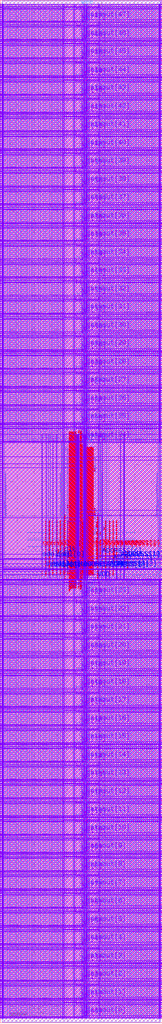
<source format=lef>
VERSION 5.8 ;
BUSBITCHARS "[]" ;
DIVIDERCHAR "/" ;

PROPERTYDEFINITIONS
  MACRO CatenaDesignType STRING ;
END PROPERTYDEFINITIONS

MACRO srambank_64x4x48_6t122
  CLASS BLOCK ;
  ORIGIN 0 0 ;
  FOREIGN srambank_64x4x48_6t122 0 0 ;
  SIZE 9.612 BY 60.480000000000004 ;
  SYMMETRY X Y ;
  SITE coreSite ;
  PIN VDD
    DIRECTION INOUT ;
    USE POWER ;
    PORT
      LAYER M4  ;
        RECT 0.1010 1.1720 9.5090 1.2200 ;
        RECT 0.1010 2.2520 9.5090 2.3000 ;
        RECT 0.1010 3.3320 9.5090 3.3800 ;
        RECT 0.1010 4.4120 9.5090 4.4600 ;
        RECT 0.1010 5.4920 9.5090 5.5400 ;
        RECT 0.1010 6.5720 9.5090 6.6200 ;
        RECT 0.1010 7.6520 9.5090 7.7000 ;
        RECT 0.1010 8.7320 9.5090 8.7800 ;
        RECT 0.1010 9.8120 9.5090 9.8600 ;
        RECT 0.1010 10.8920 9.5090 10.9400 ;
        RECT 0.1010 11.9720 9.5090 12.0200 ;
        RECT 0.1010 13.0520 9.5090 13.1000 ;
        RECT 0.1010 14.1320 9.5090 14.1800 ;
        RECT 0.1010 15.2120 9.5090 15.2600 ;
        RECT 0.1010 16.2920 9.5090 16.3400 ;
        RECT 0.1010 17.3720 9.5090 17.4200 ;
        RECT 0.1010 18.4520 9.5090 18.5000 ;
        RECT 0.1010 19.5320 9.5090 19.5800 ;
        RECT 0.1010 20.6120 9.5090 20.6600 ;
        RECT 0.1010 21.6920 9.5090 21.7400 ;
        RECT 0.1010 22.7720 9.5090 22.8200 ;
        RECT 0.1010 23.8520 9.5090 23.9000 ;
        RECT 0.1010 24.9320 9.5090 24.9800 ;
        RECT 0.1010 26.0120 9.5090 26.0600 ;
        RECT 0.1080 26.4990 9.5040 26.7150 ;
        RECT 5.6100 26.2190 5.8730 26.2430 ;
        RECT 5.7410 30.0030 5.8530 30.0270 ;
        RECT 3.9420 29.6670 5.6700 29.8830 ;
        RECT 3.9420 32.8350 5.6700 33.0510 ;
        RECT 0.1010 35.2190 9.5090 35.2670 ;
        RECT 0.1010 36.2990 9.5090 36.3470 ;
        RECT 0.1010 37.3790 9.5090 37.4270 ;
        RECT 0.1010 38.4590 9.5090 38.5070 ;
        RECT 0.1010 39.5390 9.5090 39.5870 ;
        RECT 0.1010 40.6190 9.5090 40.6670 ;
        RECT 0.1010 41.6990 9.5090 41.7470 ;
        RECT 0.1010 42.7790 9.5090 42.8270 ;
        RECT 0.1010 43.8590 9.5090 43.9070 ;
        RECT 0.1010 44.9390 9.5090 44.9870 ;
        RECT 0.1010 46.0190 9.5090 46.0670 ;
        RECT 0.1010 47.0990 9.5090 47.1470 ;
        RECT 0.1010 48.1790 9.5090 48.2270 ;
        RECT 0.1010 49.2590 9.5090 49.3070 ;
        RECT 0.1010 50.3390 9.5090 50.3870 ;
        RECT 0.1010 51.4190 9.5090 51.4670 ;
        RECT 0.1010 52.4990 9.5090 52.5470 ;
        RECT 0.1010 53.5790 9.5090 53.6270 ;
        RECT 0.1010 54.6590 9.5090 54.7070 ;
        RECT 0.1010 55.7390 9.5090 55.7870 ;
        RECT 0.1010 56.8190 9.5090 56.8670 ;
        RECT 0.1010 57.8990 9.5090 57.9470 ;
        RECT 0.1010 58.9790 9.5090 59.0270 ;
        RECT 0.1010 60.0590 9.5090 60.1070 ;
      LAYER M3  ;
        RECT 9.4770 0.2165 9.4950 1.3765 ;
        RECT 5.8230 0.2170 5.8410 1.3760 ;
        RECT 4.4190 0.2530 4.5090 1.3670 ;
        RECT 3.7710 0.2170 3.7890 1.3760 ;
        RECT 0.1170 0.2165 0.1350 1.3765 ;
        RECT 9.4770 1.2965 9.4950 2.4565 ;
        RECT 5.8230 1.2970 5.8410 2.4560 ;
        RECT 4.4190 1.3330 4.5090 2.4470 ;
        RECT 3.7710 1.2970 3.7890 2.4560 ;
        RECT 0.1170 1.2965 0.1350 2.4565 ;
        RECT 9.4770 2.3765 9.4950 3.5365 ;
        RECT 5.8230 2.3770 5.8410 3.5360 ;
        RECT 4.4190 2.4130 4.5090 3.5270 ;
        RECT 3.7710 2.3770 3.7890 3.5360 ;
        RECT 0.1170 2.3765 0.1350 3.5365 ;
        RECT 9.4770 3.4565 9.4950 4.6165 ;
        RECT 5.8230 3.4570 5.8410 4.6160 ;
        RECT 4.4190 3.4930 4.5090 4.6070 ;
        RECT 3.7710 3.4570 3.7890 4.6160 ;
        RECT 0.1170 3.4565 0.1350 4.6165 ;
        RECT 9.4770 4.5365 9.4950 5.6965 ;
        RECT 5.8230 4.5370 5.8410 5.6960 ;
        RECT 4.4190 4.5730 4.5090 5.6870 ;
        RECT 3.7710 4.5370 3.7890 5.6960 ;
        RECT 0.1170 4.5365 0.1350 5.6965 ;
        RECT 9.4770 5.6165 9.4950 6.7765 ;
        RECT 5.8230 5.6170 5.8410 6.7760 ;
        RECT 4.4190 5.6530 4.5090 6.7670 ;
        RECT 3.7710 5.6170 3.7890 6.7760 ;
        RECT 0.1170 5.6165 0.1350 6.7765 ;
        RECT 9.4770 6.6965 9.4950 7.8565 ;
        RECT 5.8230 6.6970 5.8410 7.8560 ;
        RECT 4.4190 6.7330 4.5090 7.8470 ;
        RECT 3.7710 6.6970 3.7890 7.8560 ;
        RECT 0.1170 6.6965 0.1350 7.8565 ;
        RECT 9.4770 7.7765 9.4950 8.9365 ;
        RECT 5.8230 7.7770 5.8410 8.9360 ;
        RECT 4.4190 7.8130 4.5090 8.9270 ;
        RECT 3.7710 7.7770 3.7890 8.9360 ;
        RECT 0.1170 7.7765 0.1350 8.9365 ;
        RECT 9.4770 8.8565 9.4950 10.0165 ;
        RECT 5.8230 8.8570 5.8410 10.0160 ;
        RECT 4.4190 8.8930 4.5090 10.0070 ;
        RECT 3.7710 8.8570 3.7890 10.0160 ;
        RECT 0.1170 8.8565 0.1350 10.0165 ;
        RECT 9.4770 9.9365 9.4950 11.0965 ;
        RECT 5.8230 9.9370 5.8410 11.0960 ;
        RECT 4.4190 9.9730 4.5090 11.0870 ;
        RECT 3.7710 9.9370 3.7890 11.0960 ;
        RECT 0.1170 9.9365 0.1350 11.0965 ;
        RECT 9.4770 11.0165 9.4950 12.1765 ;
        RECT 5.8230 11.0170 5.8410 12.1760 ;
        RECT 4.4190 11.0530 4.5090 12.1670 ;
        RECT 3.7710 11.0170 3.7890 12.1760 ;
        RECT 0.1170 11.0165 0.1350 12.1765 ;
        RECT 9.4770 12.0965 9.4950 13.2565 ;
        RECT 5.8230 12.0970 5.8410 13.2560 ;
        RECT 4.4190 12.1330 4.5090 13.2470 ;
        RECT 3.7710 12.0970 3.7890 13.2560 ;
        RECT 0.1170 12.0965 0.1350 13.2565 ;
        RECT 9.4770 13.1765 9.4950 14.3365 ;
        RECT 5.8230 13.1770 5.8410 14.3360 ;
        RECT 4.4190 13.2130 4.5090 14.3270 ;
        RECT 3.7710 13.1770 3.7890 14.3360 ;
        RECT 0.1170 13.1765 0.1350 14.3365 ;
        RECT 9.4770 14.2565 9.4950 15.4165 ;
        RECT 5.8230 14.2570 5.8410 15.4160 ;
        RECT 4.4190 14.2930 4.5090 15.4070 ;
        RECT 3.7710 14.2570 3.7890 15.4160 ;
        RECT 0.1170 14.2565 0.1350 15.4165 ;
        RECT 9.4770 15.3365 9.4950 16.4965 ;
        RECT 5.8230 15.3370 5.8410 16.4960 ;
        RECT 4.4190 15.3730 4.5090 16.4870 ;
        RECT 3.7710 15.3370 3.7890 16.4960 ;
        RECT 0.1170 15.3365 0.1350 16.4965 ;
        RECT 9.4770 16.4165 9.4950 17.5765 ;
        RECT 5.8230 16.4170 5.8410 17.5760 ;
        RECT 4.4190 16.4530 4.5090 17.5670 ;
        RECT 3.7710 16.4170 3.7890 17.5760 ;
        RECT 0.1170 16.4165 0.1350 17.5765 ;
        RECT 9.4770 17.4965 9.4950 18.6565 ;
        RECT 5.8230 17.4970 5.8410 18.6560 ;
        RECT 4.4190 17.5330 4.5090 18.6470 ;
        RECT 3.7710 17.4970 3.7890 18.6560 ;
        RECT 0.1170 17.4965 0.1350 18.6565 ;
        RECT 9.4770 18.5765 9.4950 19.7365 ;
        RECT 5.8230 18.5770 5.8410 19.7360 ;
        RECT 4.4190 18.6130 4.5090 19.7270 ;
        RECT 3.7710 18.5770 3.7890 19.7360 ;
        RECT 0.1170 18.5765 0.1350 19.7365 ;
        RECT 9.4770 19.6565 9.4950 20.8165 ;
        RECT 5.8230 19.6570 5.8410 20.8160 ;
        RECT 4.4190 19.6930 4.5090 20.8070 ;
        RECT 3.7710 19.6570 3.7890 20.8160 ;
        RECT 0.1170 19.6565 0.1350 20.8165 ;
        RECT 9.4770 20.7365 9.4950 21.8965 ;
        RECT 5.8230 20.7370 5.8410 21.8960 ;
        RECT 4.4190 20.7730 4.5090 21.8870 ;
        RECT 3.7710 20.7370 3.7890 21.8960 ;
        RECT 0.1170 20.7365 0.1350 21.8965 ;
        RECT 9.4770 21.8165 9.4950 22.9765 ;
        RECT 5.8230 21.8170 5.8410 22.9760 ;
        RECT 4.4190 21.8530 4.5090 22.9670 ;
        RECT 3.7710 21.8170 3.7890 22.9760 ;
        RECT 0.1170 21.8165 0.1350 22.9765 ;
        RECT 9.4770 22.8965 9.4950 24.0565 ;
        RECT 5.8230 22.8970 5.8410 24.0560 ;
        RECT 4.4190 22.9330 4.5090 24.0470 ;
        RECT 3.7710 22.8970 3.7890 24.0560 ;
        RECT 0.1170 22.8965 0.1350 24.0565 ;
        RECT 9.4770 23.9765 9.4950 25.1365 ;
        RECT 5.8230 23.9770 5.8410 25.1360 ;
        RECT 4.4190 24.0130 4.5090 25.1270 ;
        RECT 3.7710 23.9770 3.7890 25.1360 ;
        RECT 0.1170 23.9765 0.1350 25.1365 ;
        RECT 9.4770 25.0565 9.4950 26.2165 ;
        RECT 5.8230 25.0570 5.8410 26.2160 ;
        RECT 4.4190 25.0930 4.5090 26.2070 ;
        RECT 3.7710 25.0570 3.7890 26.2160 ;
        RECT 0.1170 25.0565 0.1350 26.2165 ;
        RECT 9.4770 26.1365 9.4950 34.3435 ;
        RECT 5.8230 26.2160 5.8410 26.3075 ;
        RECT 5.8230 29.9560 5.8410 34.3160 ;
        RECT 4.4550 26.4600 4.6890 34.0430 ;
        RECT 4.4190 33.9570 4.5090 34.4920 ;
        RECT 4.4190 26.1800 4.5090 26.7150 ;
        RECT 0.1170 26.1365 0.1350 34.3435 ;
        RECT 9.4770 34.2635 9.4950 35.4235 ;
        RECT 5.8230 34.2640 5.8410 35.4230 ;
        RECT 4.4190 34.3000 4.5090 35.4140 ;
        RECT 3.7710 34.2640 3.7890 35.4230 ;
        RECT 0.1170 34.2635 0.1350 35.4235 ;
        RECT 9.4770 35.3435 9.4950 36.5035 ;
        RECT 5.8230 35.3440 5.8410 36.5030 ;
        RECT 4.4190 35.3800 4.5090 36.4940 ;
        RECT 3.7710 35.3440 3.7890 36.5030 ;
        RECT 0.1170 35.3435 0.1350 36.5035 ;
        RECT 9.4770 36.4235 9.4950 37.5835 ;
        RECT 5.8230 36.4240 5.8410 37.5830 ;
        RECT 4.4190 36.4600 4.5090 37.5740 ;
        RECT 3.7710 36.4240 3.7890 37.5830 ;
        RECT 0.1170 36.4235 0.1350 37.5835 ;
        RECT 9.4770 37.5035 9.4950 38.6635 ;
        RECT 5.8230 37.5040 5.8410 38.6630 ;
        RECT 4.4190 37.5400 4.5090 38.6540 ;
        RECT 3.7710 37.5040 3.7890 38.6630 ;
        RECT 0.1170 37.5035 0.1350 38.6635 ;
        RECT 9.4770 38.5835 9.4950 39.7435 ;
        RECT 5.8230 38.5840 5.8410 39.7430 ;
        RECT 4.4190 38.6200 4.5090 39.7340 ;
        RECT 3.7710 38.5840 3.7890 39.7430 ;
        RECT 0.1170 38.5835 0.1350 39.7435 ;
        RECT 9.4770 39.6635 9.4950 40.8235 ;
        RECT 5.8230 39.6640 5.8410 40.8230 ;
        RECT 4.4190 39.7000 4.5090 40.8140 ;
        RECT 3.7710 39.6640 3.7890 40.8230 ;
        RECT 0.1170 39.6635 0.1350 40.8235 ;
        RECT 9.4770 40.7435 9.4950 41.9035 ;
        RECT 5.8230 40.7440 5.8410 41.9030 ;
        RECT 4.4190 40.7800 4.5090 41.8940 ;
        RECT 3.7710 40.7440 3.7890 41.9030 ;
        RECT 0.1170 40.7435 0.1350 41.9035 ;
        RECT 9.4770 41.8235 9.4950 42.9835 ;
        RECT 5.8230 41.8240 5.8410 42.9830 ;
        RECT 4.4190 41.8600 4.5090 42.9740 ;
        RECT 3.7710 41.8240 3.7890 42.9830 ;
        RECT 0.1170 41.8235 0.1350 42.9835 ;
        RECT 9.4770 42.9035 9.4950 44.0635 ;
        RECT 5.8230 42.9040 5.8410 44.0630 ;
        RECT 4.4190 42.9400 4.5090 44.0540 ;
        RECT 3.7710 42.9040 3.7890 44.0630 ;
        RECT 0.1170 42.9035 0.1350 44.0635 ;
        RECT 9.4770 43.9835 9.4950 45.1435 ;
        RECT 5.8230 43.9840 5.8410 45.1430 ;
        RECT 4.4190 44.0200 4.5090 45.1340 ;
        RECT 3.7710 43.9840 3.7890 45.1430 ;
        RECT 0.1170 43.9835 0.1350 45.1435 ;
        RECT 9.4770 45.0635 9.4950 46.2235 ;
        RECT 5.8230 45.0640 5.8410 46.2230 ;
        RECT 4.4190 45.1000 4.5090 46.2140 ;
        RECT 3.7710 45.0640 3.7890 46.2230 ;
        RECT 0.1170 45.0635 0.1350 46.2235 ;
        RECT 9.4770 46.1435 9.4950 47.3035 ;
        RECT 5.8230 46.1440 5.8410 47.3030 ;
        RECT 4.4190 46.1800 4.5090 47.2940 ;
        RECT 3.7710 46.1440 3.7890 47.3030 ;
        RECT 0.1170 46.1435 0.1350 47.3035 ;
        RECT 9.4770 47.2235 9.4950 48.3835 ;
        RECT 5.8230 47.2240 5.8410 48.3830 ;
        RECT 4.4190 47.2600 4.5090 48.3740 ;
        RECT 3.7710 47.2240 3.7890 48.3830 ;
        RECT 0.1170 47.2235 0.1350 48.3835 ;
        RECT 9.4770 48.3035 9.4950 49.4635 ;
        RECT 5.8230 48.3040 5.8410 49.4630 ;
        RECT 4.4190 48.3400 4.5090 49.4540 ;
        RECT 3.7710 48.3040 3.7890 49.4630 ;
        RECT 0.1170 48.3035 0.1350 49.4635 ;
        RECT 9.4770 49.3835 9.4950 50.5435 ;
        RECT 5.8230 49.3840 5.8410 50.5430 ;
        RECT 4.4190 49.4200 4.5090 50.5340 ;
        RECT 3.7710 49.3840 3.7890 50.5430 ;
        RECT 0.1170 49.3835 0.1350 50.5435 ;
        RECT 9.4770 50.4635 9.4950 51.6235 ;
        RECT 5.8230 50.4640 5.8410 51.6230 ;
        RECT 4.4190 50.5000 4.5090 51.6140 ;
        RECT 3.7710 50.4640 3.7890 51.6230 ;
        RECT 0.1170 50.4635 0.1350 51.6235 ;
        RECT 9.4770 51.5435 9.4950 52.7035 ;
        RECT 5.8230 51.5440 5.8410 52.7030 ;
        RECT 4.4190 51.5800 4.5090 52.6940 ;
        RECT 3.7710 51.5440 3.7890 52.7030 ;
        RECT 0.1170 51.5435 0.1350 52.7035 ;
        RECT 9.4770 52.6235 9.4950 53.7835 ;
        RECT 5.8230 52.6240 5.8410 53.7830 ;
        RECT 4.4190 52.6600 4.5090 53.7740 ;
        RECT 3.7710 52.6240 3.7890 53.7830 ;
        RECT 0.1170 52.6235 0.1350 53.7835 ;
        RECT 9.4770 53.7035 9.4950 54.8635 ;
        RECT 5.8230 53.7040 5.8410 54.8630 ;
        RECT 4.4190 53.7400 4.5090 54.8540 ;
        RECT 3.7710 53.7040 3.7890 54.8630 ;
        RECT 0.1170 53.7035 0.1350 54.8635 ;
        RECT 9.4770 54.7835 9.4950 55.9435 ;
        RECT 5.8230 54.7840 5.8410 55.9430 ;
        RECT 4.4190 54.8200 4.5090 55.9340 ;
        RECT 3.7710 54.7840 3.7890 55.9430 ;
        RECT 0.1170 54.7835 0.1350 55.9435 ;
        RECT 9.4770 55.8635 9.4950 57.0235 ;
        RECT 5.8230 55.8640 5.8410 57.0230 ;
        RECT 4.4190 55.9000 4.5090 57.0140 ;
        RECT 3.7710 55.8640 3.7890 57.0230 ;
        RECT 0.1170 55.8635 0.1350 57.0235 ;
        RECT 9.4770 56.9435 9.4950 58.1035 ;
        RECT 5.8230 56.9440 5.8410 58.1030 ;
        RECT 4.4190 56.9800 4.5090 58.0940 ;
        RECT 3.7710 56.9440 3.7890 58.1030 ;
        RECT 0.1170 56.9435 0.1350 58.1035 ;
        RECT 9.4770 58.0235 9.4950 59.1835 ;
        RECT 5.8230 58.0240 5.8410 59.1830 ;
        RECT 4.4190 58.0600 4.5090 59.1740 ;
        RECT 3.7710 58.0240 3.7890 59.1830 ;
        RECT 0.1170 58.0235 0.1350 59.1835 ;
        RECT 9.4770 59.1035 9.4950 60.2635 ;
        RECT 5.8230 59.1040 5.8410 60.2630 ;
        RECT 4.4190 59.1400 4.5090 60.2540 ;
        RECT 3.7710 59.1040 3.7890 60.2630 ;
        RECT 0.1170 59.1035 0.1350 60.2635 ;
      LAYER V3  ;
        RECT 0.1170 1.1720 0.1350 1.2200 ;
        RECT 3.7710 1.1720 3.7890 1.2200 ;
        RECT 4.4190 1.1720 4.5090 1.2200 ;
        RECT 5.8230 1.1720 5.8410 1.2200 ;
        RECT 9.4770 1.1720 9.4950 1.2200 ;
        RECT 0.1170 2.2520 0.1350 2.3000 ;
        RECT 3.7710 2.2520 3.7890 2.3000 ;
        RECT 4.4190 2.2520 4.5090 2.3000 ;
        RECT 5.8230 2.2520 5.8410 2.3000 ;
        RECT 9.4770 2.2520 9.4950 2.3000 ;
        RECT 0.1170 3.3320 0.1350 3.3800 ;
        RECT 3.7710 3.3320 3.7890 3.3800 ;
        RECT 4.4190 3.3320 4.5090 3.3800 ;
        RECT 5.8230 3.3320 5.8410 3.3800 ;
        RECT 9.4770 3.3320 9.4950 3.3800 ;
        RECT 0.1170 4.4120 0.1350 4.4600 ;
        RECT 3.7710 4.4120 3.7890 4.4600 ;
        RECT 4.4190 4.4120 4.5090 4.4600 ;
        RECT 5.8230 4.4120 5.8410 4.4600 ;
        RECT 9.4770 4.4120 9.4950 4.4600 ;
        RECT 0.1170 5.4920 0.1350 5.5400 ;
        RECT 3.7710 5.4920 3.7890 5.5400 ;
        RECT 4.4190 5.4920 4.5090 5.5400 ;
        RECT 5.8230 5.4920 5.8410 5.5400 ;
        RECT 9.4770 5.4920 9.4950 5.5400 ;
        RECT 0.1170 6.5720 0.1350 6.6200 ;
        RECT 3.7710 6.5720 3.7890 6.6200 ;
        RECT 4.4190 6.5720 4.5090 6.6200 ;
        RECT 5.8230 6.5720 5.8410 6.6200 ;
        RECT 9.4770 6.5720 9.4950 6.6200 ;
        RECT 0.1170 7.6520 0.1350 7.7000 ;
        RECT 3.7710 7.6520 3.7890 7.7000 ;
        RECT 4.4190 7.6520 4.5090 7.7000 ;
        RECT 5.8230 7.6520 5.8410 7.7000 ;
        RECT 9.4770 7.6520 9.4950 7.7000 ;
        RECT 0.1170 8.7320 0.1350 8.7800 ;
        RECT 3.7710 8.7320 3.7890 8.7800 ;
        RECT 4.4190 8.7320 4.5090 8.7800 ;
        RECT 5.8230 8.7320 5.8410 8.7800 ;
        RECT 9.4770 8.7320 9.4950 8.7800 ;
        RECT 0.1170 9.8120 0.1350 9.8600 ;
        RECT 3.7710 9.8120 3.7890 9.8600 ;
        RECT 4.4190 9.8120 4.5090 9.8600 ;
        RECT 5.8230 9.8120 5.8410 9.8600 ;
        RECT 9.4770 9.8120 9.4950 9.8600 ;
        RECT 0.1170 10.8920 0.1350 10.9400 ;
        RECT 3.7710 10.8920 3.7890 10.9400 ;
        RECT 4.4190 10.8920 4.5090 10.9400 ;
        RECT 5.8230 10.8920 5.8410 10.9400 ;
        RECT 9.4770 10.8920 9.4950 10.9400 ;
        RECT 0.1170 11.9720 0.1350 12.0200 ;
        RECT 3.7710 11.9720 3.7890 12.0200 ;
        RECT 4.4190 11.9720 4.5090 12.0200 ;
        RECT 5.8230 11.9720 5.8410 12.0200 ;
        RECT 9.4770 11.9720 9.4950 12.0200 ;
        RECT 0.1170 13.0520 0.1350 13.1000 ;
        RECT 3.7710 13.0520 3.7890 13.1000 ;
        RECT 4.4190 13.0520 4.5090 13.1000 ;
        RECT 5.8230 13.0520 5.8410 13.1000 ;
        RECT 9.4770 13.0520 9.4950 13.1000 ;
        RECT 0.1170 14.1320 0.1350 14.1800 ;
        RECT 3.7710 14.1320 3.7890 14.1800 ;
        RECT 4.4190 14.1320 4.5090 14.1800 ;
        RECT 5.8230 14.1320 5.8410 14.1800 ;
        RECT 9.4770 14.1320 9.4950 14.1800 ;
        RECT 0.1170 15.2120 0.1350 15.2600 ;
        RECT 3.7710 15.2120 3.7890 15.2600 ;
        RECT 4.4190 15.2120 4.5090 15.2600 ;
        RECT 5.8230 15.2120 5.8410 15.2600 ;
        RECT 9.4770 15.2120 9.4950 15.2600 ;
        RECT 0.1170 16.2920 0.1350 16.3400 ;
        RECT 3.7710 16.2920 3.7890 16.3400 ;
        RECT 4.4190 16.2920 4.5090 16.3400 ;
        RECT 5.8230 16.2920 5.8410 16.3400 ;
        RECT 9.4770 16.2920 9.4950 16.3400 ;
        RECT 0.1170 17.3720 0.1350 17.4200 ;
        RECT 3.7710 17.3720 3.7890 17.4200 ;
        RECT 4.4190 17.3720 4.5090 17.4200 ;
        RECT 5.8230 17.3720 5.8410 17.4200 ;
        RECT 9.4770 17.3720 9.4950 17.4200 ;
        RECT 0.1170 18.4520 0.1350 18.5000 ;
        RECT 3.7710 18.4520 3.7890 18.5000 ;
        RECT 4.4190 18.4520 4.5090 18.5000 ;
        RECT 5.8230 18.4520 5.8410 18.5000 ;
        RECT 9.4770 18.4520 9.4950 18.5000 ;
        RECT 0.1170 19.5320 0.1350 19.5800 ;
        RECT 3.7710 19.5320 3.7890 19.5800 ;
        RECT 4.4190 19.5320 4.5090 19.5800 ;
        RECT 5.8230 19.5320 5.8410 19.5800 ;
        RECT 9.4770 19.5320 9.4950 19.5800 ;
        RECT 0.1170 20.6120 0.1350 20.6600 ;
        RECT 3.7710 20.6120 3.7890 20.6600 ;
        RECT 4.4190 20.6120 4.5090 20.6600 ;
        RECT 5.8230 20.6120 5.8410 20.6600 ;
        RECT 9.4770 20.6120 9.4950 20.6600 ;
        RECT 0.1170 21.6920 0.1350 21.7400 ;
        RECT 3.7710 21.6920 3.7890 21.7400 ;
        RECT 4.4190 21.6920 4.5090 21.7400 ;
        RECT 5.8230 21.6920 5.8410 21.7400 ;
        RECT 9.4770 21.6920 9.4950 21.7400 ;
        RECT 0.1170 22.7720 0.1350 22.8200 ;
        RECT 3.7710 22.7720 3.7890 22.8200 ;
        RECT 4.4190 22.7720 4.5090 22.8200 ;
        RECT 5.8230 22.7720 5.8410 22.8200 ;
        RECT 9.4770 22.7720 9.4950 22.8200 ;
        RECT 0.1170 23.8520 0.1350 23.9000 ;
        RECT 3.7710 23.8520 3.7890 23.9000 ;
        RECT 4.4190 23.8520 4.5090 23.9000 ;
        RECT 5.8230 23.8520 5.8410 23.9000 ;
        RECT 9.4770 23.8520 9.4950 23.9000 ;
        RECT 0.1170 24.9320 0.1350 24.9800 ;
        RECT 3.7710 24.9320 3.7890 24.9800 ;
        RECT 4.4190 24.9320 4.5090 24.9800 ;
        RECT 5.8230 24.9320 5.8410 24.9800 ;
        RECT 9.4770 24.9320 9.4950 24.9800 ;
        RECT 0.1170 26.0120 0.1350 26.0600 ;
        RECT 3.7710 26.0120 3.7890 26.0600 ;
        RECT 4.4190 26.0120 4.5090 26.0600 ;
        RECT 5.8230 26.0120 5.8410 26.0600 ;
        RECT 9.4770 26.0120 9.4950 26.0600 ;
        RECT 0.1170 26.4990 0.1350 26.7150 ;
        RECT 4.4590 32.8350 4.4770 33.0510 ;
        RECT 4.4590 29.6670 4.4770 29.8830 ;
        RECT 4.4590 26.4990 4.4770 26.7150 ;
        RECT 4.5110 32.8350 4.5290 33.0510 ;
        RECT 4.5110 29.6670 4.5290 29.8830 ;
        RECT 4.5110 26.4990 4.5290 26.7150 ;
        RECT 4.5630 32.8350 4.5810 33.0510 ;
        RECT 4.5630 29.6670 4.5810 29.8830 ;
        RECT 4.5630 26.4990 4.5810 26.7150 ;
        RECT 4.6150 32.8350 4.6330 33.0510 ;
        RECT 4.6150 29.6670 4.6330 29.8830 ;
        RECT 4.6150 26.4990 4.6330 26.7150 ;
        RECT 4.6670 32.8350 4.6850 33.0510 ;
        RECT 4.6670 29.6670 4.6850 29.8830 ;
        RECT 4.6670 26.4990 4.6850 26.7150 ;
        RECT 5.8230 30.0030 5.8410 30.0270 ;
        RECT 5.8230 26.2190 5.8410 26.2430 ;
        RECT 0.1170 35.2190 0.1350 35.2670 ;
        RECT 3.7710 35.2190 3.7890 35.2670 ;
        RECT 4.4190 35.2190 4.5090 35.2670 ;
        RECT 5.8230 35.2190 5.8410 35.2670 ;
        RECT 9.4770 35.2190 9.4950 35.2670 ;
        RECT 0.1170 36.2990 0.1350 36.3470 ;
        RECT 3.7710 36.2990 3.7890 36.3470 ;
        RECT 4.4190 36.2990 4.5090 36.3470 ;
        RECT 5.8230 36.2990 5.8410 36.3470 ;
        RECT 9.4770 36.2990 9.4950 36.3470 ;
        RECT 0.1170 37.3790 0.1350 37.4270 ;
        RECT 3.7710 37.3790 3.7890 37.4270 ;
        RECT 4.4190 37.3790 4.5090 37.4270 ;
        RECT 5.8230 37.3790 5.8410 37.4270 ;
        RECT 9.4770 37.3790 9.4950 37.4270 ;
        RECT 0.1170 38.4590 0.1350 38.5070 ;
        RECT 3.7710 38.4590 3.7890 38.5070 ;
        RECT 4.4190 38.4590 4.5090 38.5070 ;
        RECT 5.8230 38.4590 5.8410 38.5070 ;
        RECT 9.4770 38.4590 9.4950 38.5070 ;
        RECT 0.1170 39.5390 0.1350 39.5870 ;
        RECT 3.7710 39.5390 3.7890 39.5870 ;
        RECT 4.4190 39.5390 4.5090 39.5870 ;
        RECT 5.8230 39.5390 5.8410 39.5870 ;
        RECT 9.4770 39.5390 9.4950 39.5870 ;
        RECT 0.1170 40.6190 0.1350 40.6670 ;
        RECT 3.7710 40.6190 3.7890 40.6670 ;
        RECT 4.4190 40.6190 4.5090 40.6670 ;
        RECT 5.8230 40.6190 5.8410 40.6670 ;
        RECT 9.4770 40.6190 9.4950 40.6670 ;
        RECT 0.1170 41.6990 0.1350 41.7470 ;
        RECT 3.7710 41.6990 3.7890 41.7470 ;
        RECT 4.4190 41.6990 4.5090 41.7470 ;
        RECT 5.8230 41.6990 5.8410 41.7470 ;
        RECT 9.4770 41.6990 9.4950 41.7470 ;
        RECT 0.1170 42.7790 0.1350 42.8270 ;
        RECT 3.7710 42.7790 3.7890 42.8270 ;
        RECT 4.4190 42.7790 4.5090 42.8270 ;
        RECT 5.8230 42.7790 5.8410 42.8270 ;
        RECT 9.4770 42.7790 9.4950 42.8270 ;
        RECT 0.1170 43.8590 0.1350 43.9070 ;
        RECT 3.7710 43.8590 3.7890 43.9070 ;
        RECT 4.4190 43.8590 4.5090 43.9070 ;
        RECT 5.8230 43.8590 5.8410 43.9070 ;
        RECT 9.4770 43.8590 9.4950 43.9070 ;
        RECT 0.1170 44.9390 0.1350 44.9870 ;
        RECT 3.7710 44.9390 3.7890 44.9870 ;
        RECT 4.4190 44.9390 4.5090 44.9870 ;
        RECT 5.8230 44.9390 5.8410 44.9870 ;
        RECT 9.4770 44.9390 9.4950 44.9870 ;
        RECT 0.1170 46.0190 0.1350 46.0670 ;
        RECT 3.7710 46.0190 3.7890 46.0670 ;
        RECT 4.4190 46.0190 4.5090 46.0670 ;
        RECT 5.8230 46.0190 5.8410 46.0670 ;
        RECT 9.4770 46.0190 9.4950 46.0670 ;
        RECT 0.1170 47.0990 0.1350 47.1470 ;
        RECT 3.7710 47.0990 3.7890 47.1470 ;
        RECT 4.4190 47.0990 4.5090 47.1470 ;
        RECT 5.8230 47.0990 5.8410 47.1470 ;
        RECT 9.4770 47.0990 9.4950 47.1470 ;
        RECT 0.1170 48.1790 0.1350 48.2270 ;
        RECT 3.7710 48.1790 3.7890 48.2270 ;
        RECT 4.4190 48.1790 4.5090 48.2270 ;
        RECT 5.8230 48.1790 5.8410 48.2270 ;
        RECT 9.4770 48.1790 9.4950 48.2270 ;
        RECT 0.1170 49.2590 0.1350 49.3070 ;
        RECT 3.7710 49.2590 3.7890 49.3070 ;
        RECT 4.4190 49.2590 4.5090 49.3070 ;
        RECT 5.8230 49.2590 5.8410 49.3070 ;
        RECT 9.4770 49.2590 9.4950 49.3070 ;
        RECT 0.1170 50.3390 0.1350 50.3870 ;
        RECT 3.7710 50.3390 3.7890 50.3870 ;
        RECT 4.4190 50.3390 4.5090 50.3870 ;
        RECT 5.8230 50.3390 5.8410 50.3870 ;
        RECT 9.4770 50.3390 9.4950 50.3870 ;
        RECT 0.1170 51.4190 0.1350 51.4670 ;
        RECT 3.7710 51.4190 3.7890 51.4670 ;
        RECT 4.4190 51.4190 4.5090 51.4670 ;
        RECT 5.8230 51.4190 5.8410 51.4670 ;
        RECT 9.4770 51.4190 9.4950 51.4670 ;
        RECT 0.1170 52.4990 0.1350 52.5470 ;
        RECT 3.7710 52.4990 3.7890 52.5470 ;
        RECT 4.4190 52.4990 4.5090 52.5470 ;
        RECT 5.8230 52.4990 5.8410 52.5470 ;
        RECT 9.4770 52.4990 9.4950 52.5470 ;
        RECT 0.1170 53.5790 0.1350 53.6270 ;
        RECT 3.7710 53.5790 3.7890 53.6270 ;
        RECT 4.4190 53.5790 4.5090 53.6270 ;
        RECT 5.8230 53.5790 5.8410 53.6270 ;
        RECT 9.4770 53.5790 9.4950 53.6270 ;
        RECT 0.1170 54.6590 0.1350 54.7070 ;
        RECT 3.7710 54.6590 3.7890 54.7070 ;
        RECT 4.4190 54.6590 4.5090 54.7070 ;
        RECT 5.8230 54.6590 5.8410 54.7070 ;
        RECT 9.4770 54.6590 9.4950 54.7070 ;
        RECT 0.1170 55.7390 0.1350 55.7870 ;
        RECT 3.7710 55.7390 3.7890 55.7870 ;
        RECT 4.4190 55.7390 4.5090 55.7870 ;
        RECT 5.8230 55.7390 5.8410 55.7870 ;
        RECT 9.4770 55.7390 9.4950 55.7870 ;
        RECT 0.1170 56.8190 0.1350 56.8670 ;
        RECT 3.7710 56.8190 3.7890 56.8670 ;
        RECT 4.4190 56.8190 4.5090 56.8670 ;
        RECT 5.8230 56.8190 5.8410 56.8670 ;
        RECT 9.4770 56.8190 9.4950 56.8670 ;
        RECT 0.1170 57.8990 0.1350 57.9470 ;
        RECT 3.7710 57.8990 3.7890 57.9470 ;
        RECT 4.4190 57.8990 4.5090 57.9470 ;
        RECT 5.8230 57.8990 5.8410 57.9470 ;
        RECT 9.4770 57.8990 9.4950 57.9470 ;
        RECT 0.1170 58.9790 0.1350 59.0270 ;
        RECT 3.7710 58.9790 3.7890 59.0270 ;
        RECT 4.4190 58.9790 4.5090 59.0270 ;
        RECT 5.8230 58.9790 5.8410 59.0270 ;
        RECT 9.4770 58.9790 9.4950 59.0270 ;
        RECT 0.1170 60.0590 0.1350 60.1070 ;
        RECT 3.7710 60.0590 3.7890 60.1070 ;
        RECT 4.4190 60.0590 4.5090 60.1070 ;
        RECT 5.8230 60.0590 5.8410 60.1070 ;
        RECT 9.4770 60.0590 9.4950 60.1070 ;
      LAYER M5  ;
        RECT 5.7590 26.2010 5.7830 30.0450 ;
      LAYER V4  ;
        RECT 5.7590 30.0030 5.7830 30.0270 ;
        RECT 5.7590 26.2190 5.7830 26.2430 ;
    END
  END VDD
  PIN VSS
    DIRECTION INOUT ;
    USE POWER ;
    PORT
      LAYER M4  ;
        RECT 0.1010 1.0760 9.5040 1.1240 ;
        RECT 0.1010 2.1560 9.5040 2.2040 ;
        RECT 0.1010 3.2360 9.5040 3.2840 ;
        RECT 0.1010 4.3160 9.5040 4.3640 ;
        RECT 0.1010 5.3960 9.5040 5.4440 ;
        RECT 0.1010 6.4760 9.5040 6.5240 ;
        RECT 0.1010 7.5560 9.5040 7.6040 ;
        RECT 0.1010 8.6360 9.5040 8.6840 ;
        RECT 0.1010 9.7160 9.5040 9.7640 ;
        RECT 0.1010 10.7960 9.5040 10.8440 ;
        RECT 0.1010 11.8760 9.5040 11.9240 ;
        RECT 0.1010 12.9560 9.5040 13.0040 ;
        RECT 0.1010 14.0360 9.5040 14.0840 ;
        RECT 0.1010 15.1160 9.5040 15.1640 ;
        RECT 0.1010 16.1960 9.5040 16.2440 ;
        RECT 0.1010 17.2760 9.5040 17.3240 ;
        RECT 0.1010 18.3560 9.5040 18.4040 ;
        RECT 0.1010 19.4360 9.5040 19.4840 ;
        RECT 0.1010 20.5160 9.5040 20.5640 ;
        RECT 0.1010 21.5960 9.5040 21.6440 ;
        RECT 0.1010 22.6760 9.5040 22.7240 ;
        RECT 0.1010 23.7560 9.5040 23.8040 ;
        RECT 0.1010 24.8360 9.5040 24.8840 ;
        RECT 0.1010 25.9160 9.5040 25.9640 ;
        RECT 0.1080 26.9310 9.5040 27.1470 ;
        RECT 3.9420 30.0990 5.6700 30.3150 ;
        RECT 3.9420 33.2670 5.6700 33.4830 ;
        RECT 0.1010 35.1230 9.5040 35.1710 ;
        RECT 0.1010 36.2030 9.5040 36.2510 ;
        RECT 0.1010 37.2830 9.5040 37.3310 ;
        RECT 0.1010 38.3630 9.5040 38.4110 ;
        RECT 0.1010 39.4430 9.5040 39.4910 ;
        RECT 0.1010 40.5230 9.5040 40.5710 ;
        RECT 0.1010 41.6030 9.5040 41.6510 ;
        RECT 0.1010 42.6830 9.5040 42.7310 ;
        RECT 0.1010 43.7630 9.5040 43.8110 ;
        RECT 0.1010 44.8430 9.5040 44.8910 ;
        RECT 0.1010 45.9230 9.5040 45.9710 ;
        RECT 0.1010 47.0030 9.5040 47.0510 ;
        RECT 0.1010 48.0830 9.5040 48.1310 ;
        RECT 0.1010 49.1630 9.5040 49.2110 ;
        RECT 0.1010 50.2430 9.5040 50.2910 ;
        RECT 0.1010 51.3230 9.5040 51.3710 ;
        RECT 0.1010 52.4030 9.5040 52.4510 ;
        RECT 0.1010 53.4830 9.5040 53.5310 ;
        RECT 0.1010 54.5630 9.5040 54.6110 ;
        RECT 0.1010 55.6430 9.5040 55.6910 ;
        RECT 0.1010 56.7230 9.5040 56.7710 ;
        RECT 0.1010 57.8030 9.5040 57.8510 ;
        RECT 0.1010 58.8830 9.5040 58.9310 ;
        RECT 0.1010 59.9630 9.5040 60.0110 ;
      LAYER M3  ;
        RECT 9.4410 0.2165 9.4590 1.3765 ;
        RECT 5.8770 0.2165 5.8950 1.3765 ;
        RECT 5.1120 0.2530 5.1480 1.3670 ;
        RECT 4.9590 0.2530 4.9860 1.3670 ;
        RECT 3.7170 0.2165 3.7350 1.3765 ;
        RECT 0.1530 0.2165 0.1710 1.3765 ;
        RECT 9.4410 1.2965 9.4590 2.4565 ;
        RECT 5.8770 1.2965 5.8950 2.4565 ;
        RECT 5.1120 1.3330 5.1480 2.4470 ;
        RECT 4.9590 1.3330 4.9860 2.4470 ;
        RECT 3.7170 1.2965 3.7350 2.4565 ;
        RECT 0.1530 1.2965 0.1710 2.4565 ;
        RECT 9.4410 2.3765 9.4590 3.5365 ;
        RECT 5.8770 2.3765 5.8950 3.5365 ;
        RECT 5.1120 2.4130 5.1480 3.5270 ;
        RECT 4.9590 2.4130 4.9860 3.5270 ;
        RECT 3.7170 2.3765 3.7350 3.5365 ;
        RECT 0.1530 2.3765 0.1710 3.5365 ;
        RECT 9.4410 3.4565 9.4590 4.6165 ;
        RECT 5.8770 3.4565 5.8950 4.6165 ;
        RECT 5.1120 3.4930 5.1480 4.6070 ;
        RECT 4.9590 3.4930 4.9860 4.6070 ;
        RECT 3.7170 3.4565 3.7350 4.6165 ;
        RECT 0.1530 3.4565 0.1710 4.6165 ;
        RECT 9.4410 4.5365 9.4590 5.6965 ;
        RECT 5.8770 4.5365 5.8950 5.6965 ;
        RECT 5.1120 4.5730 5.1480 5.6870 ;
        RECT 4.9590 4.5730 4.9860 5.6870 ;
        RECT 3.7170 4.5365 3.7350 5.6965 ;
        RECT 0.1530 4.5365 0.1710 5.6965 ;
        RECT 9.4410 5.6165 9.4590 6.7765 ;
        RECT 5.8770 5.6165 5.8950 6.7765 ;
        RECT 5.1120 5.6530 5.1480 6.7670 ;
        RECT 4.9590 5.6530 4.9860 6.7670 ;
        RECT 3.7170 5.6165 3.7350 6.7765 ;
        RECT 0.1530 5.6165 0.1710 6.7765 ;
        RECT 9.4410 6.6965 9.4590 7.8565 ;
        RECT 5.8770 6.6965 5.8950 7.8565 ;
        RECT 5.1120 6.7330 5.1480 7.8470 ;
        RECT 4.9590 6.7330 4.9860 7.8470 ;
        RECT 3.7170 6.6965 3.7350 7.8565 ;
        RECT 0.1530 6.6965 0.1710 7.8565 ;
        RECT 9.4410 7.7765 9.4590 8.9365 ;
        RECT 5.8770 7.7765 5.8950 8.9365 ;
        RECT 5.1120 7.8130 5.1480 8.9270 ;
        RECT 4.9590 7.8130 4.9860 8.9270 ;
        RECT 3.7170 7.7765 3.7350 8.9365 ;
        RECT 0.1530 7.7765 0.1710 8.9365 ;
        RECT 9.4410 8.8565 9.4590 10.0165 ;
        RECT 5.8770 8.8565 5.8950 10.0165 ;
        RECT 5.1120 8.8930 5.1480 10.0070 ;
        RECT 4.9590 8.8930 4.9860 10.0070 ;
        RECT 3.7170 8.8565 3.7350 10.0165 ;
        RECT 0.1530 8.8565 0.1710 10.0165 ;
        RECT 9.4410 9.9365 9.4590 11.0965 ;
        RECT 5.8770 9.9365 5.8950 11.0965 ;
        RECT 5.1120 9.9730 5.1480 11.0870 ;
        RECT 4.9590 9.9730 4.9860 11.0870 ;
        RECT 3.7170 9.9365 3.7350 11.0965 ;
        RECT 0.1530 9.9365 0.1710 11.0965 ;
        RECT 9.4410 11.0165 9.4590 12.1765 ;
        RECT 5.8770 11.0165 5.8950 12.1765 ;
        RECT 5.1120 11.0530 5.1480 12.1670 ;
        RECT 4.9590 11.0530 4.9860 12.1670 ;
        RECT 3.7170 11.0165 3.7350 12.1765 ;
        RECT 0.1530 11.0165 0.1710 12.1765 ;
        RECT 9.4410 12.0965 9.4590 13.2565 ;
        RECT 5.8770 12.0965 5.8950 13.2565 ;
        RECT 5.1120 12.1330 5.1480 13.2470 ;
        RECT 4.9590 12.1330 4.9860 13.2470 ;
        RECT 3.7170 12.0965 3.7350 13.2565 ;
        RECT 0.1530 12.0965 0.1710 13.2565 ;
        RECT 9.4410 13.1765 9.4590 14.3365 ;
        RECT 5.8770 13.1765 5.8950 14.3365 ;
        RECT 5.1120 13.2130 5.1480 14.3270 ;
        RECT 4.9590 13.2130 4.9860 14.3270 ;
        RECT 3.7170 13.1765 3.7350 14.3365 ;
        RECT 0.1530 13.1765 0.1710 14.3365 ;
        RECT 9.4410 14.2565 9.4590 15.4165 ;
        RECT 5.8770 14.2565 5.8950 15.4165 ;
        RECT 5.1120 14.2930 5.1480 15.4070 ;
        RECT 4.9590 14.2930 4.9860 15.4070 ;
        RECT 3.7170 14.2565 3.7350 15.4165 ;
        RECT 0.1530 14.2565 0.1710 15.4165 ;
        RECT 9.4410 15.3365 9.4590 16.4965 ;
        RECT 5.8770 15.3365 5.8950 16.4965 ;
        RECT 5.1120 15.3730 5.1480 16.4870 ;
        RECT 4.9590 15.3730 4.9860 16.4870 ;
        RECT 3.7170 15.3365 3.7350 16.4965 ;
        RECT 0.1530 15.3365 0.1710 16.4965 ;
        RECT 9.4410 16.4165 9.4590 17.5765 ;
        RECT 5.8770 16.4165 5.8950 17.5765 ;
        RECT 5.1120 16.4530 5.1480 17.5670 ;
        RECT 4.9590 16.4530 4.9860 17.5670 ;
        RECT 3.7170 16.4165 3.7350 17.5765 ;
        RECT 0.1530 16.4165 0.1710 17.5765 ;
        RECT 9.4410 17.4965 9.4590 18.6565 ;
        RECT 5.8770 17.4965 5.8950 18.6565 ;
        RECT 5.1120 17.5330 5.1480 18.6470 ;
        RECT 4.9590 17.5330 4.9860 18.6470 ;
        RECT 3.7170 17.4965 3.7350 18.6565 ;
        RECT 0.1530 17.4965 0.1710 18.6565 ;
        RECT 9.4410 18.5765 9.4590 19.7365 ;
        RECT 5.8770 18.5765 5.8950 19.7365 ;
        RECT 5.1120 18.6130 5.1480 19.7270 ;
        RECT 4.9590 18.6130 4.9860 19.7270 ;
        RECT 3.7170 18.5765 3.7350 19.7365 ;
        RECT 0.1530 18.5765 0.1710 19.7365 ;
        RECT 9.4410 19.6565 9.4590 20.8165 ;
        RECT 5.8770 19.6565 5.8950 20.8165 ;
        RECT 5.1120 19.6930 5.1480 20.8070 ;
        RECT 4.9590 19.6930 4.9860 20.8070 ;
        RECT 3.7170 19.6565 3.7350 20.8165 ;
        RECT 0.1530 19.6565 0.1710 20.8165 ;
        RECT 9.4410 20.7365 9.4590 21.8965 ;
        RECT 5.8770 20.7365 5.8950 21.8965 ;
        RECT 5.1120 20.7730 5.1480 21.8870 ;
        RECT 4.9590 20.7730 4.9860 21.8870 ;
        RECT 3.7170 20.7365 3.7350 21.8965 ;
        RECT 0.1530 20.7365 0.1710 21.8965 ;
        RECT 9.4410 21.8165 9.4590 22.9765 ;
        RECT 5.8770 21.8165 5.8950 22.9765 ;
        RECT 5.1120 21.8530 5.1480 22.9670 ;
        RECT 4.9590 21.8530 4.9860 22.9670 ;
        RECT 3.7170 21.8165 3.7350 22.9765 ;
        RECT 0.1530 21.8165 0.1710 22.9765 ;
        RECT 9.4410 22.8965 9.4590 24.0565 ;
        RECT 5.8770 22.8965 5.8950 24.0565 ;
        RECT 5.1120 22.9330 5.1480 24.0470 ;
        RECT 4.9590 22.9330 4.9860 24.0470 ;
        RECT 3.7170 22.8965 3.7350 24.0565 ;
        RECT 0.1530 22.8965 0.1710 24.0565 ;
        RECT 9.4410 23.9765 9.4590 25.1365 ;
        RECT 5.8770 23.9765 5.8950 25.1365 ;
        RECT 5.1120 24.0130 5.1480 25.1270 ;
        RECT 4.9590 24.0130 4.9860 25.1270 ;
        RECT 3.7170 23.9765 3.7350 25.1365 ;
        RECT 0.1530 23.9765 0.1710 25.1365 ;
        RECT 9.4410 25.0565 9.4590 26.2165 ;
        RECT 5.8770 25.0565 5.8950 26.2165 ;
        RECT 5.1120 25.0930 5.1480 26.2070 ;
        RECT 4.9590 25.0930 4.9860 26.2070 ;
        RECT 3.7170 25.0565 3.7350 26.2165 ;
        RECT 0.1530 25.0565 0.1710 26.2165 ;
        RECT 9.4410 26.1365 9.4590 34.3435 ;
        RECT 5.8770 26.1365 5.8950 34.3435 ;
        RECT 4.9230 26.3600 5.1570 34.0430 ;
        RECT 5.1120 26.1800 5.1480 34.3170 ;
        RECT 4.9590 26.1800 4.9860 34.3140 ;
        RECT 3.7170 26.1365 3.7350 34.3435 ;
        RECT 0.1530 26.1365 0.1710 34.3435 ;
        RECT 9.4410 34.2635 9.4590 35.4235 ;
        RECT 5.8770 34.2635 5.8950 35.4235 ;
        RECT 5.1120 34.3000 5.1480 35.4140 ;
        RECT 4.9590 34.3000 4.9860 35.4140 ;
        RECT 3.7170 34.2635 3.7350 35.4235 ;
        RECT 0.1530 34.2635 0.1710 35.4235 ;
        RECT 9.4410 35.3435 9.4590 36.5035 ;
        RECT 5.8770 35.3435 5.8950 36.5035 ;
        RECT 5.1120 35.3800 5.1480 36.4940 ;
        RECT 4.9590 35.3800 4.9860 36.4940 ;
        RECT 3.7170 35.3435 3.7350 36.5035 ;
        RECT 0.1530 35.3435 0.1710 36.5035 ;
        RECT 9.4410 36.4235 9.4590 37.5835 ;
        RECT 5.8770 36.4235 5.8950 37.5835 ;
        RECT 5.1120 36.4600 5.1480 37.5740 ;
        RECT 4.9590 36.4600 4.9860 37.5740 ;
        RECT 3.7170 36.4235 3.7350 37.5835 ;
        RECT 0.1530 36.4235 0.1710 37.5835 ;
        RECT 9.4410 37.5035 9.4590 38.6635 ;
        RECT 5.8770 37.5035 5.8950 38.6635 ;
        RECT 5.1120 37.5400 5.1480 38.6540 ;
        RECT 4.9590 37.5400 4.9860 38.6540 ;
        RECT 3.7170 37.5035 3.7350 38.6635 ;
        RECT 0.1530 37.5035 0.1710 38.6635 ;
        RECT 9.4410 38.5835 9.4590 39.7435 ;
        RECT 5.8770 38.5835 5.8950 39.7435 ;
        RECT 5.1120 38.6200 5.1480 39.7340 ;
        RECT 4.9590 38.6200 4.9860 39.7340 ;
        RECT 3.7170 38.5835 3.7350 39.7435 ;
        RECT 0.1530 38.5835 0.1710 39.7435 ;
        RECT 9.4410 39.6635 9.4590 40.8235 ;
        RECT 5.8770 39.6635 5.8950 40.8235 ;
        RECT 5.1120 39.7000 5.1480 40.8140 ;
        RECT 4.9590 39.7000 4.9860 40.8140 ;
        RECT 3.7170 39.6635 3.7350 40.8235 ;
        RECT 0.1530 39.6635 0.1710 40.8235 ;
        RECT 9.4410 40.7435 9.4590 41.9035 ;
        RECT 5.8770 40.7435 5.8950 41.9035 ;
        RECT 5.1120 40.7800 5.1480 41.8940 ;
        RECT 4.9590 40.7800 4.9860 41.8940 ;
        RECT 3.7170 40.7435 3.7350 41.9035 ;
        RECT 0.1530 40.7435 0.1710 41.9035 ;
        RECT 9.4410 41.8235 9.4590 42.9835 ;
        RECT 5.8770 41.8235 5.8950 42.9835 ;
        RECT 5.1120 41.8600 5.1480 42.9740 ;
        RECT 4.9590 41.8600 4.9860 42.9740 ;
        RECT 3.7170 41.8235 3.7350 42.9835 ;
        RECT 0.1530 41.8235 0.1710 42.9835 ;
        RECT 9.4410 42.9035 9.4590 44.0635 ;
        RECT 5.8770 42.9035 5.8950 44.0635 ;
        RECT 5.1120 42.9400 5.1480 44.0540 ;
        RECT 4.9590 42.9400 4.9860 44.0540 ;
        RECT 3.7170 42.9035 3.7350 44.0635 ;
        RECT 0.1530 42.9035 0.1710 44.0635 ;
        RECT 9.4410 43.9835 9.4590 45.1435 ;
        RECT 5.8770 43.9835 5.8950 45.1435 ;
        RECT 5.1120 44.0200 5.1480 45.1340 ;
        RECT 4.9590 44.0200 4.9860 45.1340 ;
        RECT 3.7170 43.9835 3.7350 45.1435 ;
        RECT 0.1530 43.9835 0.1710 45.1435 ;
        RECT 9.4410 45.0635 9.4590 46.2235 ;
        RECT 5.8770 45.0635 5.8950 46.2235 ;
        RECT 5.1120 45.1000 5.1480 46.2140 ;
        RECT 4.9590 45.1000 4.9860 46.2140 ;
        RECT 3.7170 45.0635 3.7350 46.2235 ;
        RECT 0.1530 45.0635 0.1710 46.2235 ;
        RECT 9.4410 46.1435 9.4590 47.3035 ;
        RECT 5.8770 46.1435 5.8950 47.3035 ;
        RECT 5.1120 46.1800 5.1480 47.2940 ;
        RECT 4.9590 46.1800 4.9860 47.2940 ;
        RECT 3.7170 46.1435 3.7350 47.3035 ;
        RECT 0.1530 46.1435 0.1710 47.3035 ;
        RECT 9.4410 47.2235 9.4590 48.3835 ;
        RECT 5.8770 47.2235 5.8950 48.3835 ;
        RECT 5.1120 47.2600 5.1480 48.3740 ;
        RECT 4.9590 47.2600 4.9860 48.3740 ;
        RECT 3.7170 47.2235 3.7350 48.3835 ;
        RECT 0.1530 47.2235 0.1710 48.3835 ;
        RECT 9.4410 48.3035 9.4590 49.4635 ;
        RECT 5.8770 48.3035 5.8950 49.4635 ;
        RECT 5.1120 48.3400 5.1480 49.4540 ;
        RECT 4.9590 48.3400 4.9860 49.4540 ;
        RECT 3.7170 48.3035 3.7350 49.4635 ;
        RECT 0.1530 48.3035 0.1710 49.4635 ;
        RECT 9.4410 49.3835 9.4590 50.5435 ;
        RECT 5.8770 49.3835 5.8950 50.5435 ;
        RECT 5.1120 49.4200 5.1480 50.5340 ;
        RECT 4.9590 49.4200 4.9860 50.5340 ;
        RECT 3.7170 49.3835 3.7350 50.5435 ;
        RECT 0.1530 49.3835 0.1710 50.5435 ;
        RECT 9.4410 50.4635 9.4590 51.6235 ;
        RECT 5.8770 50.4635 5.8950 51.6235 ;
        RECT 5.1120 50.5000 5.1480 51.6140 ;
        RECT 4.9590 50.5000 4.9860 51.6140 ;
        RECT 3.7170 50.4635 3.7350 51.6235 ;
        RECT 0.1530 50.4635 0.1710 51.6235 ;
        RECT 9.4410 51.5435 9.4590 52.7035 ;
        RECT 5.8770 51.5435 5.8950 52.7035 ;
        RECT 5.1120 51.5800 5.1480 52.6940 ;
        RECT 4.9590 51.5800 4.9860 52.6940 ;
        RECT 3.7170 51.5435 3.7350 52.7035 ;
        RECT 0.1530 51.5435 0.1710 52.7035 ;
        RECT 9.4410 52.6235 9.4590 53.7835 ;
        RECT 5.8770 52.6235 5.8950 53.7835 ;
        RECT 5.1120 52.6600 5.1480 53.7740 ;
        RECT 4.9590 52.6600 4.9860 53.7740 ;
        RECT 3.7170 52.6235 3.7350 53.7835 ;
        RECT 0.1530 52.6235 0.1710 53.7835 ;
        RECT 9.4410 53.7035 9.4590 54.8635 ;
        RECT 5.8770 53.7035 5.8950 54.8635 ;
        RECT 5.1120 53.7400 5.1480 54.8540 ;
        RECT 4.9590 53.7400 4.9860 54.8540 ;
        RECT 3.7170 53.7035 3.7350 54.8635 ;
        RECT 0.1530 53.7035 0.1710 54.8635 ;
        RECT 9.4410 54.7835 9.4590 55.9435 ;
        RECT 5.8770 54.7835 5.8950 55.9435 ;
        RECT 5.1120 54.8200 5.1480 55.9340 ;
        RECT 4.9590 54.8200 4.9860 55.9340 ;
        RECT 3.7170 54.7835 3.7350 55.9435 ;
        RECT 0.1530 54.7835 0.1710 55.9435 ;
        RECT 9.4410 55.8635 9.4590 57.0235 ;
        RECT 5.8770 55.8635 5.8950 57.0235 ;
        RECT 5.1120 55.9000 5.1480 57.0140 ;
        RECT 4.9590 55.9000 4.9860 57.0140 ;
        RECT 3.7170 55.8635 3.7350 57.0235 ;
        RECT 0.1530 55.8635 0.1710 57.0235 ;
        RECT 9.4410 56.9435 9.4590 58.1035 ;
        RECT 5.8770 56.9435 5.8950 58.1035 ;
        RECT 5.1120 56.9800 5.1480 58.0940 ;
        RECT 4.9590 56.9800 4.9860 58.0940 ;
        RECT 3.7170 56.9435 3.7350 58.1035 ;
        RECT 0.1530 56.9435 0.1710 58.1035 ;
        RECT 9.4410 58.0235 9.4590 59.1835 ;
        RECT 5.8770 58.0235 5.8950 59.1835 ;
        RECT 5.1120 58.0600 5.1480 59.1740 ;
        RECT 4.9590 58.0600 4.9860 59.1740 ;
        RECT 3.7170 58.0235 3.7350 59.1835 ;
        RECT 0.1530 58.0235 0.1710 59.1835 ;
        RECT 9.4410 59.1035 9.4590 60.2635 ;
        RECT 5.8770 59.1035 5.8950 60.2635 ;
        RECT 5.1120 59.1400 5.1480 60.2540 ;
        RECT 4.9590 59.1400 4.9860 60.2540 ;
        RECT 3.7170 59.1035 3.7350 60.2635 ;
        RECT 0.1530 59.1035 0.1710 60.2635 ;
      LAYER V3  ;
        RECT 0.1530 1.0760 0.1710 1.1240 ;
        RECT 3.7170 1.0760 3.7350 1.1240 ;
        RECT 4.9590 1.0760 4.9860 1.1240 ;
        RECT 5.1120 1.0760 5.1480 1.1240 ;
        RECT 5.8770 1.0760 5.8950 1.1240 ;
        RECT 9.4410 1.0760 9.4590 1.1240 ;
        RECT 0.1530 2.1560 0.1710 2.2040 ;
        RECT 3.7170 2.1560 3.7350 2.2040 ;
        RECT 4.9590 2.1560 4.9860 2.2040 ;
        RECT 5.1120 2.1560 5.1480 2.2040 ;
        RECT 5.8770 2.1560 5.8950 2.2040 ;
        RECT 9.4410 2.1560 9.4590 2.2040 ;
        RECT 0.1530 3.2360 0.1710 3.2840 ;
        RECT 3.7170 3.2360 3.7350 3.2840 ;
        RECT 4.9590 3.2360 4.9860 3.2840 ;
        RECT 5.1120 3.2360 5.1480 3.2840 ;
        RECT 5.8770 3.2360 5.8950 3.2840 ;
        RECT 9.4410 3.2360 9.4590 3.2840 ;
        RECT 0.1530 4.3160 0.1710 4.3640 ;
        RECT 3.7170 4.3160 3.7350 4.3640 ;
        RECT 4.9590 4.3160 4.9860 4.3640 ;
        RECT 5.1120 4.3160 5.1480 4.3640 ;
        RECT 5.8770 4.3160 5.8950 4.3640 ;
        RECT 9.4410 4.3160 9.4590 4.3640 ;
        RECT 0.1530 5.3960 0.1710 5.4440 ;
        RECT 3.7170 5.3960 3.7350 5.4440 ;
        RECT 4.9590 5.3960 4.9860 5.4440 ;
        RECT 5.1120 5.3960 5.1480 5.4440 ;
        RECT 5.8770 5.3960 5.8950 5.4440 ;
        RECT 9.4410 5.3960 9.4590 5.4440 ;
        RECT 0.1530 6.4760 0.1710 6.5240 ;
        RECT 3.7170 6.4760 3.7350 6.5240 ;
        RECT 4.9590 6.4760 4.9860 6.5240 ;
        RECT 5.1120 6.4760 5.1480 6.5240 ;
        RECT 5.8770 6.4760 5.8950 6.5240 ;
        RECT 9.4410 6.4760 9.4590 6.5240 ;
        RECT 0.1530 7.5560 0.1710 7.6040 ;
        RECT 3.7170 7.5560 3.7350 7.6040 ;
        RECT 4.9590 7.5560 4.9860 7.6040 ;
        RECT 5.1120 7.5560 5.1480 7.6040 ;
        RECT 5.8770 7.5560 5.8950 7.6040 ;
        RECT 9.4410 7.5560 9.4590 7.6040 ;
        RECT 0.1530 8.6360 0.1710 8.6840 ;
        RECT 3.7170 8.6360 3.7350 8.6840 ;
        RECT 4.9590 8.6360 4.9860 8.6840 ;
        RECT 5.1120 8.6360 5.1480 8.6840 ;
        RECT 5.8770 8.6360 5.8950 8.6840 ;
        RECT 9.4410 8.6360 9.4590 8.6840 ;
        RECT 0.1530 9.7160 0.1710 9.7640 ;
        RECT 3.7170 9.7160 3.7350 9.7640 ;
        RECT 4.9590 9.7160 4.9860 9.7640 ;
        RECT 5.1120 9.7160 5.1480 9.7640 ;
        RECT 5.8770 9.7160 5.8950 9.7640 ;
        RECT 9.4410 9.7160 9.4590 9.7640 ;
        RECT 0.1530 10.7960 0.1710 10.8440 ;
        RECT 3.7170 10.7960 3.7350 10.8440 ;
        RECT 4.9590 10.7960 4.9860 10.8440 ;
        RECT 5.1120 10.7960 5.1480 10.8440 ;
        RECT 5.8770 10.7960 5.8950 10.8440 ;
        RECT 9.4410 10.7960 9.4590 10.8440 ;
        RECT 0.1530 11.8760 0.1710 11.9240 ;
        RECT 3.7170 11.8760 3.7350 11.9240 ;
        RECT 4.9590 11.8760 4.9860 11.9240 ;
        RECT 5.1120 11.8760 5.1480 11.9240 ;
        RECT 5.8770 11.8760 5.8950 11.9240 ;
        RECT 9.4410 11.8760 9.4590 11.9240 ;
        RECT 0.1530 12.9560 0.1710 13.0040 ;
        RECT 3.7170 12.9560 3.7350 13.0040 ;
        RECT 4.9590 12.9560 4.9860 13.0040 ;
        RECT 5.1120 12.9560 5.1480 13.0040 ;
        RECT 5.8770 12.9560 5.8950 13.0040 ;
        RECT 9.4410 12.9560 9.4590 13.0040 ;
        RECT 0.1530 14.0360 0.1710 14.0840 ;
        RECT 3.7170 14.0360 3.7350 14.0840 ;
        RECT 4.9590 14.0360 4.9860 14.0840 ;
        RECT 5.1120 14.0360 5.1480 14.0840 ;
        RECT 5.8770 14.0360 5.8950 14.0840 ;
        RECT 9.4410 14.0360 9.4590 14.0840 ;
        RECT 0.1530 15.1160 0.1710 15.1640 ;
        RECT 3.7170 15.1160 3.7350 15.1640 ;
        RECT 4.9590 15.1160 4.9860 15.1640 ;
        RECT 5.1120 15.1160 5.1480 15.1640 ;
        RECT 5.8770 15.1160 5.8950 15.1640 ;
        RECT 9.4410 15.1160 9.4590 15.1640 ;
        RECT 0.1530 16.1960 0.1710 16.2440 ;
        RECT 3.7170 16.1960 3.7350 16.2440 ;
        RECT 4.9590 16.1960 4.9860 16.2440 ;
        RECT 5.1120 16.1960 5.1480 16.2440 ;
        RECT 5.8770 16.1960 5.8950 16.2440 ;
        RECT 9.4410 16.1960 9.4590 16.2440 ;
        RECT 0.1530 17.2760 0.1710 17.3240 ;
        RECT 3.7170 17.2760 3.7350 17.3240 ;
        RECT 4.9590 17.2760 4.9860 17.3240 ;
        RECT 5.1120 17.2760 5.1480 17.3240 ;
        RECT 5.8770 17.2760 5.8950 17.3240 ;
        RECT 9.4410 17.2760 9.4590 17.3240 ;
        RECT 0.1530 18.3560 0.1710 18.4040 ;
        RECT 3.7170 18.3560 3.7350 18.4040 ;
        RECT 4.9590 18.3560 4.9860 18.4040 ;
        RECT 5.1120 18.3560 5.1480 18.4040 ;
        RECT 5.8770 18.3560 5.8950 18.4040 ;
        RECT 9.4410 18.3560 9.4590 18.4040 ;
        RECT 0.1530 19.4360 0.1710 19.4840 ;
        RECT 3.7170 19.4360 3.7350 19.4840 ;
        RECT 4.9590 19.4360 4.9860 19.4840 ;
        RECT 5.1120 19.4360 5.1480 19.4840 ;
        RECT 5.8770 19.4360 5.8950 19.4840 ;
        RECT 9.4410 19.4360 9.4590 19.4840 ;
        RECT 0.1530 20.5160 0.1710 20.5640 ;
        RECT 3.7170 20.5160 3.7350 20.5640 ;
        RECT 4.9590 20.5160 4.9860 20.5640 ;
        RECT 5.1120 20.5160 5.1480 20.5640 ;
        RECT 5.8770 20.5160 5.8950 20.5640 ;
        RECT 9.4410 20.5160 9.4590 20.5640 ;
        RECT 0.1530 21.5960 0.1710 21.6440 ;
        RECT 3.7170 21.5960 3.7350 21.6440 ;
        RECT 4.9590 21.5960 4.9860 21.6440 ;
        RECT 5.1120 21.5960 5.1480 21.6440 ;
        RECT 5.8770 21.5960 5.8950 21.6440 ;
        RECT 9.4410 21.5960 9.4590 21.6440 ;
        RECT 0.1530 22.6760 0.1710 22.7240 ;
        RECT 3.7170 22.6760 3.7350 22.7240 ;
        RECT 4.9590 22.6760 4.9860 22.7240 ;
        RECT 5.1120 22.6760 5.1480 22.7240 ;
        RECT 5.8770 22.6760 5.8950 22.7240 ;
        RECT 9.4410 22.6760 9.4590 22.7240 ;
        RECT 0.1530 23.7560 0.1710 23.8040 ;
        RECT 3.7170 23.7560 3.7350 23.8040 ;
        RECT 4.9590 23.7560 4.9860 23.8040 ;
        RECT 5.1120 23.7560 5.1480 23.8040 ;
        RECT 5.8770 23.7560 5.8950 23.8040 ;
        RECT 9.4410 23.7560 9.4590 23.8040 ;
        RECT 0.1530 24.8360 0.1710 24.8840 ;
        RECT 3.7170 24.8360 3.7350 24.8840 ;
        RECT 4.9590 24.8360 4.9860 24.8840 ;
        RECT 5.1120 24.8360 5.1480 24.8840 ;
        RECT 5.8770 24.8360 5.8950 24.8840 ;
        RECT 9.4410 24.8360 9.4590 24.8840 ;
        RECT 0.1530 25.9160 0.1710 25.9640 ;
        RECT 3.7170 25.9160 3.7350 25.9640 ;
        RECT 4.9590 25.9160 4.9860 25.9640 ;
        RECT 5.1120 25.9160 5.1480 25.9640 ;
        RECT 5.8770 25.9160 5.8950 25.9640 ;
        RECT 9.4410 25.9160 9.4590 25.9640 ;
        RECT 0.1530 26.9310 0.1710 27.1470 ;
        RECT 4.9270 33.2670 4.9450 33.4830 ;
        RECT 4.9270 30.0990 4.9450 30.3150 ;
        RECT 4.9270 26.9310 4.9450 27.1470 ;
        RECT 4.9790 33.2670 4.9970 33.4830 ;
        RECT 4.9790 30.0990 4.9970 30.3150 ;
        RECT 4.9790 26.9310 4.9970 27.1470 ;
        RECT 5.0310 33.2670 5.0490 33.4830 ;
        RECT 5.0310 30.0990 5.0490 30.3150 ;
        RECT 5.0310 26.9310 5.0490 27.1470 ;
        RECT 5.0830 33.2670 5.1010 33.4830 ;
        RECT 5.0830 30.0990 5.1010 30.3150 ;
        RECT 5.0830 26.9310 5.1010 27.1470 ;
        RECT 5.1350 33.2670 5.1530 33.4830 ;
        RECT 5.1350 30.0990 5.1530 30.3150 ;
        RECT 5.1350 26.9310 5.1530 27.1470 ;
        RECT 0.1530 35.1230 0.1710 35.1710 ;
        RECT 3.7170 35.1230 3.7350 35.1710 ;
        RECT 4.9590 35.1230 4.9860 35.1710 ;
        RECT 5.1120 35.1230 5.1480 35.1710 ;
        RECT 5.8770 35.1230 5.8950 35.1710 ;
        RECT 9.4410 35.1230 9.4590 35.1710 ;
        RECT 0.1530 36.2030 0.1710 36.2510 ;
        RECT 3.7170 36.2030 3.7350 36.2510 ;
        RECT 4.9590 36.2030 4.9860 36.2510 ;
        RECT 5.1120 36.2030 5.1480 36.2510 ;
        RECT 5.8770 36.2030 5.8950 36.2510 ;
        RECT 9.4410 36.2030 9.4590 36.2510 ;
        RECT 0.1530 37.2830 0.1710 37.3310 ;
        RECT 3.7170 37.2830 3.7350 37.3310 ;
        RECT 4.9590 37.2830 4.9860 37.3310 ;
        RECT 5.1120 37.2830 5.1480 37.3310 ;
        RECT 5.8770 37.2830 5.8950 37.3310 ;
        RECT 9.4410 37.2830 9.4590 37.3310 ;
        RECT 0.1530 38.3630 0.1710 38.4110 ;
        RECT 3.7170 38.3630 3.7350 38.4110 ;
        RECT 4.9590 38.3630 4.9860 38.4110 ;
        RECT 5.1120 38.3630 5.1480 38.4110 ;
        RECT 5.8770 38.3630 5.8950 38.4110 ;
        RECT 9.4410 38.3630 9.4590 38.4110 ;
        RECT 0.1530 39.4430 0.1710 39.4910 ;
        RECT 3.7170 39.4430 3.7350 39.4910 ;
        RECT 4.9590 39.4430 4.9860 39.4910 ;
        RECT 5.1120 39.4430 5.1480 39.4910 ;
        RECT 5.8770 39.4430 5.8950 39.4910 ;
        RECT 9.4410 39.4430 9.4590 39.4910 ;
        RECT 0.1530 40.5230 0.1710 40.5710 ;
        RECT 3.7170 40.5230 3.7350 40.5710 ;
        RECT 4.9590 40.5230 4.9860 40.5710 ;
        RECT 5.1120 40.5230 5.1480 40.5710 ;
        RECT 5.8770 40.5230 5.8950 40.5710 ;
        RECT 9.4410 40.5230 9.4590 40.5710 ;
        RECT 0.1530 41.6030 0.1710 41.6510 ;
        RECT 3.7170 41.6030 3.7350 41.6510 ;
        RECT 4.9590 41.6030 4.9860 41.6510 ;
        RECT 5.1120 41.6030 5.1480 41.6510 ;
        RECT 5.8770 41.6030 5.8950 41.6510 ;
        RECT 9.4410 41.6030 9.4590 41.6510 ;
        RECT 0.1530 42.6830 0.1710 42.7310 ;
        RECT 3.7170 42.6830 3.7350 42.7310 ;
        RECT 4.9590 42.6830 4.9860 42.7310 ;
        RECT 5.1120 42.6830 5.1480 42.7310 ;
        RECT 5.8770 42.6830 5.8950 42.7310 ;
        RECT 9.4410 42.6830 9.4590 42.7310 ;
        RECT 0.1530 43.7630 0.1710 43.8110 ;
        RECT 3.7170 43.7630 3.7350 43.8110 ;
        RECT 4.9590 43.7630 4.9860 43.8110 ;
        RECT 5.1120 43.7630 5.1480 43.8110 ;
        RECT 5.8770 43.7630 5.8950 43.8110 ;
        RECT 9.4410 43.7630 9.4590 43.8110 ;
        RECT 0.1530 44.8430 0.1710 44.8910 ;
        RECT 3.7170 44.8430 3.7350 44.8910 ;
        RECT 4.9590 44.8430 4.9860 44.8910 ;
        RECT 5.1120 44.8430 5.1480 44.8910 ;
        RECT 5.8770 44.8430 5.8950 44.8910 ;
        RECT 9.4410 44.8430 9.4590 44.8910 ;
        RECT 0.1530 45.9230 0.1710 45.9710 ;
        RECT 3.7170 45.9230 3.7350 45.9710 ;
        RECT 4.9590 45.9230 4.9860 45.9710 ;
        RECT 5.1120 45.9230 5.1480 45.9710 ;
        RECT 5.8770 45.9230 5.8950 45.9710 ;
        RECT 9.4410 45.9230 9.4590 45.9710 ;
        RECT 0.1530 47.0030 0.1710 47.0510 ;
        RECT 3.7170 47.0030 3.7350 47.0510 ;
        RECT 4.9590 47.0030 4.9860 47.0510 ;
        RECT 5.1120 47.0030 5.1480 47.0510 ;
        RECT 5.8770 47.0030 5.8950 47.0510 ;
        RECT 9.4410 47.0030 9.4590 47.0510 ;
        RECT 0.1530 48.0830 0.1710 48.1310 ;
        RECT 3.7170 48.0830 3.7350 48.1310 ;
        RECT 4.9590 48.0830 4.9860 48.1310 ;
        RECT 5.1120 48.0830 5.1480 48.1310 ;
        RECT 5.8770 48.0830 5.8950 48.1310 ;
        RECT 9.4410 48.0830 9.4590 48.1310 ;
        RECT 0.1530 49.1630 0.1710 49.2110 ;
        RECT 3.7170 49.1630 3.7350 49.2110 ;
        RECT 4.9590 49.1630 4.9860 49.2110 ;
        RECT 5.1120 49.1630 5.1480 49.2110 ;
        RECT 5.8770 49.1630 5.8950 49.2110 ;
        RECT 9.4410 49.1630 9.4590 49.2110 ;
        RECT 0.1530 50.2430 0.1710 50.2910 ;
        RECT 3.7170 50.2430 3.7350 50.2910 ;
        RECT 4.9590 50.2430 4.9860 50.2910 ;
        RECT 5.1120 50.2430 5.1480 50.2910 ;
        RECT 5.8770 50.2430 5.8950 50.2910 ;
        RECT 9.4410 50.2430 9.4590 50.2910 ;
        RECT 0.1530 51.3230 0.1710 51.3710 ;
        RECT 3.7170 51.3230 3.7350 51.3710 ;
        RECT 4.9590 51.3230 4.9860 51.3710 ;
        RECT 5.1120 51.3230 5.1480 51.3710 ;
        RECT 5.8770 51.3230 5.8950 51.3710 ;
        RECT 9.4410 51.3230 9.4590 51.3710 ;
        RECT 0.1530 52.4030 0.1710 52.4510 ;
        RECT 3.7170 52.4030 3.7350 52.4510 ;
        RECT 4.9590 52.4030 4.9860 52.4510 ;
        RECT 5.1120 52.4030 5.1480 52.4510 ;
        RECT 5.8770 52.4030 5.8950 52.4510 ;
        RECT 9.4410 52.4030 9.4590 52.4510 ;
        RECT 0.1530 53.4830 0.1710 53.5310 ;
        RECT 3.7170 53.4830 3.7350 53.5310 ;
        RECT 4.9590 53.4830 4.9860 53.5310 ;
        RECT 5.1120 53.4830 5.1480 53.5310 ;
        RECT 5.8770 53.4830 5.8950 53.5310 ;
        RECT 9.4410 53.4830 9.4590 53.5310 ;
        RECT 0.1530 54.5630 0.1710 54.6110 ;
        RECT 3.7170 54.5630 3.7350 54.6110 ;
        RECT 4.9590 54.5630 4.9860 54.6110 ;
        RECT 5.1120 54.5630 5.1480 54.6110 ;
        RECT 5.8770 54.5630 5.8950 54.6110 ;
        RECT 9.4410 54.5630 9.4590 54.6110 ;
        RECT 0.1530 55.6430 0.1710 55.6910 ;
        RECT 3.7170 55.6430 3.7350 55.6910 ;
        RECT 4.9590 55.6430 4.9860 55.6910 ;
        RECT 5.1120 55.6430 5.1480 55.6910 ;
        RECT 5.8770 55.6430 5.8950 55.6910 ;
        RECT 9.4410 55.6430 9.4590 55.6910 ;
        RECT 0.1530 56.7230 0.1710 56.7710 ;
        RECT 3.7170 56.7230 3.7350 56.7710 ;
        RECT 4.9590 56.7230 4.9860 56.7710 ;
        RECT 5.1120 56.7230 5.1480 56.7710 ;
        RECT 5.8770 56.7230 5.8950 56.7710 ;
        RECT 9.4410 56.7230 9.4590 56.7710 ;
        RECT 0.1530 57.8030 0.1710 57.8510 ;
        RECT 3.7170 57.8030 3.7350 57.8510 ;
        RECT 4.9590 57.8030 4.9860 57.8510 ;
        RECT 5.1120 57.8030 5.1480 57.8510 ;
        RECT 5.8770 57.8030 5.8950 57.8510 ;
        RECT 9.4410 57.8030 9.4590 57.8510 ;
        RECT 0.1530 58.8830 0.1710 58.9310 ;
        RECT 3.7170 58.8830 3.7350 58.9310 ;
        RECT 4.9590 58.8830 4.9860 58.9310 ;
        RECT 5.1120 58.8830 5.1480 58.9310 ;
        RECT 5.8770 58.8830 5.8950 58.9310 ;
        RECT 9.4410 58.8830 9.4590 58.9310 ;
        RECT 0.1530 59.9630 0.1710 60.0110 ;
        RECT 3.7170 59.9630 3.7350 60.0110 ;
        RECT 4.9590 59.9630 4.9860 60.0110 ;
        RECT 5.1120 59.9630 5.1480 60.0110 ;
        RECT 5.8770 59.9630 5.8950 60.0110 ;
        RECT 9.4410 59.9630 9.4590 60.0110 ;
    END
  END VSS
  PIN ADDRESS[0]
    DIRECTION INPUT ;
    USE SIGNAL ;
    PORT
      LAYER M3  ;
        RECT 7.3350 27.4030 7.3530 27.4400 ;
      LAYER M4  ;
        RECT 7.2830 27.4110 7.3670 27.4350 ;
      LAYER M5  ;
        RECT 7.3320 26.4600 7.3560 29.7000 ;
      LAYER V3  ;
        RECT 7.3350 27.4110 7.3530 27.4350 ;
      LAYER V4  ;
        RECT 7.3320 27.4110 7.3560 27.4350 ;
    END
  END ADDRESS[0]
  PIN ADDRESS[1]
    DIRECTION INPUT ;
    USE SIGNAL ;
    PORT
      LAYER M3  ;
        RECT 7.1190 27.4060 7.1370 27.4430 ;
      LAYER M4  ;
        RECT 7.0670 27.4110 7.1510 27.4350 ;
      LAYER M5  ;
        RECT 7.1160 26.4600 7.1400 29.7000 ;
      LAYER V3  ;
        RECT 7.1190 27.4110 7.1370 27.4350 ;
      LAYER V4  ;
        RECT 7.1160 27.4110 7.1400 27.4350 ;
    END
  END ADDRESS[1]
  PIN ADDRESS[2]
    DIRECTION INPUT ;
    USE SIGNAL ;
    PORT
      LAYER M3  ;
        RECT 6.9030 26.8270 6.9210 26.8640 ;
      LAYER M4  ;
        RECT 6.8510 26.8350 6.9350 26.8590 ;
      LAYER M5  ;
        RECT 6.9000 26.4600 6.9240 29.7000 ;
      LAYER V3  ;
        RECT 6.9030 26.8350 6.9210 26.8590 ;
      LAYER V4  ;
        RECT 6.9000 26.8350 6.9240 26.8590 ;
    END
  END ADDRESS[2]
  PIN ADDRESS[3]
    DIRECTION INPUT ;
    USE SIGNAL ;
    PORT
      LAYER M3  ;
        RECT 6.6870 27.0670 6.7050 27.2480 ;
      LAYER M4  ;
        RECT 6.6350 27.2190 6.7190 27.2430 ;
      LAYER M5  ;
        RECT 6.6840 26.4600 6.7080 29.7000 ;
      LAYER V3  ;
        RECT 6.6870 27.2190 6.7050 27.2430 ;
      LAYER V4  ;
        RECT 6.6840 27.2190 6.7080 27.2430 ;
    END
  END ADDRESS[3]
  PIN ADDRESS[4]
    DIRECTION INPUT ;
    USE SIGNAL ;
    PORT
      LAYER M3  ;
        RECT 6.4710 26.8300 6.4890 26.8970 ;
      LAYER M4  ;
        RECT 6.4190 26.8350 6.5030 26.8590 ;
      LAYER M5  ;
        RECT 6.4680 26.4600 6.4920 29.7000 ;
      LAYER V3  ;
        RECT 6.4710 26.8350 6.4890 26.8590 ;
      LAYER V4  ;
        RECT 6.4680 26.8350 6.4920 26.8590 ;
    END
  END ADDRESS[4]
  PIN ADDRESS[5]
    DIRECTION INPUT ;
    USE SIGNAL ;
    PORT
      LAYER M3  ;
        RECT 6.2550 26.5630 6.2730 26.8160 ;
      LAYER M4  ;
        RECT 6.2030 26.7870 6.2870 26.8110 ;
      LAYER M5  ;
        RECT 6.2520 26.4600 6.2760 29.7000 ;
      LAYER V3  ;
        RECT 6.2550 26.7870 6.2730 26.8110 ;
      LAYER V4  ;
        RECT 6.2520 26.7870 6.2760 26.8110 ;
    END
  END ADDRESS[5]
  PIN ADDRESS[6]
    DIRECTION INPUT ;
    USE SIGNAL ;
    PORT
      LAYER M3  ;
        RECT 6.0390 27.5980 6.0570 27.6350 ;
      LAYER M4  ;
        RECT 5.9870 27.6030 6.0710 27.6270 ;
      LAYER M5  ;
        RECT 6.0360 26.4600 6.0600 29.7000 ;
      LAYER V3  ;
        RECT 6.0390 27.6030 6.0570 27.6270 ;
      LAYER V4  ;
        RECT 6.0360 27.6030 6.0600 27.6270 ;
    END
  END ADDRESS[6]
  PIN ADDRESS[7]
    DIRECTION INPUT ;
    USE SIGNAL ;
    PORT
      LAYER M3  ;
        RECT 5.1750 26.8300 5.1930 26.8970 ;
      LAYER M4  ;
        RECT 4.8910 26.8350 5.2040 26.8590 ;
      LAYER M5  ;
        RECT 4.9020 26.4600 4.9260 29.7000 ;
      LAYER V3  ;
        RECT 5.1750 26.8350 5.1930 26.8590 ;
      LAYER V4  ;
        RECT 4.9020 26.8350 4.9260 26.8590 ;
    END
  END ADDRESS[7]
  PIN banksel
    DIRECTION INPUT ;
    USE SIGNAL ;
    PORT
      LAYER M3  ;
        RECT 4.7790 26.5630 4.7970 26.8160 ;
      LAYER M4  ;
        RECT 4.5670 26.7870 4.8080 26.8110 ;
      LAYER M5  ;
        RECT 4.5780 26.4600 4.6020 29.7000 ;
      LAYER V3  ;
        RECT 4.7790 26.7870 4.7970 26.8110 ;
      LAYER V4  ;
        RECT 4.5780 26.7870 4.6020 26.8110 ;
    END
  END banksel
  PIN write
    DIRECTION INPUT ;
    USE SIGNAL ;
    PORT
      LAYER M3  ;
        RECT 3.9870 26.8300 4.0050 26.8970 ;
      LAYER M4  ;
        RECT 3.9350 26.8350 4.0190 26.8590 ;
      LAYER M5  ;
        RECT 3.9840 26.4600 4.0080 29.7000 ;
      LAYER V3  ;
        RECT 3.9870 26.8350 4.0050 26.8590 ;
      LAYER V4  ;
        RECT 3.9840 26.8350 4.0080 26.8590 ;
    END
  END write
  PIN clk
    DIRECTION INPUT ;
    USE SIGNAL ;
    PORT
      LAYER M3  ;
        RECT 3.7710 27.6940 3.7890 27.7430 ;
      LAYER M4  ;
        RECT 3.7190 27.6990 3.8030 27.7230 ;
      LAYER M5  ;
        RECT 3.7680 26.4600 3.7920 29.7000 ;
      LAYER V3  ;
        RECT 3.7710 27.6990 3.7890 27.7230 ;
      LAYER V4  ;
        RECT 3.7680 27.6990 3.7920 27.7230 ;
    END
  END clk
  PIN read
    DIRECTION INPUT ;
    USE SIGNAL ;
    PORT
      LAYER M3  ;
        RECT 3.8070 26.5630 3.8250 26.8160 ;
      LAYER M4  ;
        RECT 3.5410 26.7870 3.8360 26.8110 ;
      LAYER M5  ;
        RECT 3.5520 26.4600 3.5760 29.7000 ;
      LAYER V3  ;
        RECT 3.8070 26.7870 3.8250 26.8110 ;
      LAYER V4  ;
        RECT 3.5520 26.7870 3.5760 26.8110 ;
    END
  END read
  PIN sdel[0]
    DIRECTION INPUT ;
    USE SIGNAL ;
    PORT
      LAYER M3  ;
        RECT 3.3390 27.4030 3.3570 27.4400 ;
      LAYER M4  ;
        RECT 3.2870 27.4110 3.3710 27.4350 ;
      LAYER M5  ;
        RECT 3.3360 26.4600 3.3600 29.7000 ;
      LAYER V3  ;
        RECT 3.3390 27.4110 3.3570 27.4350 ;
      LAYER V4  ;
        RECT 3.3360 27.4110 3.3600 27.4350 ;
    END
  END sdel[0]
  PIN sdel[1]
    DIRECTION INPUT ;
    USE SIGNAL ;
    PORT
      LAYER M3  ;
        RECT 3.1230 26.8300 3.1410 27.0590 ;
      LAYER M4  ;
        RECT 3.0710 26.8350 3.1550 26.8590 ;
      LAYER M5  ;
        RECT 3.1200 26.4600 3.1440 29.7000 ;
      LAYER V3  ;
        RECT 3.1230 26.8350 3.1410 26.8590 ;
      LAYER V4  ;
        RECT 3.1200 26.8350 3.1440 26.8590 ;
    END
  END sdel[1]
  PIN sdel[2]
    DIRECTION INPUT ;
    USE SIGNAL ;
    PORT
      LAYER M3  ;
        RECT 2.9070 26.5630 2.9250 26.8160 ;
      LAYER M4  ;
        RECT 2.8550 26.7870 2.9390 26.8110 ;
      LAYER M5  ;
        RECT 2.9040 26.4600 2.9280 29.7000 ;
      LAYER V3  ;
        RECT 2.9070 26.7870 2.9250 26.8110 ;
      LAYER V4  ;
        RECT 2.9040 26.7870 2.9280 26.8110 ;
    END
  END sdel[2]
  PIN sdel[3]
    DIRECTION INPUT ;
    USE SIGNAL ;
    PORT
      LAYER M3  ;
        RECT 2.6910 26.8270 2.7090 26.8640 ;
      LAYER M4  ;
        RECT 2.6390 26.8350 2.7230 26.8590 ;
      LAYER M5  ;
        RECT 2.6880 26.4600 2.7120 29.7000 ;
      LAYER V3  ;
        RECT 2.6910 26.8350 2.7090 26.8590 ;
      LAYER V4  ;
        RECT 2.6880 26.8350 2.7120 26.8590 ;
    END
  END sdel[3]
  PIN sdel[4]
    DIRECTION INPUT ;
    USE SIGNAL ;
    PORT
      LAYER M3  ;
        RECT 2.4750 27.4030 2.4930 27.4400 ;
      LAYER M4  ;
        RECT 2.4230 27.4110 2.5070 27.4350 ;
      LAYER M5  ;
        RECT 2.4720 26.4600 2.4960 29.7000 ;
      LAYER V3  ;
        RECT 2.4750 27.4110 2.4930 27.4350 ;
      LAYER V4  ;
        RECT 2.4720 27.4110 2.4960 27.4350 ;
    END
  END sdel[4]
  PIN dataout[0]
    DIRECTION OUTPUT ;
    USE SIGNAL ;
    PORT
      LAYER M4  ;
        RECT 4.4880 0.4280 5.1360 0.4520 ;
      LAYER M3  ;
        RECT 5.0760 0.3775 5.0940 0.6170 ;
      LAYER V3  ;
        RECT 5.0760 0.4280 5.0940 0.4520 ;
    END
  END dataout[0]
  PIN wd[0]
    DIRECTION INPUT ;
    USE SIGNAL ;
    PORT
      LAYER M4  ;
        RECT 4.4880 0.3320 5.2040 0.3560 ;
      LAYER M3  ;
        RECT 4.8510 0.2700 4.8690 0.6750 ;
      LAYER V3  ;
        RECT 4.8510 0.3320 4.8690 0.3560 ;
    END
  END wd[0]
  PIN dataout[1]
    DIRECTION OUTPUT ;
    USE SIGNAL ;
    PORT
      LAYER M4  ;
        RECT 4.4880 1.5080 5.1360 1.5320 ;
      LAYER M3  ;
        RECT 5.0760 1.4575 5.0940 1.6970 ;
      LAYER V3  ;
        RECT 5.0760 1.5080 5.0940 1.5320 ;
    END
  END dataout[1]
  PIN wd[1]
    DIRECTION INPUT ;
    USE SIGNAL ;
    PORT
      LAYER M4  ;
        RECT 4.4880 1.4120 5.2040 1.4360 ;
      LAYER M3  ;
        RECT 4.8510 1.3500 4.8690 1.7550 ;
      LAYER V3  ;
        RECT 4.8510 1.4120 4.8690 1.4360 ;
    END
  END wd[1]
  PIN dataout[2]
    DIRECTION OUTPUT ;
    USE SIGNAL ;
    PORT
      LAYER M4  ;
        RECT 4.4880 2.5880 5.1360 2.6120 ;
      LAYER M3  ;
        RECT 5.0760 2.5375 5.0940 2.7770 ;
      LAYER V3  ;
        RECT 5.0760 2.5880 5.0940 2.6120 ;
    END
  END dataout[2]
  PIN wd[2]
    DIRECTION INPUT ;
    USE SIGNAL ;
    PORT
      LAYER M4  ;
        RECT 4.4880 2.4920 5.2040 2.5160 ;
      LAYER M3  ;
        RECT 4.8510 2.4300 4.8690 2.8350 ;
      LAYER V3  ;
        RECT 4.8510 2.4920 4.8690 2.5160 ;
    END
  END wd[2]
  PIN dataout[3]
    DIRECTION OUTPUT ;
    USE SIGNAL ;
    PORT
      LAYER M4  ;
        RECT 4.4880 3.6680 5.1360 3.6920 ;
      LAYER M3  ;
        RECT 5.0760 3.6175 5.0940 3.8570 ;
      LAYER V3  ;
        RECT 5.0760 3.6680 5.0940 3.6920 ;
    END
  END dataout[3]
  PIN wd[3]
    DIRECTION INPUT ;
    USE SIGNAL ;
    PORT
      LAYER M4  ;
        RECT 4.4880 3.5720 5.2040 3.5960 ;
      LAYER M3  ;
        RECT 4.8510 3.5100 4.8690 3.9150 ;
      LAYER V3  ;
        RECT 4.8510 3.5720 4.8690 3.5960 ;
    END
  END wd[3]
  PIN dataout[4]
    DIRECTION OUTPUT ;
    USE SIGNAL ;
    PORT
      LAYER M4  ;
        RECT 4.4880 4.7480 5.1360 4.7720 ;
      LAYER M3  ;
        RECT 5.0760 4.6975 5.0940 4.9370 ;
      LAYER V3  ;
        RECT 5.0760 4.7480 5.0940 4.7720 ;
    END
  END dataout[4]
  PIN wd[4]
    DIRECTION INPUT ;
    USE SIGNAL ;
    PORT
      LAYER M4  ;
        RECT 4.4880 4.6520 5.2040 4.6760 ;
      LAYER M3  ;
        RECT 4.8510 4.5900 4.8690 4.9950 ;
      LAYER V3  ;
        RECT 4.8510 4.6520 4.8690 4.6760 ;
    END
  END wd[4]
  PIN dataout[5]
    DIRECTION OUTPUT ;
    USE SIGNAL ;
    PORT
      LAYER M4  ;
        RECT 4.4880 5.8280 5.1360 5.8520 ;
      LAYER M3  ;
        RECT 5.0760 5.7775 5.0940 6.0170 ;
      LAYER V3  ;
        RECT 5.0760 5.8280 5.0940 5.8520 ;
    END
  END dataout[5]
  PIN wd[5]
    DIRECTION INPUT ;
    USE SIGNAL ;
    PORT
      LAYER M4  ;
        RECT 4.4880 5.7320 5.2040 5.7560 ;
      LAYER M3  ;
        RECT 4.8510 5.6700 4.8690 6.0750 ;
      LAYER V3  ;
        RECT 4.8510 5.7320 4.8690 5.7560 ;
    END
  END wd[5]
  PIN dataout[6]
    DIRECTION OUTPUT ;
    USE SIGNAL ;
    PORT
      LAYER M4  ;
        RECT 4.4880 6.9080 5.1360 6.9320 ;
      LAYER M3  ;
        RECT 5.0760 6.8575 5.0940 7.0970 ;
      LAYER V3  ;
        RECT 5.0760 6.9080 5.0940 6.9320 ;
    END
  END dataout[6]
  PIN wd[6]
    DIRECTION INPUT ;
    USE SIGNAL ;
    PORT
      LAYER M4  ;
        RECT 4.4880 6.8120 5.2040 6.8360 ;
      LAYER M3  ;
        RECT 4.8510 6.7500 4.8690 7.1550 ;
      LAYER V3  ;
        RECT 4.8510 6.8120 4.8690 6.8360 ;
    END
  END wd[6]
  PIN dataout[7]
    DIRECTION OUTPUT ;
    USE SIGNAL ;
    PORT
      LAYER M4  ;
        RECT 4.4880 7.9880 5.1360 8.0120 ;
      LAYER M3  ;
        RECT 5.0760 7.9375 5.0940 8.1770 ;
      LAYER V3  ;
        RECT 5.0760 7.9880 5.0940 8.0120 ;
    END
  END dataout[7]
  PIN wd[7]
    DIRECTION INPUT ;
    USE SIGNAL ;
    PORT
      LAYER M4  ;
        RECT 4.4880 7.8920 5.2040 7.9160 ;
      LAYER M3  ;
        RECT 4.8510 7.8300 4.8690 8.2350 ;
      LAYER V3  ;
        RECT 4.8510 7.8920 4.8690 7.9160 ;
    END
  END wd[7]
  PIN dataout[8]
    DIRECTION OUTPUT ;
    USE SIGNAL ;
    PORT
      LAYER M4  ;
        RECT 4.4880 9.0680 5.1360 9.0920 ;
      LAYER M3  ;
        RECT 5.0760 9.0175 5.0940 9.2570 ;
      LAYER V3  ;
        RECT 5.0760 9.0680 5.0940 9.0920 ;
    END
  END dataout[8]
  PIN wd[8]
    DIRECTION INPUT ;
    USE SIGNAL ;
    PORT
      LAYER M4  ;
        RECT 4.4880 8.9720 5.2040 8.9960 ;
      LAYER M3  ;
        RECT 4.8510 8.9100 4.8690 9.3150 ;
      LAYER V3  ;
        RECT 4.8510 8.9720 4.8690 8.9960 ;
    END
  END wd[8]
  PIN dataout[9]
    DIRECTION OUTPUT ;
    USE SIGNAL ;
    PORT
      LAYER M4  ;
        RECT 4.4880 10.1480 5.1360 10.1720 ;
      LAYER M3  ;
        RECT 5.0760 10.0975 5.0940 10.3370 ;
      LAYER V3  ;
        RECT 5.0760 10.1480 5.0940 10.1720 ;
    END
  END dataout[9]
  PIN wd[9]
    DIRECTION INPUT ;
    USE SIGNAL ;
    PORT
      LAYER M4  ;
        RECT 4.4880 10.0520 5.2040 10.0760 ;
      LAYER M3  ;
        RECT 4.8510 9.9900 4.8690 10.3950 ;
      LAYER V3  ;
        RECT 4.8510 10.0520 4.8690 10.0760 ;
    END
  END wd[9]
  PIN dataout[10]
    DIRECTION OUTPUT ;
    USE SIGNAL ;
    PORT
      LAYER M4  ;
        RECT 4.4880 11.2280 5.1360 11.2520 ;
      LAYER M3  ;
        RECT 5.0760 11.1775 5.0940 11.4170 ;
      LAYER V3  ;
        RECT 5.0760 11.2280 5.0940 11.2520 ;
    END
  END dataout[10]
  PIN wd[10]
    DIRECTION INPUT ;
    USE SIGNAL ;
    PORT
      LAYER M4  ;
        RECT 4.4880 11.1320 5.2040 11.1560 ;
      LAYER M3  ;
        RECT 4.8510 11.0700 4.8690 11.4750 ;
      LAYER V3  ;
        RECT 4.8510 11.1320 4.8690 11.1560 ;
    END
  END wd[10]
  PIN dataout[11]
    DIRECTION OUTPUT ;
    USE SIGNAL ;
    PORT
      LAYER M4  ;
        RECT 4.4880 12.3080 5.1360 12.3320 ;
      LAYER M3  ;
        RECT 5.0760 12.2575 5.0940 12.4970 ;
      LAYER V3  ;
        RECT 5.0760 12.3080 5.0940 12.3320 ;
    END
  END dataout[11]
  PIN wd[11]
    DIRECTION INPUT ;
    USE SIGNAL ;
    PORT
      LAYER M4  ;
        RECT 4.4880 12.2120 5.2040 12.2360 ;
      LAYER M3  ;
        RECT 4.8510 12.1500 4.8690 12.5550 ;
      LAYER V3  ;
        RECT 4.8510 12.2120 4.8690 12.2360 ;
    END
  END wd[11]
  PIN dataout[12]
    DIRECTION OUTPUT ;
    USE SIGNAL ;
    PORT
      LAYER M4  ;
        RECT 4.4880 13.3880 5.1360 13.4120 ;
      LAYER M3  ;
        RECT 5.0760 13.3375 5.0940 13.5770 ;
      LAYER V3  ;
        RECT 5.0760 13.3880 5.0940 13.4120 ;
    END
  END dataout[12]
  PIN wd[12]
    DIRECTION INPUT ;
    USE SIGNAL ;
    PORT
      LAYER M4  ;
        RECT 4.4880 13.2920 5.2040 13.3160 ;
      LAYER M3  ;
        RECT 4.8510 13.2300 4.8690 13.6350 ;
      LAYER V3  ;
        RECT 4.8510 13.2920 4.8690 13.3160 ;
    END
  END wd[12]
  PIN dataout[13]
    DIRECTION OUTPUT ;
    USE SIGNAL ;
    PORT
      LAYER M4  ;
        RECT 4.4880 14.4680 5.1360 14.4920 ;
      LAYER M3  ;
        RECT 5.0760 14.4175 5.0940 14.6570 ;
      LAYER V3  ;
        RECT 5.0760 14.4680 5.0940 14.4920 ;
    END
  END dataout[13]
  PIN wd[13]
    DIRECTION INPUT ;
    USE SIGNAL ;
    PORT
      LAYER M4  ;
        RECT 4.4880 14.3720 5.2040 14.3960 ;
      LAYER M3  ;
        RECT 4.8510 14.3100 4.8690 14.7150 ;
      LAYER V3  ;
        RECT 4.8510 14.3720 4.8690 14.3960 ;
    END
  END wd[13]
  PIN dataout[14]
    DIRECTION OUTPUT ;
    USE SIGNAL ;
    PORT
      LAYER M4  ;
        RECT 4.4880 15.5480 5.1360 15.5720 ;
      LAYER M3  ;
        RECT 5.0760 15.4975 5.0940 15.7370 ;
      LAYER V3  ;
        RECT 5.0760 15.5480 5.0940 15.5720 ;
    END
  END dataout[14]
  PIN wd[14]
    DIRECTION INPUT ;
    USE SIGNAL ;
    PORT
      LAYER M4  ;
        RECT 4.4880 15.4520 5.2040 15.4760 ;
      LAYER M3  ;
        RECT 4.8510 15.3900 4.8690 15.7950 ;
      LAYER V3  ;
        RECT 4.8510 15.4520 4.8690 15.4760 ;
    END
  END wd[14]
  PIN dataout[15]
    DIRECTION OUTPUT ;
    USE SIGNAL ;
    PORT
      LAYER M4  ;
        RECT 4.4880 16.6280 5.1360 16.6520 ;
      LAYER M3  ;
        RECT 5.0760 16.5775 5.0940 16.8170 ;
      LAYER V3  ;
        RECT 5.0760 16.6280 5.0940 16.6520 ;
    END
  END dataout[15]
  PIN wd[15]
    DIRECTION INPUT ;
    USE SIGNAL ;
    PORT
      LAYER M4  ;
        RECT 4.4880 16.5320 5.2040 16.5560 ;
      LAYER M3  ;
        RECT 4.8510 16.4700 4.8690 16.8750 ;
      LAYER V3  ;
        RECT 4.8510 16.5320 4.8690 16.5560 ;
    END
  END wd[15]
  PIN dataout[16]
    DIRECTION OUTPUT ;
    USE SIGNAL ;
    PORT
      LAYER M4  ;
        RECT 4.4880 17.7080 5.1360 17.7320 ;
      LAYER M3  ;
        RECT 5.0760 17.6575 5.0940 17.8970 ;
      LAYER V3  ;
        RECT 5.0760 17.7080 5.0940 17.7320 ;
    END
  END dataout[16]
  PIN wd[16]
    DIRECTION INPUT ;
    USE SIGNAL ;
    PORT
      LAYER M4  ;
        RECT 4.4880 17.6120 5.2040 17.6360 ;
      LAYER M3  ;
        RECT 4.8510 17.5500 4.8690 17.9550 ;
      LAYER V3  ;
        RECT 4.8510 17.6120 4.8690 17.6360 ;
    END
  END wd[16]
  PIN dataout[17]
    DIRECTION OUTPUT ;
    USE SIGNAL ;
    PORT
      LAYER M4  ;
        RECT 4.4880 18.7880 5.1360 18.8120 ;
      LAYER M3  ;
        RECT 5.0760 18.7375 5.0940 18.9770 ;
      LAYER V3  ;
        RECT 5.0760 18.7880 5.0940 18.8120 ;
    END
  END dataout[17]
  PIN wd[17]
    DIRECTION INPUT ;
    USE SIGNAL ;
    PORT
      LAYER M4  ;
        RECT 4.4880 18.6920 5.2040 18.7160 ;
      LAYER M3  ;
        RECT 4.8510 18.6300 4.8690 19.0350 ;
      LAYER V3  ;
        RECT 4.8510 18.6920 4.8690 18.7160 ;
    END
  END wd[17]
  PIN dataout[18]
    DIRECTION OUTPUT ;
    USE SIGNAL ;
    PORT
      LAYER M4  ;
        RECT 4.4880 19.8680 5.1360 19.8920 ;
      LAYER M3  ;
        RECT 5.0760 19.8175 5.0940 20.0570 ;
      LAYER V3  ;
        RECT 5.0760 19.8680 5.0940 19.8920 ;
    END
  END dataout[18]
  PIN wd[18]
    DIRECTION INPUT ;
    USE SIGNAL ;
    PORT
      LAYER M4  ;
        RECT 4.4880 19.7720 5.2040 19.7960 ;
      LAYER M3  ;
        RECT 4.8510 19.7100 4.8690 20.1150 ;
      LAYER V3  ;
        RECT 4.8510 19.7720 4.8690 19.7960 ;
    END
  END wd[18]
  PIN dataout[19]
    DIRECTION OUTPUT ;
    USE SIGNAL ;
    PORT
      LAYER M4  ;
        RECT 4.4880 20.9480 5.1360 20.9720 ;
      LAYER M3  ;
        RECT 5.0760 20.8975 5.0940 21.1370 ;
      LAYER V3  ;
        RECT 5.0760 20.9480 5.0940 20.9720 ;
    END
  END dataout[19]
  PIN wd[19]
    DIRECTION INPUT ;
    USE SIGNAL ;
    PORT
      LAYER M4  ;
        RECT 4.4880 20.8520 5.2040 20.8760 ;
      LAYER M3  ;
        RECT 4.8510 20.7900 4.8690 21.1950 ;
      LAYER V3  ;
        RECT 4.8510 20.8520 4.8690 20.8760 ;
    END
  END wd[19]
  PIN dataout[20]
    DIRECTION OUTPUT ;
    USE SIGNAL ;
    PORT
      LAYER M4  ;
        RECT 4.4880 22.0280 5.1360 22.0520 ;
      LAYER M3  ;
        RECT 5.0760 21.9775 5.0940 22.2170 ;
      LAYER V3  ;
        RECT 5.0760 22.0280 5.0940 22.0520 ;
    END
  END dataout[20]
  PIN wd[20]
    DIRECTION INPUT ;
    USE SIGNAL ;
    PORT
      LAYER M4  ;
        RECT 4.4880 21.9320 5.2040 21.9560 ;
      LAYER M3  ;
        RECT 4.8510 21.8700 4.8690 22.2750 ;
      LAYER V3  ;
        RECT 4.8510 21.9320 4.8690 21.9560 ;
    END
  END wd[20]
  PIN dataout[21]
    DIRECTION OUTPUT ;
    USE SIGNAL ;
    PORT
      LAYER M4  ;
        RECT 4.4880 23.1080 5.1360 23.1320 ;
      LAYER M3  ;
        RECT 5.0760 23.0575 5.0940 23.2970 ;
      LAYER V3  ;
        RECT 5.0760 23.1080 5.0940 23.1320 ;
    END
  END dataout[21]
  PIN wd[21]
    DIRECTION INPUT ;
    USE SIGNAL ;
    PORT
      LAYER M4  ;
        RECT 4.4880 23.0120 5.2040 23.0360 ;
      LAYER M3  ;
        RECT 4.8510 22.9500 4.8690 23.3550 ;
      LAYER V3  ;
        RECT 4.8510 23.0120 4.8690 23.0360 ;
    END
  END wd[21]
  PIN dataout[22]
    DIRECTION OUTPUT ;
    USE SIGNAL ;
    PORT
      LAYER M4  ;
        RECT 4.4880 24.1880 5.1360 24.2120 ;
      LAYER M3  ;
        RECT 5.0760 24.1375 5.0940 24.3770 ;
      LAYER V3  ;
        RECT 5.0760 24.1880 5.0940 24.2120 ;
    END
  END dataout[22]
  PIN wd[22]
    DIRECTION INPUT ;
    USE SIGNAL ;
    PORT
      LAYER M4  ;
        RECT 4.4880 24.0920 5.2040 24.1160 ;
      LAYER M3  ;
        RECT 4.8510 24.0300 4.8690 24.4350 ;
      LAYER V3  ;
        RECT 4.8510 24.0920 4.8690 24.1160 ;
    END
  END wd[22]
  PIN dataout[23]
    DIRECTION OUTPUT ;
    USE SIGNAL ;
    PORT
      LAYER M4  ;
        RECT 4.4880 25.2680 5.1360 25.2920 ;
      LAYER M3  ;
        RECT 5.0760 25.2175 5.0940 25.4570 ;
      LAYER V3  ;
        RECT 5.0760 25.2680 5.0940 25.2920 ;
    END
  END dataout[23]
  PIN wd[23]
    DIRECTION INPUT ;
    USE SIGNAL ;
    PORT
      LAYER M4  ;
        RECT 4.4880 25.1720 5.2040 25.1960 ;
      LAYER M3  ;
        RECT 4.8510 25.1100 4.8690 25.5150 ;
      LAYER V3  ;
        RECT 4.8510 25.1720 4.8690 25.1960 ;
    END
  END wd[23]
  PIN dataout[24]
    DIRECTION OUTPUT ;
    USE SIGNAL ;
    PORT
      LAYER M4  ;
        RECT 4.4880 34.4750 5.1360 34.4990 ;
      LAYER M3  ;
        RECT 5.0760 34.4245 5.0940 34.6640 ;
      LAYER V3  ;
        RECT 5.0760 34.4750 5.0940 34.4990 ;
    END
  END dataout[24]
  PIN wd[24]
    DIRECTION INPUT ;
    USE SIGNAL ;
    PORT
      LAYER M4  ;
        RECT 4.4880 34.3790 5.2040 34.4030 ;
      LAYER M3  ;
        RECT 4.8510 34.3170 4.8690 34.7220 ;
      LAYER V3  ;
        RECT 4.8510 34.3790 4.8690 34.4030 ;
    END
  END wd[24]
  PIN dataout[25]
    DIRECTION OUTPUT ;
    USE SIGNAL ;
    PORT
      LAYER M4  ;
        RECT 4.4880 35.5550 5.1360 35.5790 ;
      LAYER M3  ;
        RECT 5.0760 35.5045 5.0940 35.7440 ;
      LAYER V3  ;
        RECT 5.0760 35.5550 5.0940 35.5790 ;
    END
  END dataout[25]
  PIN wd[25]
    DIRECTION INPUT ;
    USE SIGNAL ;
    PORT
      LAYER M4  ;
        RECT 4.4880 35.4590 5.2040 35.4830 ;
      LAYER M3  ;
        RECT 4.8510 35.3970 4.8690 35.8020 ;
      LAYER V3  ;
        RECT 4.8510 35.4590 4.8690 35.4830 ;
    END
  END wd[25]
  PIN dataout[26]
    DIRECTION OUTPUT ;
    USE SIGNAL ;
    PORT
      LAYER M4  ;
        RECT 4.4880 36.6350 5.1360 36.6590 ;
      LAYER M3  ;
        RECT 5.0760 36.5845 5.0940 36.8240 ;
      LAYER V3  ;
        RECT 5.0760 36.6350 5.0940 36.6590 ;
    END
  END dataout[26]
  PIN wd[26]
    DIRECTION INPUT ;
    USE SIGNAL ;
    PORT
      LAYER M4  ;
        RECT 4.4880 36.5390 5.2040 36.5630 ;
      LAYER M3  ;
        RECT 4.8510 36.4770 4.8690 36.8820 ;
      LAYER V3  ;
        RECT 4.8510 36.5390 4.8690 36.5630 ;
    END
  END wd[26]
  PIN dataout[27]
    DIRECTION OUTPUT ;
    USE SIGNAL ;
    PORT
      LAYER M4  ;
        RECT 4.4880 37.7150 5.1360 37.7390 ;
      LAYER M3  ;
        RECT 5.0760 37.6645 5.0940 37.9040 ;
      LAYER V3  ;
        RECT 5.0760 37.7150 5.0940 37.7390 ;
    END
  END dataout[27]
  PIN wd[27]
    DIRECTION INPUT ;
    USE SIGNAL ;
    PORT
      LAYER M4  ;
        RECT 4.4880 37.6190 5.2040 37.6430 ;
      LAYER M3  ;
        RECT 4.8510 37.5570 4.8690 37.9620 ;
      LAYER V3  ;
        RECT 4.8510 37.6190 4.8690 37.6430 ;
    END
  END wd[27]
  PIN dataout[28]
    DIRECTION OUTPUT ;
    USE SIGNAL ;
    PORT
      LAYER M4  ;
        RECT 4.4880 38.7950 5.1360 38.8190 ;
      LAYER M3  ;
        RECT 5.0760 38.7445 5.0940 38.9840 ;
      LAYER V3  ;
        RECT 5.0760 38.7950 5.0940 38.8190 ;
    END
  END dataout[28]
  PIN wd[28]
    DIRECTION INPUT ;
    USE SIGNAL ;
    PORT
      LAYER M4  ;
        RECT 4.4880 38.6990 5.2040 38.7230 ;
      LAYER M3  ;
        RECT 4.8510 38.6370 4.8690 39.0420 ;
      LAYER V3  ;
        RECT 4.8510 38.6990 4.8690 38.7230 ;
    END
  END wd[28]
  PIN dataout[29]
    DIRECTION OUTPUT ;
    USE SIGNAL ;
    PORT
      LAYER M4  ;
        RECT 4.4880 39.8750 5.1360 39.8990 ;
      LAYER M3  ;
        RECT 5.0760 39.8245 5.0940 40.0640 ;
      LAYER V3  ;
        RECT 5.0760 39.8750 5.0940 39.8990 ;
    END
  END dataout[29]
  PIN wd[29]
    DIRECTION INPUT ;
    USE SIGNAL ;
    PORT
      LAYER M4  ;
        RECT 4.4880 39.7790 5.2040 39.8030 ;
      LAYER M3  ;
        RECT 4.8510 39.7170 4.8690 40.1220 ;
      LAYER V3  ;
        RECT 4.8510 39.7790 4.8690 39.8030 ;
    END
  END wd[29]
  PIN dataout[30]
    DIRECTION OUTPUT ;
    USE SIGNAL ;
    PORT
      LAYER M4  ;
        RECT 4.4880 40.9550 5.1360 40.9790 ;
      LAYER M3  ;
        RECT 5.0760 40.9045 5.0940 41.1440 ;
      LAYER V3  ;
        RECT 5.0760 40.9550 5.0940 40.9790 ;
    END
  END dataout[30]
  PIN wd[30]
    DIRECTION INPUT ;
    USE SIGNAL ;
    PORT
      LAYER M4  ;
        RECT 4.4880 40.8590 5.2040 40.8830 ;
      LAYER M3  ;
        RECT 4.8510 40.7970 4.8690 41.2020 ;
      LAYER V3  ;
        RECT 4.8510 40.8590 4.8690 40.8830 ;
    END
  END wd[30]
  PIN dataout[31]
    DIRECTION OUTPUT ;
    USE SIGNAL ;
    PORT
      LAYER M4  ;
        RECT 4.4880 42.0350 5.1360 42.0590 ;
      LAYER M3  ;
        RECT 5.0760 41.9845 5.0940 42.2240 ;
      LAYER V3  ;
        RECT 5.0760 42.0350 5.0940 42.0590 ;
    END
  END dataout[31]
  PIN wd[31]
    DIRECTION INPUT ;
    USE SIGNAL ;
    PORT
      LAYER M4  ;
        RECT 4.4880 41.9390 5.2040 41.9630 ;
      LAYER M3  ;
        RECT 4.8510 41.8770 4.8690 42.2820 ;
      LAYER V3  ;
        RECT 4.8510 41.9390 4.8690 41.9630 ;
    END
  END wd[31]
  PIN dataout[32]
    DIRECTION OUTPUT ;
    USE SIGNAL ;
    PORT
      LAYER M4  ;
        RECT 4.4880 43.1150 5.1360 43.1390 ;
      LAYER M3  ;
        RECT 5.0760 43.0645 5.0940 43.3040 ;
      LAYER V3  ;
        RECT 5.0760 43.1150 5.0940 43.1390 ;
    END
  END dataout[32]
  PIN wd[32]
    DIRECTION INPUT ;
    USE SIGNAL ;
    PORT
      LAYER M4  ;
        RECT 4.4880 43.0190 5.2040 43.0430 ;
      LAYER M3  ;
        RECT 4.8510 42.9570 4.8690 43.3620 ;
      LAYER V3  ;
        RECT 4.8510 43.0190 4.8690 43.0430 ;
    END
  END wd[32]
  PIN dataout[33]
    DIRECTION OUTPUT ;
    USE SIGNAL ;
    PORT
      LAYER M4  ;
        RECT 4.4880 44.1950 5.1360 44.2190 ;
      LAYER M3  ;
        RECT 5.0760 44.1445 5.0940 44.3840 ;
      LAYER V3  ;
        RECT 5.0760 44.1950 5.0940 44.2190 ;
    END
  END dataout[33]
  PIN wd[33]
    DIRECTION INPUT ;
    USE SIGNAL ;
    PORT
      LAYER M4  ;
        RECT 4.4880 44.0990 5.2040 44.1230 ;
      LAYER M3  ;
        RECT 4.8510 44.0370 4.8690 44.4420 ;
      LAYER V3  ;
        RECT 4.8510 44.0990 4.8690 44.1230 ;
    END
  END wd[33]
  PIN dataout[34]
    DIRECTION OUTPUT ;
    USE SIGNAL ;
    PORT
      LAYER M4  ;
        RECT 4.4880 45.2750 5.1360 45.2990 ;
      LAYER M3  ;
        RECT 5.0760 45.2245 5.0940 45.4640 ;
      LAYER V3  ;
        RECT 5.0760 45.2750 5.0940 45.2990 ;
    END
  END dataout[34]
  PIN wd[34]
    DIRECTION INPUT ;
    USE SIGNAL ;
    PORT
      LAYER M4  ;
        RECT 4.4880 45.1790 5.2040 45.2030 ;
      LAYER M3  ;
        RECT 4.8510 45.1170 4.8690 45.5220 ;
      LAYER V3  ;
        RECT 4.8510 45.1790 4.8690 45.2030 ;
    END
  END wd[34]
  PIN dataout[35]
    DIRECTION OUTPUT ;
    USE SIGNAL ;
    PORT
      LAYER M4  ;
        RECT 4.4880 46.3550 5.1360 46.3790 ;
      LAYER M3  ;
        RECT 5.0760 46.3045 5.0940 46.5440 ;
      LAYER V3  ;
        RECT 5.0760 46.3550 5.0940 46.3790 ;
    END
  END dataout[35]
  PIN wd[35]
    DIRECTION INPUT ;
    USE SIGNAL ;
    PORT
      LAYER M4  ;
        RECT 4.4880 46.2590 5.2040 46.2830 ;
      LAYER M3  ;
        RECT 4.8510 46.1970 4.8690 46.6020 ;
      LAYER V3  ;
        RECT 4.8510 46.2590 4.8690 46.2830 ;
    END
  END wd[35]
  PIN dataout[36]
    DIRECTION OUTPUT ;
    USE SIGNAL ;
    PORT
      LAYER M4  ;
        RECT 4.4880 47.4350 5.1360 47.4590 ;
      LAYER M3  ;
        RECT 5.0760 47.3845 5.0940 47.6240 ;
      LAYER V3  ;
        RECT 5.0760 47.4350 5.0940 47.4590 ;
    END
  END dataout[36]
  PIN wd[36]
    DIRECTION INPUT ;
    USE SIGNAL ;
    PORT
      LAYER M4  ;
        RECT 4.4880 47.3390 5.2040 47.3630 ;
      LAYER M3  ;
        RECT 4.8510 47.2770 4.8690 47.6820 ;
      LAYER V3  ;
        RECT 4.8510 47.3390 4.8690 47.3630 ;
    END
  END wd[36]
  PIN dataout[37]
    DIRECTION OUTPUT ;
    USE SIGNAL ;
    PORT
      LAYER M4  ;
        RECT 4.4880 48.5150 5.1360 48.5390 ;
      LAYER M3  ;
        RECT 5.0760 48.4645 5.0940 48.7040 ;
      LAYER V3  ;
        RECT 5.0760 48.5150 5.0940 48.5390 ;
    END
  END dataout[37]
  PIN wd[37]
    DIRECTION INPUT ;
    USE SIGNAL ;
    PORT
      LAYER M4  ;
        RECT 4.4880 48.4190 5.2040 48.4430 ;
      LAYER M3  ;
        RECT 4.8510 48.3570 4.8690 48.7620 ;
      LAYER V3  ;
        RECT 4.8510 48.4190 4.8690 48.4430 ;
    END
  END wd[37]
  PIN dataout[38]
    DIRECTION OUTPUT ;
    USE SIGNAL ;
    PORT
      LAYER M4  ;
        RECT 4.4880 49.5950 5.1360 49.6190 ;
      LAYER M3  ;
        RECT 5.0760 49.5445 5.0940 49.7840 ;
      LAYER V3  ;
        RECT 5.0760 49.5950 5.0940 49.6190 ;
    END
  END dataout[38]
  PIN wd[38]
    DIRECTION INPUT ;
    USE SIGNAL ;
    PORT
      LAYER M4  ;
        RECT 4.4880 49.4990 5.2040 49.5230 ;
      LAYER M3  ;
        RECT 4.8510 49.4370 4.8690 49.8420 ;
      LAYER V3  ;
        RECT 4.8510 49.4990 4.8690 49.5230 ;
    END
  END wd[38]
  PIN dataout[39]
    DIRECTION OUTPUT ;
    USE SIGNAL ;
    PORT
      LAYER M4  ;
        RECT 4.4880 50.6750 5.1360 50.6990 ;
      LAYER M3  ;
        RECT 5.0760 50.6245 5.0940 50.8640 ;
      LAYER V3  ;
        RECT 5.0760 50.6750 5.0940 50.6990 ;
    END
  END dataout[39]
  PIN wd[39]
    DIRECTION INPUT ;
    USE SIGNAL ;
    PORT
      LAYER M4  ;
        RECT 4.4880 50.5790 5.2040 50.6030 ;
      LAYER M3  ;
        RECT 4.8510 50.5170 4.8690 50.9220 ;
      LAYER V3  ;
        RECT 4.8510 50.5790 4.8690 50.6030 ;
    END
  END wd[39]
  PIN dataout[40]
    DIRECTION OUTPUT ;
    USE SIGNAL ;
    PORT
      LAYER M4  ;
        RECT 4.4880 51.7550 5.1360 51.7790 ;
      LAYER M3  ;
        RECT 5.0760 51.7045 5.0940 51.9440 ;
      LAYER V3  ;
        RECT 5.0760 51.7550 5.0940 51.7790 ;
    END
  END dataout[40]
  PIN wd[40]
    DIRECTION INPUT ;
    USE SIGNAL ;
    PORT
      LAYER M4  ;
        RECT 4.4880 51.6590 5.2040 51.6830 ;
      LAYER M3  ;
        RECT 4.8510 51.5970 4.8690 52.0020 ;
      LAYER V3  ;
        RECT 4.8510 51.6590 4.8690 51.6830 ;
    END
  END wd[40]
  PIN dataout[41]
    DIRECTION OUTPUT ;
    USE SIGNAL ;
    PORT
      LAYER M4  ;
        RECT 4.4880 52.8350 5.1360 52.8590 ;
      LAYER M3  ;
        RECT 5.0760 52.7845 5.0940 53.0240 ;
      LAYER V3  ;
        RECT 5.0760 52.8350 5.0940 52.8590 ;
    END
  END dataout[41]
  PIN wd[41]
    DIRECTION INPUT ;
    USE SIGNAL ;
    PORT
      LAYER M4  ;
        RECT 4.4880 52.7390 5.2040 52.7630 ;
      LAYER M3  ;
        RECT 4.8510 52.6770 4.8690 53.0820 ;
      LAYER V3  ;
        RECT 4.8510 52.7390 4.8690 52.7630 ;
    END
  END wd[41]
  PIN dataout[42]
    DIRECTION OUTPUT ;
    USE SIGNAL ;
    PORT
      LAYER M4  ;
        RECT 4.4880 53.9150 5.1360 53.9390 ;
      LAYER M3  ;
        RECT 5.0760 53.8645 5.0940 54.1040 ;
      LAYER V3  ;
        RECT 5.0760 53.9150 5.0940 53.9390 ;
    END
  END dataout[42]
  PIN wd[42]
    DIRECTION INPUT ;
    USE SIGNAL ;
    PORT
      LAYER M4  ;
        RECT 4.4880 53.8190 5.2040 53.8430 ;
      LAYER M3  ;
        RECT 4.8510 53.7570 4.8690 54.1620 ;
      LAYER V3  ;
        RECT 4.8510 53.8190 4.8690 53.8430 ;
    END
  END wd[42]
  PIN dataout[43]
    DIRECTION OUTPUT ;
    USE SIGNAL ;
    PORT
      LAYER M4  ;
        RECT 4.4880 54.9950 5.1360 55.0190 ;
      LAYER M3  ;
        RECT 5.0760 54.9445 5.0940 55.1840 ;
      LAYER V3  ;
        RECT 5.0760 54.9950 5.0940 55.0190 ;
    END
  END dataout[43]
  PIN wd[43]
    DIRECTION INPUT ;
    USE SIGNAL ;
    PORT
      LAYER M4  ;
        RECT 4.4880 54.8990 5.2040 54.9230 ;
      LAYER M3  ;
        RECT 4.8510 54.8370 4.8690 55.2420 ;
      LAYER V3  ;
        RECT 4.8510 54.8990 4.8690 54.9230 ;
    END
  END wd[43]
  PIN dataout[44]
    DIRECTION OUTPUT ;
    USE SIGNAL ;
    PORT
      LAYER M4  ;
        RECT 4.4880 56.0750 5.1360 56.0990 ;
      LAYER M3  ;
        RECT 5.0760 56.0245 5.0940 56.2640 ;
      LAYER V3  ;
        RECT 5.0760 56.0750 5.0940 56.0990 ;
    END
  END dataout[44]
  PIN wd[44]
    DIRECTION INPUT ;
    USE SIGNAL ;
    PORT
      LAYER M4  ;
        RECT 4.4880 55.9790 5.2040 56.0030 ;
      LAYER M3  ;
        RECT 4.8510 55.9170 4.8690 56.3220 ;
      LAYER V3  ;
        RECT 4.8510 55.9790 4.8690 56.0030 ;
    END
  END wd[44]
  PIN dataout[45]
    DIRECTION OUTPUT ;
    USE SIGNAL ;
    PORT
      LAYER M4  ;
        RECT 4.4880 57.1550 5.1360 57.1790 ;
      LAYER M3  ;
        RECT 5.0760 57.1045 5.0940 57.3440 ;
      LAYER V3  ;
        RECT 5.0760 57.1550 5.0940 57.1790 ;
    END
  END dataout[45]
  PIN wd[45]
    DIRECTION INPUT ;
    USE SIGNAL ;
    PORT
      LAYER M4  ;
        RECT 4.4880 57.0590 5.2040 57.0830 ;
      LAYER M3  ;
        RECT 4.8510 56.9970 4.8690 57.4020 ;
      LAYER V3  ;
        RECT 4.8510 57.0590 4.8690 57.0830 ;
    END
  END wd[45]
  PIN dataout[46]
    DIRECTION OUTPUT ;
    USE SIGNAL ;
    PORT
      LAYER M4  ;
        RECT 4.4880 58.2350 5.1360 58.2590 ;
      LAYER M3  ;
        RECT 5.0760 58.1845 5.0940 58.4240 ;
      LAYER V3  ;
        RECT 5.0760 58.2350 5.0940 58.2590 ;
    END
  END dataout[46]
  PIN wd[46]
    DIRECTION INPUT ;
    USE SIGNAL ;
    PORT
      LAYER M4  ;
        RECT 4.4880 58.1390 5.2040 58.1630 ;
      LAYER M3  ;
        RECT 4.8510 58.0770 4.8690 58.4820 ;
      LAYER V3  ;
        RECT 4.8510 58.1390 4.8690 58.1630 ;
    END
  END wd[46]
  PIN dataout[47]
    DIRECTION OUTPUT ;
    USE SIGNAL ;
    PORT
      LAYER M4  ;
        RECT 4.4880 59.3150 5.1360 59.3390 ;
      LAYER M3  ;
        RECT 5.0760 59.2645 5.0940 59.5040 ;
      LAYER V3  ;
        RECT 5.0760 59.3150 5.0940 59.3390 ;
    END
  END dataout[47]
  PIN wd[47]
    DIRECTION INPUT ;
    USE SIGNAL ;
    PORT
      LAYER M4  ;
        RECT 4.4880 59.2190 5.2040 59.2430 ;
      LAYER M3  ;
        RECT 4.8510 59.1570 4.8690 59.5620 ;
      LAYER V3  ;
        RECT 4.8510 59.2190 4.8690 59.2430 ;
    END
  END wd[47]
OBS
  LAYER M1 SPACING 0.018  ;
      RECT 0.0000 0.2565 9.6120 1.3500 ;
      RECT 0.0000 1.3365 9.6120 2.4300 ;
      RECT 0.0000 2.4165 9.6120 3.5100 ;
      RECT 0.0000 3.4965 9.6120 4.5900 ;
      RECT 0.0000 4.5765 9.6120 5.6700 ;
      RECT 0.0000 5.6565 9.6120 6.7500 ;
      RECT 0.0000 6.7365 9.6120 7.8300 ;
      RECT 0.0000 7.8165 9.6120 8.9100 ;
      RECT 0.0000 8.8965 9.6120 9.9900 ;
      RECT 0.0000 9.9765 9.6120 11.0700 ;
      RECT 0.0000 11.0565 9.6120 12.1500 ;
      RECT 0.0000 12.1365 9.6120 13.2300 ;
      RECT 0.0000 13.2165 9.6120 14.3100 ;
      RECT 0.0000 14.2965 9.6120 15.3900 ;
      RECT 0.0000 15.3765 9.6120 16.4700 ;
      RECT 0.0000 16.4565 9.6120 17.5500 ;
      RECT 0.0000 17.5365 9.6120 18.6300 ;
      RECT 0.0000 18.6165 9.6120 19.7100 ;
      RECT 0.0000 19.6965 9.6120 20.7900 ;
      RECT 0.0000 20.7765 9.6120 21.8700 ;
      RECT 0.0000 21.8565 9.6120 22.9500 ;
      RECT 0.0000 22.9365 9.6120 24.0300 ;
      RECT 0.0000 24.0165 9.6120 25.1100 ;
      RECT 0.0000 25.0965 9.6120 26.1900 ;
      RECT 0.0000 26.1630 9.6120 34.8165 ;
        RECT 0.0000 34.3035 9.6120 35.3970 ;
        RECT 0.0000 35.3835 9.6120 36.4770 ;
        RECT 0.0000 36.4635 9.6120 37.5570 ;
        RECT 0.0000 37.5435 9.6120 38.6370 ;
        RECT 0.0000 38.6235 9.6120 39.7170 ;
        RECT 0.0000 39.7035 9.6120 40.7970 ;
        RECT 0.0000 40.7835 9.6120 41.8770 ;
        RECT 0.0000 41.8635 9.6120 42.9570 ;
        RECT 0.0000 42.9435 9.6120 44.0370 ;
        RECT 0.0000 44.0235 9.6120 45.1170 ;
        RECT 0.0000 45.1035 9.6120 46.1970 ;
        RECT 0.0000 46.1835 9.6120 47.2770 ;
        RECT 0.0000 47.2635 9.6120 48.3570 ;
        RECT 0.0000 48.3435 9.6120 49.4370 ;
        RECT 0.0000 49.4235 9.6120 50.5170 ;
        RECT 0.0000 50.5035 9.6120 51.5970 ;
        RECT 0.0000 51.5835 9.6120 52.6770 ;
        RECT 0.0000 52.6635 9.6120 53.7570 ;
        RECT 0.0000 53.7435 9.6120 54.8370 ;
        RECT 0.0000 54.8235 9.6120 55.9170 ;
        RECT 0.0000 55.9035 9.6120 56.9970 ;
        RECT 0.0000 56.9835 9.6120 58.0770 ;
        RECT 0.0000 58.0635 9.6120 59.1570 ;
        RECT 0.0000 59.1435 9.6120 60.2370 ;
  LAYER M2 SPACING 0.018  ;
      RECT 0.0000 0.2565 9.6120 1.3500 ;
      RECT 0.0000 1.3365 9.6120 2.4300 ;
      RECT 0.0000 2.4165 9.6120 3.5100 ;
      RECT 0.0000 3.4965 9.6120 4.5900 ;
      RECT 0.0000 4.5765 9.6120 5.6700 ;
      RECT 0.0000 5.6565 9.6120 6.7500 ;
      RECT 0.0000 6.7365 9.6120 7.8300 ;
      RECT 0.0000 7.8165 9.6120 8.9100 ;
      RECT 0.0000 8.8965 9.6120 9.9900 ;
      RECT 0.0000 9.9765 9.6120 11.0700 ;
      RECT 0.0000 11.0565 9.6120 12.1500 ;
      RECT 0.0000 12.1365 9.6120 13.2300 ;
      RECT 0.0000 13.2165 9.6120 14.3100 ;
      RECT 0.0000 14.2965 9.6120 15.3900 ;
      RECT 0.0000 15.3765 9.6120 16.4700 ;
      RECT 0.0000 16.4565 9.6120 17.5500 ;
      RECT 0.0000 17.5365 9.6120 18.6300 ;
      RECT 0.0000 18.6165 9.6120 19.7100 ;
      RECT 0.0000 19.6965 9.6120 20.7900 ;
      RECT 0.0000 20.7765 9.6120 21.8700 ;
      RECT 0.0000 21.8565 9.6120 22.9500 ;
      RECT 0.0000 22.9365 9.6120 24.0300 ;
      RECT 0.0000 24.0165 9.6120 25.1100 ;
      RECT 0.0000 25.0965 9.6120 26.1900 ;
      RECT 0.0000 26.1630 9.6120 34.8165 ;
        RECT 0.0000 34.3035 9.6120 35.3970 ;
        RECT 0.0000 35.3835 9.6120 36.4770 ;
        RECT 0.0000 36.4635 9.6120 37.5570 ;
        RECT 0.0000 37.5435 9.6120 38.6370 ;
        RECT 0.0000 38.6235 9.6120 39.7170 ;
        RECT 0.0000 39.7035 9.6120 40.7970 ;
        RECT 0.0000 40.7835 9.6120 41.8770 ;
        RECT 0.0000 41.8635 9.6120 42.9570 ;
        RECT 0.0000 42.9435 9.6120 44.0370 ;
        RECT 0.0000 44.0235 9.6120 45.1170 ;
        RECT 0.0000 45.1035 9.6120 46.1970 ;
        RECT 0.0000 46.1835 9.6120 47.2770 ;
        RECT 0.0000 47.2635 9.6120 48.3570 ;
        RECT 0.0000 48.3435 9.6120 49.4370 ;
        RECT 0.0000 49.4235 9.6120 50.5170 ;
        RECT 0.0000 50.5035 9.6120 51.5970 ;
        RECT 0.0000 51.5835 9.6120 52.6770 ;
        RECT 0.0000 52.6635 9.6120 53.7570 ;
        RECT 0.0000 53.7435 9.6120 54.8370 ;
        RECT 0.0000 54.8235 9.6120 55.9170 ;
        RECT 0.0000 55.9035 9.6120 56.9970 ;
        RECT 0.0000 56.9835 9.6120 58.0770 ;
        RECT 0.0000 58.0635 9.6120 59.1570 ;
        RECT 0.0000 59.1435 9.6120 60.2370 ;
  LAYER V1  ;
      RECT 0.0000 0.2565 9.6120 1.3500 ;
      RECT 0.0000 1.3365 9.6120 2.4300 ;
      RECT 0.0000 2.4165 9.6120 3.5100 ;
      RECT 0.0000 3.4965 9.6120 4.5900 ;
      RECT 0.0000 4.5765 9.6120 5.6700 ;
      RECT 0.0000 5.6565 9.6120 6.7500 ;
      RECT 0.0000 6.7365 9.6120 7.8300 ;
      RECT 0.0000 7.8165 9.6120 8.9100 ;
      RECT 0.0000 8.8965 9.6120 9.9900 ;
      RECT 0.0000 9.9765 9.6120 11.0700 ;
      RECT 0.0000 11.0565 9.6120 12.1500 ;
      RECT 0.0000 12.1365 9.6120 13.2300 ;
      RECT 0.0000 13.2165 9.6120 14.3100 ;
      RECT 0.0000 14.2965 9.6120 15.3900 ;
      RECT 0.0000 15.3765 9.6120 16.4700 ;
      RECT 0.0000 16.4565 9.6120 17.5500 ;
      RECT 0.0000 17.5365 9.6120 18.6300 ;
      RECT 0.0000 18.6165 9.6120 19.7100 ;
      RECT 0.0000 19.6965 9.6120 20.7900 ;
      RECT 0.0000 20.7765 9.6120 21.8700 ;
      RECT 0.0000 21.8565 9.6120 22.9500 ;
      RECT 0.0000 22.9365 9.6120 24.0300 ;
      RECT 0.0000 24.0165 9.6120 25.1100 ;
      RECT 0.0000 25.0965 9.6120 26.1900 ;
      RECT 0.0000 26.1630 9.6120 34.8165 ;
        RECT 0.0000 34.3035 9.6120 35.3970 ;
        RECT 0.0000 35.3835 9.6120 36.4770 ;
        RECT 0.0000 36.4635 9.6120 37.5570 ;
        RECT 0.0000 37.5435 9.6120 38.6370 ;
        RECT 0.0000 38.6235 9.6120 39.7170 ;
        RECT 0.0000 39.7035 9.6120 40.7970 ;
        RECT 0.0000 40.7835 9.6120 41.8770 ;
        RECT 0.0000 41.8635 9.6120 42.9570 ;
        RECT 0.0000 42.9435 9.6120 44.0370 ;
        RECT 0.0000 44.0235 9.6120 45.1170 ;
        RECT 0.0000 45.1035 9.6120 46.1970 ;
        RECT 0.0000 46.1835 9.6120 47.2770 ;
        RECT 0.0000 47.2635 9.6120 48.3570 ;
        RECT 0.0000 48.3435 9.6120 49.4370 ;
        RECT 0.0000 49.4235 9.6120 50.5170 ;
        RECT 0.0000 50.5035 9.6120 51.5970 ;
        RECT 0.0000 51.5835 9.6120 52.6770 ;
        RECT 0.0000 52.6635 9.6120 53.7570 ;
        RECT 0.0000 53.7435 9.6120 54.8370 ;
        RECT 0.0000 54.8235 9.6120 55.9170 ;
        RECT 0.0000 55.9035 9.6120 56.9970 ;
        RECT 0.0000 56.9835 9.6120 58.0770 ;
        RECT 0.0000 58.0635 9.6120 59.1570 ;
        RECT 0.0000 59.1435 9.6120 60.2370 ;
  LAYER V2  ;
      RECT 0.0000 0.2565 9.6120 1.3500 ;
      RECT 0.0000 1.3365 9.6120 2.4300 ;
      RECT 0.0000 2.4165 9.6120 3.5100 ;
      RECT 0.0000 3.4965 9.6120 4.5900 ;
      RECT 0.0000 4.5765 9.6120 5.6700 ;
      RECT 0.0000 5.6565 9.6120 6.7500 ;
      RECT 0.0000 6.7365 9.6120 7.8300 ;
      RECT 0.0000 7.8165 9.6120 8.9100 ;
      RECT 0.0000 8.8965 9.6120 9.9900 ;
      RECT 0.0000 9.9765 9.6120 11.0700 ;
      RECT 0.0000 11.0565 9.6120 12.1500 ;
      RECT 0.0000 12.1365 9.6120 13.2300 ;
      RECT 0.0000 13.2165 9.6120 14.3100 ;
      RECT 0.0000 14.2965 9.6120 15.3900 ;
      RECT 0.0000 15.3765 9.6120 16.4700 ;
      RECT 0.0000 16.4565 9.6120 17.5500 ;
      RECT 0.0000 17.5365 9.6120 18.6300 ;
      RECT 0.0000 18.6165 9.6120 19.7100 ;
      RECT 0.0000 19.6965 9.6120 20.7900 ;
      RECT 0.0000 20.7765 9.6120 21.8700 ;
      RECT 0.0000 21.8565 9.6120 22.9500 ;
      RECT 0.0000 22.9365 9.6120 24.0300 ;
      RECT 0.0000 24.0165 9.6120 25.1100 ;
      RECT 0.0000 25.0965 9.6120 26.1900 ;
      RECT 0.0000 26.1630 9.6120 34.8165 ;
        RECT 0.0000 34.3035 9.6120 35.3970 ;
        RECT 0.0000 35.3835 9.6120 36.4770 ;
        RECT 0.0000 36.4635 9.6120 37.5570 ;
        RECT 0.0000 37.5435 9.6120 38.6370 ;
        RECT 0.0000 38.6235 9.6120 39.7170 ;
        RECT 0.0000 39.7035 9.6120 40.7970 ;
        RECT 0.0000 40.7835 9.6120 41.8770 ;
        RECT 0.0000 41.8635 9.6120 42.9570 ;
        RECT 0.0000 42.9435 9.6120 44.0370 ;
        RECT 0.0000 44.0235 9.6120 45.1170 ;
        RECT 0.0000 45.1035 9.6120 46.1970 ;
        RECT 0.0000 46.1835 9.6120 47.2770 ;
        RECT 0.0000 47.2635 9.6120 48.3570 ;
        RECT 0.0000 48.3435 9.6120 49.4370 ;
        RECT 0.0000 49.4235 9.6120 50.5170 ;
        RECT 0.0000 50.5035 9.6120 51.5970 ;
        RECT 0.0000 51.5835 9.6120 52.6770 ;
        RECT 0.0000 52.6635 9.6120 53.7570 ;
        RECT 0.0000 53.7435 9.6120 54.8370 ;
        RECT 0.0000 54.8235 9.6120 55.9170 ;
        RECT 0.0000 55.9035 9.6120 56.9970 ;
        RECT 0.0000 56.9835 9.6120 58.0770 ;
        RECT 0.0000 58.0635 9.6120 59.1570 ;
        RECT 0.0000 59.1435 9.6120 60.2370 ;
  LAYER M3  ;
      RECT 5.2380 0.3450 5.2560 1.2805 ;
      RECT 5.2020 0.3450 5.2200 1.2805 ;
      RECT 5.1660 0.9220 5.1840 1.2445 ;
      RECT 5.0490 1.1190 5.0670 1.2285 ;
      RECT 5.0400 0.3775 5.0580 0.6170 ;
      RECT 5.0040 0.9585 5.0220 1.1120 ;
      RECT 4.9230 0.9840 4.9410 1.2420 ;
      RECT 4.3830 0.3450 4.4010 1.2805 ;
      RECT 4.3470 0.3450 4.3650 1.2805 ;
      RECT 4.3110 0.5260 4.3290 1.0940 ;
      RECT 5.2380 1.4250 5.2560 2.3605 ;
      RECT 5.2020 1.4250 5.2200 2.3605 ;
      RECT 5.1660 2.0020 5.1840 2.3245 ;
      RECT 5.0490 2.1990 5.0670 2.3085 ;
      RECT 5.0400 1.4575 5.0580 1.6970 ;
      RECT 5.0040 2.0385 5.0220 2.1920 ;
      RECT 4.9230 2.0640 4.9410 2.3220 ;
      RECT 4.3830 1.4250 4.4010 2.3605 ;
      RECT 4.3470 1.4250 4.3650 2.3605 ;
      RECT 4.3110 1.6060 4.3290 2.1740 ;
      RECT 5.2380 2.5050 5.2560 3.4405 ;
      RECT 5.2020 2.5050 5.2200 3.4405 ;
      RECT 5.1660 3.0820 5.1840 3.4045 ;
      RECT 5.0490 3.2790 5.0670 3.3885 ;
      RECT 5.0400 2.5375 5.0580 2.7770 ;
      RECT 5.0040 3.1185 5.0220 3.2720 ;
      RECT 4.9230 3.1440 4.9410 3.4020 ;
      RECT 4.3830 2.5050 4.4010 3.4405 ;
      RECT 4.3470 2.5050 4.3650 3.4405 ;
      RECT 4.3110 2.6860 4.3290 3.2540 ;
      RECT 5.2380 3.5850 5.2560 4.5205 ;
      RECT 5.2020 3.5850 5.2200 4.5205 ;
      RECT 5.1660 4.1620 5.1840 4.4845 ;
      RECT 5.0490 4.3590 5.0670 4.4685 ;
      RECT 5.0400 3.6175 5.0580 3.8570 ;
      RECT 5.0040 4.1985 5.0220 4.3520 ;
      RECT 4.9230 4.2240 4.9410 4.4820 ;
      RECT 4.3830 3.5850 4.4010 4.5205 ;
      RECT 4.3470 3.5850 4.3650 4.5205 ;
      RECT 4.3110 3.7660 4.3290 4.3340 ;
      RECT 5.2380 4.6650 5.2560 5.6005 ;
      RECT 5.2020 4.6650 5.2200 5.6005 ;
      RECT 5.1660 5.2420 5.1840 5.5645 ;
      RECT 5.0490 5.4390 5.0670 5.5485 ;
      RECT 5.0400 4.6975 5.0580 4.9370 ;
      RECT 5.0040 5.2785 5.0220 5.4320 ;
      RECT 4.9230 5.3040 4.9410 5.5620 ;
      RECT 4.3830 4.6650 4.4010 5.6005 ;
      RECT 4.3470 4.6650 4.3650 5.6005 ;
      RECT 4.3110 4.8460 4.3290 5.4140 ;
      RECT 5.2380 5.7450 5.2560 6.6805 ;
      RECT 5.2020 5.7450 5.2200 6.6805 ;
      RECT 5.1660 6.3220 5.1840 6.6445 ;
      RECT 5.0490 6.5190 5.0670 6.6285 ;
      RECT 5.0400 5.7775 5.0580 6.0170 ;
      RECT 5.0040 6.3585 5.0220 6.5120 ;
      RECT 4.9230 6.3840 4.9410 6.6420 ;
      RECT 4.3830 5.7450 4.4010 6.6805 ;
      RECT 4.3470 5.7450 4.3650 6.6805 ;
      RECT 4.3110 5.9260 4.3290 6.4940 ;
      RECT 5.2380 6.8250 5.2560 7.7605 ;
      RECT 5.2020 6.8250 5.2200 7.7605 ;
      RECT 5.1660 7.4020 5.1840 7.7245 ;
      RECT 5.0490 7.5990 5.0670 7.7085 ;
      RECT 5.0400 6.8575 5.0580 7.0970 ;
      RECT 5.0040 7.4385 5.0220 7.5920 ;
      RECT 4.9230 7.4640 4.9410 7.7220 ;
      RECT 4.3830 6.8250 4.4010 7.7605 ;
      RECT 4.3470 6.8250 4.3650 7.7605 ;
      RECT 4.3110 7.0060 4.3290 7.5740 ;
      RECT 5.2380 7.9050 5.2560 8.8405 ;
      RECT 5.2020 7.9050 5.2200 8.8405 ;
      RECT 5.1660 8.4820 5.1840 8.8045 ;
      RECT 5.0490 8.6790 5.0670 8.7885 ;
      RECT 5.0400 7.9375 5.0580 8.1770 ;
      RECT 5.0040 8.5185 5.0220 8.6720 ;
      RECT 4.9230 8.5440 4.9410 8.8020 ;
      RECT 4.3830 7.9050 4.4010 8.8405 ;
      RECT 4.3470 7.9050 4.3650 8.8405 ;
      RECT 4.3110 8.0860 4.3290 8.6540 ;
      RECT 5.2380 8.9850 5.2560 9.9205 ;
      RECT 5.2020 8.9850 5.2200 9.9205 ;
      RECT 5.1660 9.5620 5.1840 9.8845 ;
      RECT 5.0490 9.7590 5.0670 9.8685 ;
      RECT 5.0400 9.0175 5.0580 9.2570 ;
      RECT 5.0040 9.5985 5.0220 9.7520 ;
      RECT 4.9230 9.6240 4.9410 9.8820 ;
      RECT 4.3830 8.9850 4.4010 9.9205 ;
      RECT 4.3470 8.9850 4.3650 9.9205 ;
      RECT 4.3110 9.1660 4.3290 9.7340 ;
      RECT 5.2380 10.0650 5.2560 11.0005 ;
      RECT 5.2020 10.0650 5.2200 11.0005 ;
      RECT 5.1660 10.6420 5.1840 10.9645 ;
      RECT 5.0490 10.8390 5.0670 10.9485 ;
      RECT 5.0400 10.0975 5.0580 10.3370 ;
      RECT 5.0040 10.6785 5.0220 10.8320 ;
      RECT 4.9230 10.7040 4.9410 10.9620 ;
      RECT 4.3830 10.0650 4.4010 11.0005 ;
      RECT 4.3470 10.0650 4.3650 11.0005 ;
      RECT 4.3110 10.2460 4.3290 10.8140 ;
      RECT 5.2380 11.1450 5.2560 12.0805 ;
      RECT 5.2020 11.1450 5.2200 12.0805 ;
      RECT 5.1660 11.7220 5.1840 12.0445 ;
      RECT 5.0490 11.9190 5.0670 12.0285 ;
      RECT 5.0400 11.1775 5.0580 11.4170 ;
      RECT 5.0040 11.7585 5.0220 11.9120 ;
      RECT 4.9230 11.7840 4.9410 12.0420 ;
      RECT 4.3830 11.1450 4.4010 12.0805 ;
      RECT 4.3470 11.1450 4.3650 12.0805 ;
      RECT 4.3110 11.3260 4.3290 11.8940 ;
      RECT 5.2380 12.2250 5.2560 13.1605 ;
      RECT 5.2020 12.2250 5.2200 13.1605 ;
      RECT 5.1660 12.8020 5.1840 13.1245 ;
      RECT 5.0490 12.9990 5.0670 13.1085 ;
      RECT 5.0400 12.2575 5.0580 12.4970 ;
      RECT 5.0040 12.8385 5.0220 12.9920 ;
      RECT 4.9230 12.8640 4.9410 13.1220 ;
      RECT 4.3830 12.2250 4.4010 13.1605 ;
      RECT 4.3470 12.2250 4.3650 13.1605 ;
      RECT 4.3110 12.4060 4.3290 12.9740 ;
      RECT 5.2380 13.3050 5.2560 14.2405 ;
      RECT 5.2020 13.3050 5.2200 14.2405 ;
      RECT 5.1660 13.8820 5.1840 14.2045 ;
      RECT 5.0490 14.0790 5.0670 14.1885 ;
      RECT 5.0400 13.3375 5.0580 13.5770 ;
      RECT 5.0040 13.9185 5.0220 14.0720 ;
      RECT 4.9230 13.9440 4.9410 14.2020 ;
      RECT 4.3830 13.3050 4.4010 14.2405 ;
      RECT 4.3470 13.3050 4.3650 14.2405 ;
      RECT 4.3110 13.4860 4.3290 14.0540 ;
      RECT 5.2380 14.3850 5.2560 15.3205 ;
      RECT 5.2020 14.3850 5.2200 15.3205 ;
      RECT 5.1660 14.9620 5.1840 15.2845 ;
      RECT 5.0490 15.1590 5.0670 15.2685 ;
      RECT 5.0400 14.4175 5.0580 14.6570 ;
      RECT 5.0040 14.9985 5.0220 15.1520 ;
      RECT 4.9230 15.0240 4.9410 15.2820 ;
      RECT 4.3830 14.3850 4.4010 15.3205 ;
      RECT 4.3470 14.3850 4.3650 15.3205 ;
      RECT 4.3110 14.5660 4.3290 15.1340 ;
      RECT 5.2380 15.4650 5.2560 16.4005 ;
      RECT 5.2020 15.4650 5.2200 16.4005 ;
      RECT 5.1660 16.0420 5.1840 16.3645 ;
      RECT 5.0490 16.2390 5.0670 16.3485 ;
      RECT 5.0400 15.4975 5.0580 15.7370 ;
      RECT 5.0040 16.0785 5.0220 16.2320 ;
      RECT 4.9230 16.1040 4.9410 16.3620 ;
      RECT 4.3830 15.4650 4.4010 16.4005 ;
      RECT 4.3470 15.4650 4.3650 16.4005 ;
      RECT 4.3110 15.6460 4.3290 16.2140 ;
      RECT 5.2380 16.5450 5.2560 17.4805 ;
      RECT 5.2020 16.5450 5.2200 17.4805 ;
      RECT 5.1660 17.1220 5.1840 17.4445 ;
      RECT 5.0490 17.3190 5.0670 17.4285 ;
      RECT 5.0400 16.5775 5.0580 16.8170 ;
      RECT 5.0040 17.1585 5.0220 17.3120 ;
      RECT 4.9230 17.1840 4.9410 17.4420 ;
      RECT 4.3830 16.5450 4.4010 17.4805 ;
      RECT 4.3470 16.5450 4.3650 17.4805 ;
      RECT 4.3110 16.7260 4.3290 17.2940 ;
      RECT 5.2380 17.6250 5.2560 18.5605 ;
      RECT 5.2020 17.6250 5.2200 18.5605 ;
      RECT 5.1660 18.2020 5.1840 18.5245 ;
      RECT 5.0490 18.3990 5.0670 18.5085 ;
      RECT 5.0400 17.6575 5.0580 17.8970 ;
      RECT 5.0040 18.2385 5.0220 18.3920 ;
      RECT 4.9230 18.2640 4.9410 18.5220 ;
      RECT 4.3830 17.6250 4.4010 18.5605 ;
      RECT 4.3470 17.6250 4.3650 18.5605 ;
      RECT 4.3110 17.8060 4.3290 18.3740 ;
      RECT 5.2380 18.7050 5.2560 19.6405 ;
      RECT 5.2020 18.7050 5.2200 19.6405 ;
      RECT 5.1660 19.2820 5.1840 19.6045 ;
      RECT 5.0490 19.4790 5.0670 19.5885 ;
      RECT 5.0400 18.7375 5.0580 18.9770 ;
      RECT 5.0040 19.3185 5.0220 19.4720 ;
      RECT 4.9230 19.3440 4.9410 19.6020 ;
      RECT 4.3830 18.7050 4.4010 19.6405 ;
      RECT 4.3470 18.7050 4.3650 19.6405 ;
      RECT 4.3110 18.8860 4.3290 19.4540 ;
      RECT 5.2380 19.7850 5.2560 20.7205 ;
      RECT 5.2020 19.7850 5.2200 20.7205 ;
      RECT 5.1660 20.3620 5.1840 20.6845 ;
      RECT 5.0490 20.5590 5.0670 20.6685 ;
      RECT 5.0400 19.8175 5.0580 20.0570 ;
      RECT 5.0040 20.3985 5.0220 20.5520 ;
      RECT 4.9230 20.4240 4.9410 20.6820 ;
      RECT 4.3830 19.7850 4.4010 20.7205 ;
      RECT 4.3470 19.7850 4.3650 20.7205 ;
      RECT 4.3110 19.9660 4.3290 20.5340 ;
      RECT 5.2380 20.8650 5.2560 21.8005 ;
      RECT 5.2020 20.8650 5.2200 21.8005 ;
      RECT 5.1660 21.4420 5.1840 21.7645 ;
      RECT 5.0490 21.6390 5.0670 21.7485 ;
      RECT 5.0400 20.8975 5.0580 21.1370 ;
      RECT 5.0040 21.4785 5.0220 21.6320 ;
      RECT 4.9230 21.5040 4.9410 21.7620 ;
      RECT 4.3830 20.8650 4.4010 21.8005 ;
      RECT 4.3470 20.8650 4.3650 21.8005 ;
      RECT 4.3110 21.0460 4.3290 21.6140 ;
      RECT 5.2380 21.9450 5.2560 22.8805 ;
      RECT 5.2020 21.9450 5.2200 22.8805 ;
      RECT 5.1660 22.5220 5.1840 22.8445 ;
      RECT 5.0490 22.7190 5.0670 22.8285 ;
      RECT 5.0400 21.9775 5.0580 22.2170 ;
      RECT 5.0040 22.5585 5.0220 22.7120 ;
      RECT 4.9230 22.5840 4.9410 22.8420 ;
      RECT 4.3830 21.9450 4.4010 22.8805 ;
      RECT 4.3470 21.9450 4.3650 22.8805 ;
      RECT 4.3110 22.1260 4.3290 22.6940 ;
      RECT 5.2380 23.0250 5.2560 23.9605 ;
      RECT 5.2020 23.0250 5.2200 23.9605 ;
      RECT 5.1660 23.6020 5.1840 23.9245 ;
      RECT 5.0490 23.7990 5.0670 23.9085 ;
      RECT 5.0400 23.0575 5.0580 23.2970 ;
      RECT 5.0040 23.6385 5.0220 23.7920 ;
      RECT 4.9230 23.6640 4.9410 23.9220 ;
      RECT 4.3830 23.0250 4.4010 23.9605 ;
      RECT 4.3470 23.0250 4.3650 23.9605 ;
      RECT 4.3110 23.2060 4.3290 23.7740 ;
      RECT 5.2380 24.1050 5.2560 25.0405 ;
      RECT 5.2020 24.1050 5.2200 25.0405 ;
      RECT 5.1660 24.6820 5.1840 25.0045 ;
      RECT 5.0490 24.8790 5.0670 24.9885 ;
      RECT 5.0400 24.1375 5.0580 24.3770 ;
      RECT 5.0040 24.7185 5.0220 24.8720 ;
      RECT 4.9230 24.7440 4.9410 25.0020 ;
      RECT 4.3830 24.1050 4.4010 25.0405 ;
      RECT 4.3470 24.1050 4.3650 25.0405 ;
      RECT 4.3110 24.2860 4.3290 24.8540 ;
      RECT 5.2380 25.1850 5.2560 26.1205 ;
      RECT 5.2020 25.1850 5.2200 26.1205 ;
      RECT 5.1660 25.7620 5.1840 26.0845 ;
      RECT 5.0490 25.9590 5.0670 26.0685 ;
      RECT 5.0400 25.2175 5.0580 25.4570 ;
      RECT 5.0040 25.7985 5.0220 25.9520 ;
      RECT 4.9230 25.8240 4.9410 26.0820 ;
      RECT 4.3830 25.1850 4.4010 26.1205 ;
      RECT 4.3470 25.1850 4.3650 26.1205 ;
      RECT 4.3110 25.3660 4.3290 25.9340 ;
      RECT 9.4050 29.9560 9.4230 34.3115 ;
      RECT 9.3690 28.6410 9.3870 28.7100 ;
      RECT 9.3690 30.4490 9.3870 30.9135 ;
      RECT 9.3330 26.1365 9.3510 34.3435 ;
      RECT 9.2970 29.9060 9.3150 30.6785 ;
      RECT 9.2970 30.7297 9.3150 31.2210 ;
      RECT 9.2970 31.2710 9.3150 31.6425 ;
      RECT 9.2970 31.7055 9.3150 32.5170 ;
      RECT 9.2610 29.9915 9.2790 30.6335 ;
      RECT 9.2610 31.3110 9.2790 31.8430 ;
      RECT 9.2250 26.1365 9.2430 26.4865 ;
      RECT 9.1170 26.1365 9.1350 26.4865 ;
      RECT 9.0090 26.1365 9.0270 26.4865 ;
      RECT 8.9010 26.1365 8.9190 26.4865 ;
      RECT 8.7930 26.1365 8.8110 26.4865 ;
      RECT 8.6850 26.1365 8.7030 26.4865 ;
      RECT 8.5770 26.1365 8.5950 26.4865 ;
      RECT 8.4690 26.1365 8.4870 26.4865 ;
      RECT 8.3610 26.1365 8.3790 26.4865 ;
      RECT 8.2530 26.1365 8.2710 26.4865 ;
      RECT 8.1450 26.1365 8.1630 26.4865 ;
      RECT 8.0370 26.1365 8.0550 26.4865 ;
      RECT 7.9290 26.1365 7.9470 26.4865 ;
      RECT 7.8210 26.1365 7.8390 26.4865 ;
      RECT 7.7130 26.1365 7.7310 26.4865 ;
      RECT 7.6050 26.1365 7.6230 26.4865 ;
      RECT 7.4970 26.1365 7.5150 26.4865 ;
      RECT 7.3890 26.1365 7.4070 26.4865 ;
      RECT 7.2810 26.1365 7.2990 26.4865 ;
      RECT 7.1730 26.1365 7.1910 26.4865 ;
      RECT 7.0650 26.1365 7.0830 26.4865 ;
      RECT 6.9570 26.1365 6.9750 26.4865 ;
      RECT 6.8490 26.1365 6.8670 26.4865 ;
      RECT 6.7410 26.1365 6.7590 26.4865 ;
      RECT 6.6330 26.1365 6.6510 26.4865 ;
      RECT 6.5250 26.1365 6.5430 26.4865 ;
      RECT 6.4170 26.1365 6.4350 26.4865 ;
      RECT 6.3090 26.1365 6.3270 26.4865 ;
      RECT 6.2010 26.1365 6.2190 26.4865 ;
      RECT 6.0930 26.1365 6.1110 26.4865 ;
      RECT 6.0570 29.9250 6.0750 30.6297 ;
      RECT 6.0570 31.3720 6.0750 32.5530 ;
      RECT 6.0390 26.7970 6.0570 27.4730 ;
      RECT 6.0390 28.2190 6.0570 28.5170 ;
      RECT 6.0210 29.9885 6.0390 30.6785 ;
      RECT 6.0210 30.7295 6.0390 31.7210 ;
      RECT 6.0210 31.7510 6.0390 32.5350 ;
      RECT 5.9850 26.1365 6.0030 34.3435 ;
      RECT 5.9490 30.2610 5.9670 30.3440 ;
      RECT 5.9310 26.9050 5.9490 27.5360 ;
      RECT 5.9310 27.9490 5.9490 28.1390 ;
      RECT 5.9310 28.8310 5.9490 28.8800 ;
      RECT 5.9130 29.9560 5.9310 34.3160 ;
      RECT 5.8230 26.5270 5.8410 27.3290 ;
      RECT 5.8230 27.8770 5.8410 28.4450 ;
      RECT 5.7870 27.9490 5.8050 28.3190 ;
      RECT 5.7510 27.3010 5.7690 27.4370 ;
      RECT 5.7510 28.2910 5.7690 28.5170 ;
      RECT 5.7510 29.5330 5.7690 29.5970 ;
      RECT 5.7150 27.4030 5.7330 27.4400 ;
      RECT 5.7150 29.0290 5.7330 29.0720 ;
      RECT 5.7150 29.5630 5.7330 29.6000 ;
      RECT 5.6790 27.7150 5.6970 28.2110 ;
      RECT 5.6790 28.2550 5.6970 28.4450 ;
      RECT 5.6790 29.2150 5.6970 29.5250 ;
      RECT 5.6430 31.4950 5.6610 32.2250 ;
      RECT 5.6430 32.5750 5.6610 33.3050 ;
      RECT 5.3190 27.3370 5.3370 27.6350 ;
      RECT 5.3190 28.5250 5.3370 28.5890 ;
      RECT 5.3190 28.7950 5.3370 29.2550 ;
      RECT 5.3190 29.9950 5.3370 30.0320 ;
      RECT 5.3190 32.0350 5.3370 32.3330 ;
      RECT 5.2830 27.4090 5.3010 27.9140 ;
      RECT 5.2830 28.1830 5.3010 28.9850 ;
      RECT 5.2830 30.0280 5.3010 30.2990 ;
      RECT 5.2830 30.3790 5.3010 30.6050 ;
      RECT 5.2470 27.3370 5.2650 28.0130 ;
      RECT 5.2470 28.1110 5.2650 28.4450 ;
      RECT 5.2470 28.6510 5.2650 28.7870 ;
      RECT 5.2470 29.3350 5.2650 30.1370 ;
      RECT 5.2470 30.5710 5.2650 30.6080 ;
      RECT 5.2470 32.7370 5.2650 33.0710 ;
      RECT 5.2110 27.5710 5.2290 27.7070 ;
      RECT 5.2110 29.4610 5.2290 30.4430 ;
      RECT 5.2110 30.8830 5.2290 31.1810 ;
      RECT 5.2110 32.5750 5.2290 32.8370 ;
      RECT 5.1750 26.6350 5.1930 26.7890 ;
      RECT 5.1750 27.4450 5.1930 29.2310 ;
      RECT 5.1750 30.2710 5.1930 32.6030 ;
      RECT 5.1750 32.8090 5.1930 33.9170 ;
      RECT 4.8870 26.9050 4.9050 27.1670 ;
      RECT 4.8870 27.3010 4.9050 27.3650 ;
      RECT 4.8870 27.4450 4.9050 27.6710 ;
      RECT 4.8870 27.7150 4.9050 27.9050 ;
      RECT 4.8870 27.9850 4.9050 30.6050 ;
      RECT 4.8870 30.6490 4.9050 31.9550 ;
      RECT 4.8870 33.0430 4.9050 33.3050 ;
      RECT 4.8510 27.9040 4.8690 28.1750 ;
      RECT 4.8510 28.2550 4.8690 29.0930 ;
      RECT 4.8510 29.2630 4.8690 30.1010 ;
      RECT 4.8510 30.1450 4.8690 31.4150 ;
      RECT 4.8510 31.6210 4.8690 31.7930 ;
      RECT 4.8510 32.5030 4.8690 33.5750 ;
      RECT 4.8150 27.9850 4.8330 28.2560 ;
      RECT 4.8150 28.4110 4.8330 28.4480 ;
      RECT 4.8150 29.1910 4.8330 30.1730 ;
      RECT 4.8150 30.4150 4.8330 30.8750 ;
      RECT 4.8150 31.2250 4.8330 31.9640 ;
      RECT 4.7790 27.1030 4.7970 28.1750 ;
      RECT 4.7790 29.7670 4.7970 29.9840 ;
      RECT 4.7790 31.1530 4.7970 31.4510 ;
      RECT 4.7430 27.7510 4.7610 28.2110 ;
      RECT 4.7430 29.3350 4.7610 29.5250 ;
      RECT 4.7430 29.5660 4.7610 29.6030 ;
      RECT 4.7430 29.8390 4.7610 30.1730 ;
      RECT 4.7430 30.3070 4.7610 31.6490 ;
      RECT 4.7430 31.7560 4.7610 32.8730 ;
      RECT 4.7070 27.1750 4.7250 27.3650 ;
      RECT 4.7070 27.5710 4.7250 27.7070 ;
      RECT 4.7070 27.9850 4.7250 31.1450 ;
      RECT 4.7070 31.2250 4.7250 31.6850 ;
      RECT 4.7070 32.3050 4.7250 32.7650 ;
      RECT 4.7070 33.6190 4.7250 33.8450 ;
      RECT 4.6710 26.1630 4.6890 26.3170 ;
      RECT 4.6710 34.1740 4.6890 34.3280 ;
      RECT 4.6350 26.1630 4.6530 26.2130 ;
      RECT 4.5630 26.1630 4.5810 26.2345 ;
      RECT 4.5630 34.2435 4.5810 34.3435 ;
      RECT 4.4190 27.6790 4.4370 27.8690 ;
      RECT 4.4190 28.4170 4.4370 28.7870 ;
      RECT 4.4190 30.3790 4.4370 30.6050 ;
      RECT 4.4190 30.9190 4.4370 32.0630 ;
      RECT 4.4190 32.8450 4.4370 33.3050 ;
      RECT 4.4190 33.8830 4.4370 33.9200 ;
      RECT 4.3830 26.6350 4.4010 27.1310 ;
      RECT 4.3830 30.7150 4.4010 30.7520 ;
      RECT 4.3830 31.7920 4.4010 32.6030 ;
      RECT 4.3470 27.1030 4.3650 27.3650 ;
      RECT 4.3470 27.6430 4.3650 27.9770 ;
      RECT 4.3470 28.1830 4.3650 28.2830 ;
      RECT 4.3470 29.0650 4.3650 31.8290 ;
      RECT 4.3470 31.9630 4.3650 32.1890 ;
      RECT 4.3110 26.7610 4.3290 27.9050 ;
      RECT 4.3110 31.4950 4.3290 31.6850 ;
      RECT 4.3110 32.2990 4.3290 32.3360 ;
      RECT 4.3110 32.5750 4.3290 33.3770 ;
      RECT 4.2750 27.7150 4.2930 28.7150 ;
      RECT 4.2750 32.1550 4.2930 32.1920 ;
      RECT 4.2390 26.9050 4.2570 26.9330 ;
      RECT 3.9150 27.3010 3.9330 27.7070 ;
      RECT 3.8430 27.3370 3.8610 27.9410 ;
      RECT 3.8070 27.1750 3.8250 27.2390 ;
      RECT 3.7710 26.2160 3.7890 26.2670 ;
      RECT 3.7710 29.3350 3.7890 29.5250 ;
      RECT 3.7710 29.9560 3.7890 34.3160 ;
      RECT 3.6810 29.9560 3.6990 34.3160 ;
      RECT 3.6630 26.6350 3.6810 26.8250 ;
      RECT 3.6630 27.4090 3.6810 29.6690 ;
      RECT 3.6450 30.2610 3.6630 30.3440 ;
      RECT 3.6090 26.1365 3.6270 34.3435 ;
      RECT 3.5730 29.9885 3.5910 30.6785 ;
      RECT 3.5730 30.7295 3.5910 31.7210 ;
      RECT 3.5730 31.7510 3.5910 32.5350 ;
      RECT 3.5550 26.6350 3.5730 27.1310 ;
      RECT 3.5550 27.9130 3.5730 28.4810 ;
      RECT 3.5550 28.7950 3.5730 29.5250 ;
      RECT 3.5370 29.9250 3.5550 30.6297 ;
      RECT 3.5370 31.3720 3.5550 32.5530 ;
      RECT 3.5010 26.1365 3.5190 26.4865 ;
      RECT 3.3930 26.1365 3.4110 26.4865 ;
      RECT 3.2850 26.1365 3.3030 26.4865 ;
      RECT 3.1770 26.1365 3.1950 26.4865 ;
      RECT 3.0690 26.1365 3.0870 26.4865 ;
      RECT 2.9610 26.1365 2.9790 26.4865 ;
      RECT 2.8530 26.1365 2.8710 26.4865 ;
      RECT 2.7450 26.1365 2.7630 26.4865 ;
      RECT 2.6370 26.1365 2.6550 26.4865 ;
      RECT 2.5290 26.1365 2.5470 26.4865 ;
      RECT 2.4210 26.1365 2.4390 26.4865 ;
      RECT 2.3130 26.1365 2.3310 26.4865 ;
      RECT 2.2050 26.1365 2.2230 26.4865 ;
      RECT 2.0970 26.1365 2.1150 26.4865 ;
      RECT 1.9890 26.1365 2.0070 26.4865 ;
      RECT 1.8810 26.1365 1.8990 26.4865 ;
      RECT 1.7730 26.1365 1.7910 26.4865 ;
      RECT 1.6650 26.1365 1.6830 26.4865 ;
      RECT 1.5570 26.1365 1.5750 26.4865 ;
      RECT 1.4490 26.1365 1.4670 26.4865 ;
      RECT 1.3410 26.1365 1.3590 26.4865 ;
      RECT 1.2330 26.1365 1.2510 26.4865 ;
      RECT 1.1250 26.1365 1.1430 26.4865 ;
      RECT 1.0170 26.1365 1.0350 26.4865 ;
      RECT 0.9090 26.1365 0.9270 26.4865 ;
      RECT 0.8010 26.1365 0.8190 26.4865 ;
      RECT 0.6930 26.1365 0.7110 26.4865 ;
      RECT 0.5850 26.1365 0.6030 26.4865 ;
      RECT 0.4770 26.1365 0.4950 26.4865 ;
      RECT 0.3690 26.1365 0.3870 26.4865 ;
      RECT 0.3330 29.9915 0.3510 30.6335 ;
      RECT 0.3330 31.3110 0.3510 31.8430 ;
      RECT 0.3150 27.1750 0.3330 27.4010 ;
      RECT 0.2970 29.9060 0.3150 30.6785 ;
      RECT 0.2970 30.7297 0.3150 31.2210 ;
      RECT 0.2970 31.2710 0.3150 31.6425 ;
      RECT 0.2970 31.7055 0.3150 32.5170 ;
      RECT 0.2610 26.1365 0.2790 34.3435 ;
      RECT 0.2250 28.6410 0.2430 28.7100 ;
      RECT 0.2250 30.4490 0.2430 30.9135 ;
      RECT 0.1890 29.9560 0.2070 34.3115 ;
        RECT 5.2380 34.3920 5.2560 35.3275 ;
        RECT 5.2020 34.3920 5.2200 35.3275 ;
        RECT 5.1660 34.9690 5.1840 35.2915 ;
        RECT 5.0490 35.1660 5.0670 35.2755 ;
        RECT 5.0400 34.4245 5.0580 34.6640 ;
        RECT 5.0040 35.0055 5.0220 35.1590 ;
        RECT 4.9230 35.0310 4.9410 35.2890 ;
        RECT 4.3830 34.3920 4.4010 35.3275 ;
        RECT 4.3470 34.3920 4.3650 35.3275 ;
        RECT 4.3110 34.5730 4.3290 35.1410 ;
        RECT 5.2380 35.4720 5.2560 36.4075 ;
        RECT 5.2020 35.4720 5.2200 36.4075 ;
        RECT 5.1660 36.0490 5.1840 36.3715 ;
        RECT 5.0490 36.2460 5.0670 36.3555 ;
        RECT 5.0400 35.5045 5.0580 35.7440 ;
        RECT 5.0040 36.0855 5.0220 36.2390 ;
        RECT 4.9230 36.1110 4.9410 36.3690 ;
        RECT 4.3830 35.4720 4.4010 36.4075 ;
        RECT 4.3470 35.4720 4.3650 36.4075 ;
        RECT 4.3110 35.6530 4.3290 36.2210 ;
        RECT 5.2380 36.5520 5.2560 37.4875 ;
        RECT 5.2020 36.5520 5.2200 37.4875 ;
        RECT 5.1660 37.1290 5.1840 37.4515 ;
        RECT 5.0490 37.3260 5.0670 37.4355 ;
        RECT 5.0400 36.5845 5.0580 36.8240 ;
        RECT 5.0040 37.1655 5.0220 37.3190 ;
        RECT 4.9230 37.1910 4.9410 37.4490 ;
        RECT 4.3830 36.5520 4.4010 37.4875 ;
        RECT 4.3470 36.5520 4.3650 37.4875 ;
        RECT 4.3110 36.7330 4.3290 37.3010 ;
        RECT 5.2380 37.6320 5.2560 38.5675 ;
        RECT 5.2020 37.6320 5.2200 38.5675 ;
        RECT 5.1660 38.2090 5.1840 38.5315 ;
        RECT 5.0490 38.4060 5.0670 38.5155 ;
        RECT 5.0400 37.6645 5.0580 37.9040 ;
        RECT 5.0040 38.2455 5.0220 38.3990 ;
        RECT 4.9230 38.2710 4.9410 38.5290 ;
        RECT 4.3830 37.6320 4.4010 38.5675 ;
        RECT 4.3470 37.6320 4.3650 38.5675 ;
        RECT 4.3110 37.8130 4.3290 38.3810 ;
        RECT 5.2380 38.7120 5.2560 39.6475 ;
        RECT 5.2020 38.7120 5.2200 39.6475 ;
        RECT 5.1660 39.2890 5.1840 39.6115 ;
        RECT 5.0490 39.4860 5.0670 39.5955 ;
        RECT 5.0400 38.7445 5.0580 38.9840 ;
        RECT 5.0040 39.3255 5.0220 39.4790 ;
        RECT 4.9230 39.3510 4.9410 39.6090 ;
        RECT 4.3830 38.7120 4.4010 39.6475 ;
        RECT 4.3470 38.7120 4.3650 39.6475 ;
        RECT 4.3110 38.8930 4.3290 39.4610 ;
        RECT 5.2380 39.7920 5.2560 40.7275 ;
        RECT 5.2020 39.7920 5.2200 40.7275 ;
        RECT 5.1660 40.3690 5.1840 40.6915 ;
        RECT 5.0490 40.5660 5.0670 40.6755 ;
        RECT 5.0400 39.8245 5.0580 40.0640 ;
        RECT 5.0040 40.4055 5.0220 40.5590 ;
        RECT 4.9230 40.4310 4.9410 40.6890 ;
        RECT 4.3830 39.7920 4.4010 40.7275 ;
        RECT 4.3470 39.7920 4.3650 40.7275 ;
        RECT 4.3110 39.9730 4.3290 40.5410 ;
        RECT 5.2380 40.8720 5.2560 41.8075 ;
        RECT 5.2020 40.8720 5.2200 41.8075 ;
        RECT 5.1660 41.4490 5.1840 41.7715 ;
        RECT 5.0490 41.6460 5.0670 41.7555 ;
        RECT 5.0400 40.9045 5.0580 41.1440 ;
        RECT 5.0040 41.4855 5.0220 41.6390 ;
        RECT 4.9230 41.5110 4.9410 41.7690 ;
        RECT 4.3830 40.8720 4.4010 41.8075 ;
        RECT 4.3470 40.8720 4.3650 41.8075 ;
        RECT 4.3110 41.0530 4.3290 41.6210 ;
        RECT 5.2380 41.9520 5.2560 42.8875 ;
        RECT 5.2020 41.9520 5.2200 42.8875 ;
        RECT 5.1660 42.5290 5.1840 42.8515 ;
        RECT 5.0490 42.7260 5.0670 42.8355 ;
        RECT 5.0400 41.9845 5.0580 42.2240 ;
        RECT 5.0040 42.5655 5.0220 42.7190 ;
        RECT 4.9230 42.5910 4.9410 42.8490 ;
        RECT 4.3830 41.9520 4.4010 42.8875 ;
        RECT 4.3470 41.9520 4.3650 42.8875 ;
        RECT 4.3110 42.1330 4.3290 42.7010 ;
        RECT 5.2380 43.0320 5.2560 43.9675 ;
        RECT 5.2020 43.0320 5.2200 43.9675 ;
        RECT 5.1660 43.6090 5.1840 43.9315 ;
        RECT 5.0490 43.8060 5.0670 43.9155 ;
        RECT 5.0400 43.0645 5.0580 43.3040 ;
        RECT 5.0040 43.6455 5.0220 43.7990 ;
        RECT 4.9230 43.6710 4.9410 43.9290 ;
        RECT 4.3830 43.0320 4.4010 43.9675 ;
        RECT 4.3470 43.0320 4.3650 43.9675 ;
        RECT 4.3110 43.2130 4.3290 43.7810 ;
        RECT 5.2380 44.1120 5.2560 45.0475 ;
        RECT 5.2020 44.1120 5.2200 45.0475 ;
        RECT 5.1660 44.6890 5.1840 45.0115 ;
        RECT 5.0490 44.8860 5.0670 44.9955 ;
        RECT 5.0400 44.1445 5.0580 44.3840 ;
        RECT 5.0040 44.7255 5.0220 44.8790 ;
        RECT 4.9230 44.7510 4.9410 45.0090 ;
        RECT 4.3830 44.1120 4.4010 45.0475 ;
        RECT 4.3470 44.1120 4.3650 45.0475 ;
        RECT 4.3110 44.2930 4.3290 44.8610 ;
        RECT 5.2380 45.1920 5.2560 46.1275 ;
        RECT 5.2020 45.1920 5.2200 46.1275 ;
        RECT 5.1660 45.7690 5.1840 46.0915 ;
        RECT 5.0490 45.9660 5.0670 46.0755 ;
        RECT 5.0400 45.2245 5.0580 45.4640 ;
        RECT 5.0040 45.8055 5.0220 45.9590 ;
        RECT 4.9230 45.8310 4.9410 46.0890 ;
        RECT 4.3830 45.1920 4.4010 46.1275 ;
        RECT 4.3470 45.1920 4.3650 46.1275 ;
        RECT 4.3110 45.3730 4.3290 45.9410 ;
        RECT 5.2380 46.2720 5.2560 47.2075 ;
        RECT 5.2020 46.2720 5.2200 47.2075 ;
        RECT 5.1660 46.8490 5.1840 47.1715 ;
        RECT 5.0490 47.0460 5.0670 47.1555 ;
        RECT 5.0400 46.3045 5.0580 46.5440 ;
        RECT 5.0040 46.8855 5.0220 47.0390 ;
        RECT 4.9230 46.9110 4.9410 47.1690 ;
        RECT 4.3830 46.2720 4.4010 47.2075 ;
        RECT 4.3470 46.2720 4.3650 47.2075 ;
        RECT 4.3110 46.4530 4.3290 47.0210 ;
        RECT 5.2380 47.3520 5.2560 48.2875 ;
        RECT 5.2020 47.3520 5.2200 48.2875 ;
        RECT 5.1660 47.9290 5.1840 48.2515 ;
        RECT 5.0490 48.1260 5.0670 48.2355 ;
        RECT 5.0400 47.3845 5.0580 47.6240 ;
        RECT 5.0040 47.9655 5.0220 48.1190 ;
        RECT 4.9230 47.9910 4.9410 48.2490 ;
        RECT 4.3830 47.3520 4.4010 48.2875 ;
        RECT 4.3470 47.3520 4.3650 48.2875 ;
        RECT 4.3110 47.5330 4.3290 48.1010 ;
        RECT 5.2380 48.4320 5.2560 49.3675 ;
        RECT 5.2020 48.4320 5.2200 49.3675 ;
        RECT 5.1660 49.0090 5.1840 49.3315 ;
        RECT 5.0490 49.2060 5.0670 49.3155 ;
        RECT 5.0400 48.4645 5.0580 48.7040 ;
        RECT 5.0040 49.0455 5.0220 49.1990 ;
        RECT 4.9230 49.0710 4.9410 49.3290 ;
        RECT 4.3830 48.4320 4.4010 49.3675 ;
        RECT 4.3470 48.4320 4.3650 49.3675 ;
        RECT 4.3110 48.6130 4.3290 49.1810 ;
        RECT 5.2380 49.5120 5.2560 50.4475 ;
        RECT 5.2020 49.5120 5.2200 50.4475 ;
        RECT 5.1660 50.0890 5.1840 50.4115 ;
        RECT 5.0490 50.2860 5.0670 50.3955 ;
        RECT 5.0400 49.5445 5.0580 49.7840 ;
        RECT 5.0040 50.1255 5.0220 50.2790 ;
        RECT 4.9230 50.1510 4.9410 50.4090 ;
        RECT 4.3830 49.5120 4.4010 50.4475 ;
        RECT 4.3470 49.5120 4.3650 50.4475 ;
        RECT 4.3110 49.6930 4.3290 50.2610 ;
        RECT 5.2380 50.5920 5.2560 51.5275 ;
        RECT 5.2020 50.5920 5.2200 51.5275 ;
        RECT 5.1660 51.1690 5.1840 51.4915 ;
        RECT 5.0490 51.3660 5.0670 51.4755 ;
        RECT 5.0400 50.6245 5.0580 50.8640 ;
        RECT 5.0040 51.2055 5.0220 51.3590 ;
        RECT 4.9230 51.2310 4.9410 51.4890 ;
        RECT 4.3830 50.5920 4.4010 51.5275 ;
        RECT 4.3470 50.5920 4.3650 51.5275 ;
        RECT 4.3110 50.7730 4.3290 51.3410 ;
        RECT 5.2380 51.6720 5.2560 52.6075 ;
        RECT 5.2020 51.6720 5.2200 52.6075 ;
        RECT 5.1660 52.2490 5.1840 52.5715 ;
        RECT 5.0490 52.4460 5.0670 52.5555 ;
        RECT 5.0400 51.7045 5.0580 51.9440 ;
        RECT 5.0040 52.2855 5.0220 52.4390 ;
        RECT 4.9230 52.3110 4.9410 52.5690 ;
        RECT 4.3830 51.6720 4.4010 52.6075 ;
        RECT 4.3470 51.6720 4.3650 52.6075 ;
        RECT 4.3110 51.8530 4.3290 52.4210 ;
        RECT 5.2380 52.7520 5.2560 53.6875 ;
        RECT 5.2020 52.7520 5.2200 53.6875 ;
        RECT 5.1660 53.3290 5.1840 53.6515 ;
        RECT 5.0490 53.5260 5.0670 53.6355 ;
        RECT 5.0400 52.7845 5.0580 53.0240 ;
        RECT 5.0040 53.3655 5.0220 53.5190 ;
        RECT 4.9230 53.3910 4.9410 53.6490 ;
        RECT 4.3830 52.7520 4.4010 53.6875 ;
        RECT 4.3470 52.7520 4.3650 53.6875 ;
        RECT 4.3110 52.9330 4.3290 53.5010 ;
        RECT 5.2380 53.8320 5.2560 54.7675 ;
        RECT 5.2020 53.8320 5.2200 54.7675 ;
        RECT 5.1660 54.4090 5.1840 54.7315 ;
        RECT 5.0490 54.6060 5.0670 54.7155 ;
        RECT 5.0400 53.8645 5.0580 54.1040 ;
        RECT 5.0040 54.4455 5.0220 54.5990 ;
        RECT 4.9230 54.4710 4.9410 54.7290 ;
        RECT 4.3830 53.8320 4.4010 54.7675 ;
        RECT 4.3470 53.8320 4.3650 54.7675 ;
        RECT 4.3110 54.0130 4.3290 54.5810 ;
        RECT 5.2380 54.9120 5.2560 55.8475 ;
        RECT 5.2020 54.9120 5.2200 55.8475 ;
        RECT 5.1660 55.4890 5.1840 55.8115 ;
        RECT 5.0490 55.6860 5.0670 55.7955 ;
        RECT 5.0400 54.9445 5.0580 55.1840 ;
        RECT 5.0040 55.5255 5.0220 55.6790 ;
        RECT 4.9230 55.5510 4.9410 55.8090 ;
        RECT 4.3830 54.9120 4.4010 55.8475 ;
        RECT 4.3470 54.9120 4.3650 55.8475 ;
        RECT 4.3110 55.0930 4.3290 55.6610 ;
        RECT 5.2380 55.9920 5.2560 56.9275 ;
        RECT 5.2020 55.9920 5.2200 56.9275 ;
        RECT 5.1660 56.5690 5.1840 56.8915 ;
        RECT 5.0490 56.7660 5.0670 56.8755 ;
        RECT 5.0400 56.0245 5.0580 56.2640 ;
        RECT 5.0040 56.6055 5.0220 56.7590 ;
        RECT 4.9230 56.6310 4.9410 56.8890 ;
        RECT 4.3830 55.9920 4.4010 56.9275 ;
        RECT 4.3470 55.9920 4.3650 56.9275 ;
        RECT 4.3110 56.1730 4.3290 56.7410 ;
        RECT 5.2380 57.0720 5.2560 58.0075 ;
        RECT 5.2020 57.0720 5.2200 58.0075 ;
        RECT 5.1660 57.6490 5.1840 57.9715 ;
        RECT 5.0490 57.8460 5.0670 57.9555 ;
        RECT 5.0400 57.1045 5.0580 57.3440 ;
        RECT 5.0040 57.6855 5.0220 57.8390 ;
        RECT 4.9230 57.7110 4.9410 57.9690 ;
        RECT 4.3830 57.0720 4.4010 58.0075 ;
        RECT 4.3470 57.0720 4.3650 58.0075 ;
        RECT 4.3110 57.2530 4.3290 57.8210 ;
        RECT 5.2380 58.1520 5.2560 59.0875 ;
        RECT 5.2020 58.1520 5.2200 59.0875 ;
        RECT 5.1660 58.7290 5.1840 59.0515 ;
        RECT 5.0490 58.9260 5.0670 59.0355 ;
        RECT 5.0400 58.1845 5.0580 58.4240 ;
        RECT 5.0040 58.7655 5.0220 58.9190 ;
        RECT 4.9230 58.7910 4.9410 59.0490 ;
        RECT 4.3830 58.1520 4.4010 59.0875 ;
        RECT 4.3470 58.1520 4.3650 59.0875 ;
        RECT 4.3110 58.3330 4.3290 58.9010 ;
        RECT 5.2380 59.2320 5.2560 60.1675 ;
        RECT 5.2020 59.2320 5.2200 60.1675 ;
        RECT 5.1660 59.8090 5.1840 60.1315 ;
        RECT 5.0490 60.0060 5.0670 60.1155 ;
        RECT 5.0400 59.2645 5.0580 59.5040 ;
        RECT 5.0040 59.8455 5.0220 59.9990 ;
        RECT 4.9230 59.8710 4.9410 60.1290 ;
        RECT 4.3830 59.2320 4.4010 60.1675 ;
        RECT 4.3470 59.2320 4.3650 60.1675 ;
        RECT 4.3110 59.4130 4.3290 59.9810 ;
  LAYER M3 SPACING 0.018  ;
      RECT 5.1800 0.2565 5.3080 1.3500 ;
      RECT 5.1660 0.9220 5.3080 1.2445 ;
      RECT 5.0180 0.6490 5.0800 1.3500 ;
      RECT 5.0040 0.9585 5.0800 1.1120 ;
      RECT 5.0180 0.2565 5.0440 1.3500 ;
      RECT 5.0180 0.3775 5.0580 0.6170 ;
      RECT 5.0180 0.2565 5.0800 0.3455 ;
      RECT 4.7210 0.7070 4.9270 1.3500 ;
      RECT 4.9010 0.2565 4.9270 1.3500 ;
      RECT 4.7210 0.9840 4.9410 1.2420 ;
      RECT 4.7210 0.2565 4.8190 1.3500 ;
      RECT 4.3040 0.2565 4.3870 1.3500 ;
      RECT 4.3040 0.3450 4.4010 1.2805 ;
      RECT 9.5270 0.2565 9.6120 1.3500 ;
      RECT 9.3830 0.2565 9.4090 1.3500 ;
      RECT 9.2750 0.2565 9.3010 1.3500 ;
      RECT 9.1670 0.2565 9.1930 1.3500 ;
      RECT 9.0590 0.2565 9.0850 1.3500 ;
      RECT 8.9510 0.2565 8.9770 1.3500 ;
      RECT 8.8430 0.2565 8.8690 1.3500 ;
      RECT 8.7350 0.2565 8.7610 1.3500 ;
      RECT 8.6270 0.2565 8.6530 1.3500 ;
      RECT 8.5190 0.2565 8.5450 1.3500 ;
      RECT 8.4110 0.2565 8.4370 1.3500 ;
      RECT 8.3030 0.2565 8.3290 1.3500 ;
      RECT 8.1950 0.2565 8.2210 1.3500 ;
      RECT 8.0870 0.2565 8.1130 1.3500 ;
      RECT 7.9790 0.2565 8.0050 1.3500 ;
      RECT 7.8710 0.2565 7.8970 1.3500 ;
      RECT 7.7630 0.2565 7.7890 1.3500 ;
      RECT 7.6550 0.2565 7.6810 1.3500 ;
      RECT 7.5470 0.2565 7.5730 1.3500 ;
      RECT 7.4390 0.2565 7.4650 1.3500 ;
      RECT 7.3310 0.2565 7.3570 1.3500 ;
      RECT 7.2230 0.2565 7.2490 1.3500 ;
      RECT 7.1150 0.2565 7.1410 1.3500 ;
      RECT 7.0070 0.2565 7.0330 1.3500 ;
      RECT 6.8990 0.2565 6.9250 1.3500 ;
      RECT 6.7910 0.2565 6.8170 1.3500 ;
      RECT 6.6830 0.2565 6.7090 1.3500 ;
      RECT 6.5750 0.2565 6.6010 1.3500 ;
      RECT 6.4670 0.2565 6.4930 1.3500 ;
      RECT 6.3590 0.2565 6.3850 1.3500 ;
      RECT 6.2510 0.2565 6.2770 1.3500 ;
      RECT 6.1430 0.2565 6.1690 1.3500 ;
      RECT 6.0350 0.2565 6.0610 1.3500 ;
      RECT 5.9270 0.2565 5.9530 1.3500 ;
      RECT 5.7140 0.2565 5.7910 1.3500 ;
      RECT 3.8210 0.2565 3.8980 1.3500 ;
      RECT 3.6590 0.2565 3.6850 1.3500 ;
      RECT 3.5510 0.2565 3.5770 1.3500 ;
      RECT 3.4430 0.2565 3.4690 1.3500 ;
      RECT 3.3350 0.2565 3.3610 1.3500 ;
      RECT 3.2270 0.2565 3.2530 1.3500 ;
      RECT 3.1190 0.2565 3.1450 1.3500 ;
      RECT 3.0110 0.2565 3.0370 1.3500 ;
      RECT 2.9030 0.2565 2.9290 1.3500 ;
      RECT 2.7950 0.2565 2.8210 1.3500 ;
      RECT 2.6870 0.2565 2.7130 1.3500 ;
      RECT 2.5790 0.2565 2.6050 1.3500 ;
      RECT 2.4710 0.2565 2.4970 1.3500 ;
      RECT 2.3630 0.2565 2.3890 1.3500 ;
      RECT 2.2550 0.2565 2.2810 1.3500 ;
      RECT 2.1470 0.2565 2.1730 1.3500 ;
      RECT 2.0390 0.2565 2.0650 1.3500 ;
      RECT 1.9310 0.2565 1.9570 1.3500 ;
      RECT 1.8230 0.2565 1.8490 1.3500 ;
      RECT 1.7150 0.2565 1.7410 1.3500 ;
      RECT 1.6070 0.2565 1.6330 1.3500 ;
      RECT 1.4990 0.2565 1.5250 1.3500 ;
      RECT 1.3910 0.2565 1.4170 1.3500 ;
      RECT 1.2830 0.2565 1.3090 1.3500 ;
      RECT 1.1750 0.2565 1.2010 1.3500 ;
      RECT 1.0670 0.2565 1.0930 1.3500 ;
      RECT 0.9590 0.2565 0.9850 1.3500 ;
      RECT 0.8510 0.2565 0.8770 1.3500 ;
      RECT 0.7430 0.2565 0.7690 1.3500 ;
      RECT 0.6350 0.2565 0.6610 1.3500 ;
      RECT 0.5270 0.2565 0.5530 1.3500 ;
      RECT 0.4190 0.2565 0.4450 1.3500 ;
      RECT 0.3110 0.2565 0.3370 1.3500 ;
      RECT 0.2030 0.2565 0.2290 1.3500 ;
      RECT 0.0000 0.2565 0.0850 1.3500 ;
      RECT 5.1800 1.3365 5.3080 2.4300 ;
      RECT 5.1660 2.0020 5.3080 2.3245 ;
      RECT 5.0180 1.7290 5.0800 2.4300 ;
      RECT 5.0040 2.0385 5.0800 2.1920 ;
      RECT 5.0180 1.3365 5.0440 2.4300 ;
      RECT 5.0180 1.4575 5.0580 1.6970 ;
      RECT 5.0180 1.3365 5.0800 1.4255 ;
      RECT 4.7210 1.7870 4.9270 2.4300 ;
      RECT 4.9010 1.3365 4.9270 2.4300 ;
      RECT 4.7210 2.0640 4.9410 2.3220 ;
      RECT 4.7210 1.3365 4.8190 2.4300 ;
      RECT 4.3040 1.3365 4.3870 2.4300 ;
      RECT 4.3040 1.4250 4.4010 2.3605 ;
      RECT 9.5270 1.3365 9.6120 2.4300 ;
      RECT 9.3830 1.3365 9.4090 2.4300 ;
      RECT 9.2750 1.3365 9.3010 2.4300 ;
      RECT 9.1670 1.3365 9.1930 2.4300 ;
      RECT 9.0590 1.3365 9.0850 2.4300 ;
      RECT 8.9510 1.3365 8.9770 2.4300 ;
      RECT 8.8430 1.3365 8.8690 2.4300 ;
      RECT 8.7350 1.3365 8.7610 2.4300 ;
      RECT 8.6270 1.3365 8.6530 2.4300 ;
      RECT 8.5190 1.3365 8.5450 2.4300 ;
      RECT 8.4110 1.3365 8.4370 2.4300 ;
      RECT 8.3030 1.3365 8.3290 2.4300 ;
      RECT 8.1950 1.3365 8.2210 2.4300 ;
      RECT 8.0870 1.3365 8.1130 2.4300 ;
      RECT 7.9790 1.3365 8.0050 2.4300 ;
      RECT 7.8710 1.3365 7.8970 2.4300 ;
      RECT 7.7630 1.3365 7.7890 2.4300 ;
      RECT 7.6550 1.3365 7.6810 2.4300 ;
      RECT 7.5470 1.3365 7.5730 2.4300 ;
      RECT 7.4390 1.3365 7.4650 2.4300 ;
      RECT 7.3310 1.3365 7.3570 2.4300 ;
      RECT 7.2230 1.3365 7.2490 2.4300 ;
      RECT 7.1150 1.3365 7.1410 2.4300 ;
      RECT 7.0070 1.3365 7.0330 2.4300 ;
      RECT 6.8990 1.3365 6.9250 2.4300 ;
      RECT 6.7910 1.3365 6.8170 2.4300 ;
      RECT 6.6830 1.3365 6.7090 2.4300 ;
      RECT 6.5750 1.3365 6.6010 2.4300 ;
      RECT 6.4670 1.3365 6.4930 2.4300 ;
      RECT 6.3590 1.3365 6.3850 2.4300 ;
      RECT 6.2510 1.3365 6.2770 2.4300 ;
      RECT 6.1430 1.3365 6.1690 2.4300 ;
      RECT 6.0350 1.3365 6.0610 2.4300 ;
      RECT 5.9270 1.3365 5.9530 2.4300 ;
      RECT 5.7140 1.3365 5.7910 2.4300 ;
      RECT 3.8210 1.3365 3.8980 2.4300 ;
      RECT 3.6590 1.3365 3.6850 2.4300 ;
      RECT 3.5510 1.3365 3.5770 2.4300 ;
      RECT 3.4430 1.3365 3.4690 2.4300 ;
      RECT 3.3350 1.3365 3.3610 2.4300 ;
      RECT 3.2270 1.3365 3.2530 2.4300 ;
      RECT 3.1190 1.3365 3.1450 2.4300 ;
      RECT 3.0110 1.3365 3.0370 2.4300 ;
      RECT 2.9030 1.3365 2.9290 2.4300 ;
      RECT 2.7950 1.3365 2.8210 2.4300 ;
      RECT 2.6870 1.3365 2.7130 2.4300 ;
      RECT 2.5790 1.3365 2.6050 2.4300 ;
      RECT 2.4710 1.3365 2.4970 2.4300 ;
      RECT 2.3630 1.3365 2.3890 2.4300 ;
      RECT 2.2550 1.3365 2.2810 2.4300 ;
      RECT 2.1470 1.3365 2.1730 2.4300 ;
      RECT 2.0390 1.3365 2.0650 2.4300 ;
      RECT 1.9310 1.3365 1.9570 2.4300 ;
      RECT 1.8230 1.3365 1.8490 2.4300 ;
      RECT 1.7150 1.3365 1.7410 2.4300 ;
      RECT 1.6070 1.3365 1.6330 2.4300 ;
      RECT 1.4990 1.3365 1.5250 2.4300 ;
      RECT 1.3910 1.3365 1.4170 2.4300 ;
      RECT 1.2830 1.3365 1.3090 2.4300 ;
      RECT 1.1750 1.3365 1.2010 2.4300 ;
      RECT 1.0670 1.3365 1.0930 2.4300 ;
      RECT 0.9590 1.3365 0.9850 2.4300 ;
      RECT 0.8510 1.3365 0.8770 2.4300 ;
      RECT 0.7430 1.3365 0.7690 2.4300 ;
      RECT 0.6350 1.3365 0.6610 2.4300 ;
      RECT 0.5270 1.3365 0.5530 2.4300 ;
      RECT 0.4190 1.3365 0.4450 2.4300 ;
      RECT 0.3110 1.3365 0.3370 2.4300 ;
      RECT 0.2030 1.3365 0.2290 2.4300 ;
      RECT 0.0000 1.3365 0.0850 2.4300 ;
      RECT 5.1800 2.4165 5.3080 3.5100 ;
      RECT 5.1660 3.0820 5.3080 3.4045 ;
      RECT 5.0180 2.8090 5.0800 3.5100 ;
      RECT 5.0040 3.1185 5.0800 3.2720 ;
      RECT 5.0180 2.4165 5.0440 3.5100 ;
      RECT 5.0180 2.5375 5.0580 2.7770 ;
      RECT 5.0180 2.4165 5.0800 2.5055 ;
      RECT 4.7210 2.8670 4.9270 3.5100 ;
      RECT 4.9010 2.4165 4.9270 3.5100 ;
      RECT 4.7210 3.1440 4.9410 3.4020 ;
      RECT 4.7210 2.4165 4.8190 3.5100 ;
      RECT 4.3040 2.4165 4.3870 3.5100 ;
      RECT 4.3040 2.5050 4.4010 3.4405 ;
      RECT 9.5270 2.4165 9.6120 3.5100 ;
      RECT 9.3830 2.4165 9.4090 3.5100 ;
      RECT 9.2750 2.4165 9.3010 3.5100 ;
      RECT 9.1670 2.4165 9.1930 3.5100 ;
      RECT 9.0590 2.4165 9.0850 3.5100 ;
      RECT 8.9510 2.4165 8.9770 3.5100 ;
      RECT 8.8430 2.4165 8.8690 3.5100 ;
      RECT 8.7350 2.4165 8.7610 3.5100 ;
      RECT 8.6270 2.4165 8.6530 3.5100 ;
      RECT 8.5190 2.4165 8.5450 3.5100 ;
      RECT 8.4110 2.4165 8.4370 3.5100 ;
      RECT 8.3030 2.4165 8.3290 3.5100 ;
      RECT 8.1950 2.4165 8.2210 3.5100 ;
      RECT 8.0870 2.4165 8.1130 3.5100 ;
      RECT 7.9790 2.4165 8.0050 3.5100 ;
      RECT 7.8710 2.4165 7.8970 3.5100 ;
      RECT 7.7630 2.4165 7.7890 3.5100 ;
      RECT 7.6550 2.4165 7.6810 3.5100 ;
      RECT 7.5470 2.4165 7.5730 3.5100 ;
      RECT 7.4390 2.4165 7.4650 3.5100 ;
      RECT 7.3310 2.4165 7.3570 3.5100 ;
      RECT 7.2230 2.4165 7.2490 3.5100 ;
      RECT 7.1150 2.4165 7.1410 3.5100 ;
      RECT 7.0070 2.4165 7.0330 3.5100 ;
      RECT 6.8990 2.4165 6.9250 3.5100 ;
      RECT 6.7910 2.4165 6.8170 3.5100 ;
      RECT 6.6830 2.4165 6.7090 3.5100 ;
      RECT 6.5750 2.4165 6.6010 3.5100 ;
      RECT 6.4670 2.4165 6.4930 3.5100 ;
      RECT 6.3590 2.4165 6.3850 3.5100 ;
      RECT 6.2510 2.4165 6.2770 3.5100 ;
      RECT 6.1430 2.4165 6.1690 3.5100 ;
      RECT 6.0350 2.4165 6.0610 3.5100 ;
      RECT 5.9270 2.4165 5.9530 3.5100 ;
      RECT 5.7140 2.4165 5.7910 3.5100 ;
      RECT 3.8210 2.4165 3.8980 3.5100 ;
      RECT 3.6590 2.4165 3.6850 3.5100 ;
      RECT 3.5510 2.4165 3.5770 3.5100 ;
      RECT 3.4430 2.4165 3.4690 3.5100 ;
      RECT 3.3350 2.4165 3.3610 3.5100 ;
      RECT 3.2270 2.4165 3.2530 3.5100 ;
      RECT 3.1190 2.4165 3.1450 3.5100 ;
      RECT 3.0110 2.4165 3.0370 3.5100 ;
      RECT 2.9030 2.4165 2.9290 3.5100 ;
      RECT 2.7950 2.4165 2.8210 3.5100 ;
      RECT 2.6870 2.4165 2.7130 3.5100 ;
      RECT 2.5790 2.4165 2.6050 3.5100 ;
      RECT 2.4710 2.4165 2.4970 3.5100 ;
      RECT 2.3630 2.4165 2.3890 3.5100 ;
      RECT 2.2550 2.4165 2.2810 3.5100 ;
      RECT 2.1470 2.4165 2.1730 3.5100 ;
      RECT 2.0390 2.4165 2.0650 3.5100 ;
      RECT 1.9310 2.4165 1.9570 3.5100 ;
      RECT 1.8230 2.4165 1.8490 3.5100 ;
      RECT 1.7150 2.4165 1.7410 3.5100 ;
      RECT 1.6070 2.4165 1.6330 3.5100 ;
      RECT 1.4990 2.4165 1.5250 3.5100 ;
      RECT 1.3910 2.4165 1.4170 3.5100 ;
      RECT 1.2830 2.4165 1.3090 3.5100 ;
      RECT 1.1750 2.4165 1.2010 3.5100 ;
      RECT 1.0670 2.4165 1.0930 3.5100 ;
      RECT 0.9590 2.4165 0.9850 3.5100 ;
      RECT 0.8510 2.4165 0.8770 3.5100 ;
      RECT 0.7430 2.4165 0.7690 3.5100 ;
      RECT 0.6350 2.4165 0.6610 3.5100 ;
      RECT 0.5270 2.4165 0.5530 3.5100 ;
      RECT 0.4190 2.4165 0.4450 3.5100 ;
      RECT 0.3110 2.4165 0.3370 3.5100 ;
      RECT 0.2030 2.4165 0.2290 3.5100 ;
      RECT 0.0000 2.4165 0.0850 3.5100 ;
      RECT 5.1800 3.4965 5.3080 4.5900 ;
      RECT 5.1660 4.1620 5.3080 4.4845 ;
      RECT 5.0180 3.8890 5.0800 4.5900 ;
      RECT 5.0040 4.1985 5.0800 4.3520 ;
      RECT 5.0180 3.4965 5.0440 4.5900 ;
      RECT 5.0180 3.6175 5.0580 3.8570 ;
      RECT 5.0180 3.4965 5.0800 3.5855 ;
      RECT 4.7210 3.9470 4.9270 4.5900 ;
      RECT 4.9010 3.4965 4.9270 4.5900 ;
      RECT 4.7210 4.2240 4.9410 4.4820 ;
      RECT 4.7210 3.4965 4.8190 4.5900 ;
      RECT 4.3040 3.4965 4.3870 4.5900 ;
      RECT 4.3040 3.5850 4.4010 4.5205 ;
      RECT 9.5270 3.4965 9.6120 4.5900 ;
      RECT 9.3830 3.4965 9.4090 4.5900 ;
      RECT 9.2750 3.4965 9.3010 4.5900 ;
      RECT 9.1670 3.4965 9.1930 4.5900 ;
      RECT 9.0590 3.4965 9.0850 4.5900 ;
      RECT 8.9510 3.4965 8.9770 4.5900 ;
      RECT 8.8430 3.4965 8.8690 4.5900 ;
      RECT 8.7350 3.4965 8.7610 4.5900 ;
      RECT 8.6270 3.4965 8.6530 4.5900 ;
      RECT 8.5190 3.4965 8.5450 4.5900 ;
      RECT 8.4110 3.4965 8.4370 4.5900 ;
      RECT 8.3030 3.4965 8.3290 4.5900 ;
      RECT 8.1950 3.4965 8.2210 4.5900 ;
      RECT 8.0870 3.4965 8.1130 4.5900 ;
      RECT 7.9790 3.4965 8.0050 4.5900 ;
      RECT 7.8710 3.4965 7.8970 4.5900 ;
      RECT 7.7630 3.4965 7.7890 4.5900 ;
      RECT 7.6550 3.4965 7.6810 4.5900 ;
      RECT 7.5470 3.4965 7.5730 4.5900 ;
      RECT 7.4390 3.4965 7.4650 4.5900 ;
      RECT 7.3310 3.4965 7.3570 4.5900 ;
      RECT 7.2230 3.4965 7.2490 4.5900 ;
      RECT 7.1150 3.4965 7.1410 4.5900 ;
      RECT 7.0070 3.4965 7.0330 4.5900 ;
      RECT 6.8990 3.4965 6.9250 4.5900 ;
      RECT 6.7910 3.4965 6.8170 4.5900 ;
      RECT 6.6830 3.4965 6.7090 4.5900 ;
      RECT 6.5750 3.4965 6.6010 4.5900 ;
      RECT 6.4670 3.4965 6.4930 4.5900 ;
      RECT 6.3590 3.4965 6.3850 4.5900 ;
      RECT 6.2510 3.4965 6.2770 4.5900 ;
      RECT 6.1430 3.4965 6.1690 4.5900 ;
      RECT 6.0350 3.4965 6.0610 4.5900 ;
      RECT 5.9270 3.4965 5.9530 4.5900 ;
      RECT 5.7140 3.4965 5.7910 4.5900 ;
      RECT 3.8210 3.4965 3.8980 4.5900 ;
      RECT 3.6590 3.4965 3.6850 4.5900 ;
      RECT 3.5510 3.4965 3.5770 4.5900 ;
      RECT 3.4430 3.4965 3.4690 4.5900 ;
      RECT 3.3350 3.4965 3.3610 4.5900 ;
      RECT 3.2270 3.4965 3.2530 4.5900 ;
      RECT 3.1190 3.4965 3.1450 4.5900 ;
      RECT 3.0110 3.4965 3.0370 4.5900 ;
      RECT 2.9030 3.4965 2.9290 4.5900 ;
      RECT 2.7950 3.4965 2.8210 4.5900 ;
      RECT 2.6870 3.4965 2.7130 4.5900 ;
      RECT 2.5790 3.4965 2.6050 4.5900 ;
      RECT 2.4710 3.4965 2.4970 4.5900 ;
      RECT 2.3630 3.4965 2.3890 4.5900 ;
      RECT 2.2550 3.4965 2.2810 4.5900 ;
      RECT 2.1470 3.4965 2.1730 4.5900 ;
      RECT 2.0390 3.4965 2.0650 4.5900 ;
      RECT 1.9310 3.4965 1.9570 4.5900 ;
      RECT 1.8230 3.4965 1.8490 4.5900 ;
      RECT 1.7150 3.4965 1.7410 4.5900 ;
      RECT 1.6070 3.4965 1.6330 4.5900 ;
      RECT 1.4990 3.4965 1.5250 4.5900 ;
      RECT 1.3910 3.4965 1.4170 4.5900 ;
      RECT 1.2830 3.4965 1.3090 4.5900 ;
      RECT 1.1750 3.4965 1.2010 4.5900 ;
      RECT 1.0670 3.4965 1.0930 4.5900 ;
      RECT 0.9590 3.4965 0.9850 4.5900 ;
      RECT 0.8510 3.4965 0.8770 4.5900 ;
      RECT 0.7430 3.4965 0.7690 4.5900 ;
      RECT 0.6350 3.4965 0.6610 4.5900 ;
      RECT 0.5270 3.4965 0.5530 4.5900 ;
      RECT 0.4190 3.4965 0.4450 4.5900 ;
      RECT 0.3110 3.4965 0.3370 4.5900 ;
      RECT 0.2030 3.4965 0.2290 4.5900 ;
      RECT 0.0000 3.4965 0.0850 4.5900 ;
      RECT 5.1800 4.5765 5.3080 5.6700 ;
      RECT 5.1660 5.2420 5.3080 5.5645 ;
      RECT 5.0180 4.9690 5.0800 5.6700 ;
      RECT 5.0040 5.2785 5.0800 5.4320 ;
      RECT 5.0180 4.5765 5.0440 5.6700 ;
      RECT 5.0180 4.6975 5.0580 4.9370 ;
      RECT 5.0180 4.5765 5.0800 4.6655 ;
      RECT 4.7210 5.0270 4.9270 5.6700 ;
      RECT 4.9010 4.5765 4.9270 5.6700 ;
      RECT 4.7210 5.3040 4.9410 5.5620 ;
      RECT 4.7210 4.5765 4.8190 5.6700 ;
      RECT 4.3040 4.5765 4.3870 5.6700 ;
      RECT 4.3040 4.6650 4.4010 5.6005 ;
      RECT 9.5270 4.5765 9.6120 5.6700 ;
      RECT 9.3830 4.5765 9.4090 5.6700 ;
      RECT 9.2750 4.5765 9.3010 5.6700 ;
      RECT 9.1670 4.5765 9.1930 5.6700 ;
      RECT 9.0590 4.5765 9.0850 5.6700 ;
      RECT 8.9510 4.5765 8.9770 5.6700 ;
      RECT 8.8430 4.5765 8.8690 5.6700 ;
      RECT 8.7350 4.5765 8.7610 5.6700 ;
      RECT 8.6270 4.5765 8.6530 5.6700 ;
      RECT 8.5190 4.5765 8.5450 5.6700 ;
      RECT 8.4110 4.5765 8.4370 5.6700 ;
      RECT 8.3030 4.5765 8.3290 5.6700 ;
      RECT 8.1950 4.5765 8.2210 5.6700 ;
      RECT 8.0870 4.5765 8.1130 5.6700 ;
      RECT 7.9790 4.5765 8.0050 5.6700 ;
      RECT 7.8710 4.5765 7.8970 5.6700 ;
      RECT 7.7630 4.5765 7.7890 5.6700 ;
      RECT 7.6550 4.5765 7.6810 5.6700 ;
      RECT 7.5470 4.5765 7.5730 5.6700 ;
      RECT 7.4390 4.5765 7.4650 5.6700 ;
      RECT 7.3310 4.5765 7.3570 5.6700 ;
      RECT 7.2230 4.5765 7.2490 5.6700 ;
      RECT 7.1150 4.5765 7.1410 5.6700 ;
      RECT 7.0070 4.5765 7.0330 5.6700 ;
      RECT 6.8990 4.5765 6.9250 5.6700 ;
      RECT 6.7910 4.5765 6.8170 5.6700 ;
      RECT 6.6830 4.5765 6.7090 5.6700 ;
      RECT 6.5750 4.5765 6.6010 5.6700 ;
      RECT 6.4670 4.5765 6.4930 5.6700 ;
      RECT 6.3590 4.5765 6.3850 5.6700 ;
      RECT 6.2510 4.5765 6.2770 5.6700 ;
      RECT 6.1430 4.5765 6.1690 5.6700 ;
      RECT 6.0350 4.5765 6.0610 5.6700 ;
      RECT 5.9270 4.5765 5.9530 5.6700 ;
      RECT 5.7140 4.5765 5.7910 5.6700 ;
      RECT 3.8210 4.5765 3.8980 5.6700 ;
      RECT 3.6590 4.5765 3.6850 5.6700 ;
      RECT 3.5510 4.5765 3.5770 5.6700 ;
      RECT 3.4430 4.5765 3.4690 5.6700 ;
      RECT 3.3350 4.5765 3.3610 5.6700 ;
      RECT 3.2270 4.5765 3.2530 5.6700 ;
      RECT 3.1190 4.5765 3.1450 5.6700 ;
      RECT 3.0110 4.5765 3.0370 5.6700 ;
      RECT 2.9030 4.5765 2.9290 5.6700 ;
      RECT 2.7950 4.5765 2.8210 5.6700 ;
      RECT 2.6870 4.5765 2.7130 5.6700 ;
      RECT 2.5790 4.5765 2.6050 5.6700 ;
      RECT 2.4710 4.5765 2.4970 5.6700 ;
      RECT 2.3630 4.5765 2.3890 5.6700 ;
      RECT 2.2550 4.5765 2.2810 5.6700 ;
      RECT 2.1470 4.5765 2.1730 5.6700 ;
      RECT 2.0390 4.5765 2.0650 5.6700 ;
      RECT 1.9310 4.5765 1.9570 5.6700 ;
      RECT 1.8230 4.5765 1.8490 5.6700 ;
      RECT 1.7150 4.5765 1.7410 5.6700 ;
      RECT 1.6070 4.5765 1.6330 5.6700 ;
      RECT 1.4990 4.5765 1.5250 5.6700 ;
      RECT 1.3910 4.5765 1.4170 5.6700 ;
      RECT 1.2830 4.5765 1.3090 5.6700 ;
      RECT 1.1750 4.5765 1.2010 5.6700 ;
      RECT 1.0670 4.5765 1.0930 5.6700 ;
      RECT 0.9590 4.5765 0.9850 5.6700 ;
      RECT 0.8510 4.5765 0.8770 5.6700 ;
      RECT 0.7430 4.5765 0.7690 5.6700 ;
      RECT 0.6350 4.5765 0.6610 5.6700 ;
      RECT 0.5270 4.5765 0.5530 5.6700 ;
      RECT 0.4190 4.5765 0.4450 5.6700 ;
      RECT 0.3110 4.5765 0.3370 5.6700 ;
      RECT 0.2030 4.5765 0.2290 5.6700 ;
      RECT 0.0000 4.5765 0.0850 5.6700 ;
      RECT 5.1800 5.6565 5.3080 6.7500 ;
      RECT 5.1660 6.3220 5.3080 6.6445 ;
      RECT 5.0180 6.0490 5.0800 6.7500 ;
      RECT 5.0040 6.3585 5.0800 6.5120 ;
      RECT 5.0180 5.6565 5.0440 6.7500 ;
      RECT 5.0180 5.7775 5.0580 6.0170 ;
      RECT 5.0180 5.6565 5.0800 5.7455 ;
      RECT 4.7210 6.1070 4.9270 6.7500 ;
      RECT 4.9010 5.6565 4.9270 6.7500 ;
      RECT 4.7210 6.3840 4.9410 6.6420 ;
      RECT 4.7210 5.6565 4.8190 6.7500 ;
      RECT 4.3040 5.6565 4.3870 6.7500 ;
      RECT 4.3040 5.7450 4.4010 6.6805 ;
      RECT 9.5270 5.6565 9.6120 6.7500 ;
      RECT 9.3830 5.6565 9.4090 6.7500 ;
      RECT 9.2750 5.6565 9.3010 6.7500 ;
      RECT 9.1670 5.6565 9.1930 6.7500 ;
      RECT 9.0590 5.6565 9.0850 6.7500 ;
      RECT 8.9510 5.6565 8.9770 6.7500 ;
      RECT 8.8430 5.6565 8.8690 6.7500 ;
      RECT 8.7350 5.6565 8.7610 6.7500 ;
      RECT 8.6270 5.6565 8.6530 6.7500 ;
      RECT 8.5190 5.6565 8.5450 6.7500 ;
      RECT 8.4110 5.6565 8.4370 6.7500 ;
      RECT 8.3030 5.6565 8.3290 6.7500 ;
      RECT 8.1950 5.6565 8.2210 6.7500 ;
      RECT 8.0870 5.6565 8.1130 6.7500 ;
      RECT 7.9790 5.6565 8.0050 6.7500 ;
      RECT 7.8710 5.6565 7.8970 6.7500 ;
      RECT 7.7630 5.6565 7.7890 6.7500 ;
      RECT 7.6550 5.6565 7.6810 6.7500 ;
      RECT 7.5470 5.6565 7.5730 6.7500 ;
      RECT 7.4390 5.6565 7.4650 6.7500 ;
      RECT 7.3310 5.6565 7.3570 6.7500 ;
      RECT 7.2230 5.6565 7.2490 6.7500 ;
      RECT 7.1150 5.6565 7.1410 6.7500 ;
      RECT 7.0070 5.6565 7.0330 6.7500 ;
      RECT 6.8990 5.6565 6.9250 6.7500 ;
      RECT 6.7910 5.6565 6.8170 6.7500 ;
      RECT 6.6830 5.6565 6.7090 6.7500 ;
      RECT 6.5750 5.6565 6.6010 6.7500 ;
      RECT 6.4670 5.6565 6.4930 6.7500 ;
      RECT 6.3590 5.6565 6.3850 6.7500 ;
      RECT 6.2510 5.6565 6.2770 6.7500 ;
      RECT 6.1430 5.6565 6.1690 6.7500 ;
      RECT 6.0350 5.6565 6.0610 6.7500 ;
      RECT 5.9270 5.6565 5.9530 6.7500 ;
      RECT 5.7140 5.6565 5.7910 6.7500 ;
      RECT 3.8210 5.6565 3.8980 6.7500 ;
      RECT 3.6590 5.6565 3.6850 6.7500 ;
      RECT 3.5510 5.6565 3.5770 6.7500 ;
      RECT 3.4430 5.6565 3.4690 6.7500 ;
      RECT 3.3350 5.6565 3.3610 6.7500 ;
      RECT 3.2270 5.6565 3.2530 6.7500 ;
      RECT 3.1190 5.6565 3.1450 6.7500 ;
      RECT 3.0110 5.6565 3.0370 6.7500 ;
      RECT 2.9030 5.6565 2.9290 6.7500 ;
      RECT 2.7950 5.6565 2.8210 6.7500 ;
      RECT 2.6870 5.6565 2.7130 6.7500 ;
      RECT 2.5790 5.6565 2.6050 6.7500 ;
      RECT 2.4710 5.6565 2.4970 6.7500 ;
      RECT 2.3630 5.6565 2.3890 6.7500 ;
      RECT 2.2550 5.6565 2.2810 6.7500 ;
      RECT 2.1470 5.6565 2.1730 6.7500 ;
      RECT 2.0390 5.6565 2.0650 6.7500 ;
      RECT 1.9310 5.6565 1.9570 6.7500 ;
      RECT 1.8230 5.6565 1.8490 6.7500 ;
      RECT 1.7150 5.6565 1.7410 6.7500 ;
      RECT 1.6070 5.6565 1.6330 6.7500 ;
      RECT 1.4990 5.6565 1.5250 6.7500 ;
      RECT 1.3910 5.6565 1.4170 6.7500 ;
      RECT 1.2830 5.6565 1.3090 6.7500 ;
      RECT 1.1750 5.6565 1.2010 6.7500 ;
      RECT 1.0670 5.6565 1.0930 6.7500 ;
      RECT 0.9590 5.6565 0.9850 6.7500 ;
      RECT 0.8510 5.6565 0.8770 6.7500 ;
      RECT 0.7430 5.6565 0.7690 6.7500 ;
      RECT 0.6350 5.6565 0.6610 6.7500 ;
      RECT 0.5270 5.6565 0.5530 6.7500 ;
      RECT 0.4190 5.6565 0.4450 6.7500 ;
      RECT 0.3110 5.6565 0.3370 6.7500 ;
      RECT 0.2030 5.6565 0.2290 6.7500 ;
      RECT 0.0000 5.6565 0.0850 6.7500 ;
      RECT 5.1800 6.7365 5.3080 7.8300 ;
      RECT 5.1660 7.4020 5.3080 7.7245 ;
      RECT 5.0180 7.1290 5.0800 7.8300 ;
      RECT 5.0040 7.4385 5.0800 7.5920 ;
      RECT 5.0180 6.7365 5.0440 7.8300 ;
      RECT 5.0180 6.8575 5.0580 7.0970 ;
      RECT 5.0180 6.7365 5.0800 6.8255 ;
      RECT 4.7210 7.1870 4.9270 7.8300 ;
      RECT 4.9010 6.7365 4.9270 7.8300 ;
      RECT 4.7210 7.4640 4.9410 7.7220 ;
      RECT 4.7210 6.7365 4.8190 7.8300 ;
      RECT 4.3040 6.7365 4.3870 7.8300 ;
      RECT 4.3040 6.8250 4.4010 7.7605 ;
      RECT 9.5270 6.7365 9.6120 7.8300 ;
      RECT 9.3830 6.7365 9.4090 7.8300 ;
      RECT 9.2750 6.7365 9.3010 7.8300 ;
      RECT 9.1670 6.7365 9.1930 7.8300 ;
      RECT 9.0590 6.7365 9.0850 7.8300 ;
      RECT 8.9510 6.7365 8.9770 7.8300 ;
      RECT 8.8430 6.7365 8.8690 7.8300 ;
      RECT 8.7350 6.7365 8.7610 7.8300 ;
      RECT 8.6270 6.7365 8.6530 7.8300 ;
      RECT 8.5190 6.7365 8.5450 7.8300 ;
      RECT 8.4110 6.7365 8.4370 7.8300 ;
      RECT 8.3030 6.7365 8.3290 7.8300 ;
      RECT 8.1950 6.7365 8.2210 7.8300 ;
      RECT 8.0870 6.7365 8.1130 7.8300 ;
      RECT 7.9790 6.7365 8.0050 7.8300 ;
      RECT 7.8710 6.7365 7.8970 7.8300 ;
      RECT 7.7630 6.7365 7.7890 7.8300 ;
      RECT 7.6550 6.7365 7.6810 7.8300 ;
      RECT 7.5470 6.7365 7.5730 7.8300 ;
      RECT 7.4390 6.7365 7.4650 7.8300 ;
      RECT 7.3310 6.7365 7.3570 7.8300 ;
      RECT 7.2230 6.7365 7.2490 7.8300 ;
      RECT 7.1150 6.7365 7.1410 7.8300 ;
      RECT 7.0070 6.7365 7.0330 7.8300 ;
      RECT 6.8990 6.7365 6.9250 7.8300 ;
      RECT 6.7910 6.7365 6.8170 7.8300 ;
      RECT 6.6830 6.7365 6.7090 7.8300 ;
      RECT 6.5750 6.7365 6.6010 7.8300 ;
      RECT 6.4670 6.7365 6.4930 7.8300 ;
      RECT 6.3590 6.7365 6.3850 7.8300 ;
      RECT 6.2510 6.7365 6.2770 7.8300 ;
      RECT 6.1430 6.7365 6.1690 7.8300 ;
      RECT 6.0350 6.7365 6.0610 7.8300 ;
      RECT 5.9270 6.7365 5.9530 7.8300 ;
      RECT 5.7140 6.7365 5.7910 7.8300 ;
      RECT 3.8210 6.7365 3.8980 7.8300 ;
      RECT 3.6590 6.7365 3.6850 7.8300 ;
      RECT 3.5510 6.7365 3.5770 7.8300 ;
      RECT 3.4430 6.7365 3.4690 7.8300 ;
      RECT 3.3350 6.7365 3.3610 7.8300 ;
      RECT 3.2270 6.7365 3.2530 7.8300 ;
      RECT 3.1190 6.7365 3.1450 7.8300 ;
      RECT 3.0110 6.7365 3.0370 7.8300 ;
      RECT 2.9030 6.7365 2.9290 7.8300 ;
      RECT 2.7950 6.7365 2.8210 7.8300 ;
      RECT 2.6870 6.7365 2.7130 7.8300 ;
      RECT 2.5790 6.7365 2.6050 7.8300 ;
      RECT 2.4710 6.7365 2.4970 7.8300 ;
      RECT 2.3630 6.7365 2.3890 7.8300 ;
      RECT 2.2550 6.7365 2.2810 7.8300 ;
      RECT 2.1470 6.7365 2.1730 7.8300 ;
      RECT 2.0390 6.7365 2.0650 7.8300 ;
      RECT 1.9310 6.7365 1.9570 7.8300 ;
      RECT 1.8230 6.7365 1.8490 7.8300 ;
      RECT 1.7150 6.7365 1.7410 7.8300 ;
      RECT 1.6070 6.7365 1.6330 7.8300 ;
      RECT 1.4990 6.7365 1.5250 7.8300 ;
      RECT 1.3910 6.7365 1.4170 7.8300 ;
      RECT 1.2830 6.7365 1.3090 7.8300 ;
      RECT 1.1750 6.7365 1.2010 7.8300 ;
      RECT 1.0670 6.7365 1.0930 7.8300 ;
      RECT 0.9590 6.7365 0.9850 7.8300 ;
      RECT 0.8510 6.7365 0.8770 7.8300 ;
      RECT 0.7430 6.7365 0.7690 7.8300 ;
      RECT 0.6350 6.7365 0.6610 7.8300 ;
      RECT 0.5270 6.7365 0.5530 7.8300 ;
      RECT 0.4190 6.7365 0.4450 7.8300 ;
      RECT 0.3110 6.7365 0.3370 7.8300 ;
      RECT 0.2030 6.7365 0.2290 7.8300 ;
      RECT 0.0000 6.7365 0.0850 7.8300 ;
      RECT 5.1800 7.8165 5.3080 8.9100 ;
      RECT 5.1660 8.4820 5.3080 8.8045 ;
      RECT 5.0180 8.2090 5.0800 8.9100 ;
      RECT 5.0040 8.5185 5.0800 8.6720 ;
      RECT 5.0180 7.8165 5.0440 8.9100 ;
      RECT 5.0180 7.9375 5.0580 8.1770 ;
      RECT 5.0180 7.8165 5.0800 7.9055 ;
      RECT 4.7210 8.2670 4.9270 8.9100 ;
      RECT 4.9010 7.8165 4.9270 8.9100 ;
      RECT 4.7210 8.5440 4.9410 8.8020 ;
      RECT 4.7210 7.8165 4.8190 8.9100 ;
      RECT 4.3040 7.8165 4.3870 8.9100 ;
      RECT 4.3040 7.9050 4.4010 8.8405 ;
      RECT 9.5270 7.8165 9.6120 8.9100 ;
      RECT 9.3830 7.8165 9.4090 8.9100 ;
      RECT 9.2750 7.8165 9.3010 8.9100 ;
      RECT 9.1670 7.8165 9.1930 8.9100 ;
      RECT 9.0590 7.8165 9.0850 8.9100 ;
      RECT 8.9510 7.8165 8.9770 8.9100 ;
      RECT 8.8430 7.8165 8.8690 8.9100 ;
      RECT 8.7350 7.8165 8.7610 8.9100 ;
      RECT 8.6270 7.8165 8.6530 8.9100 ;
      RECT 8.5190 7.8165 8.5450 8.9100 ;
      RECT 8.4110 7.8165 8.4370 8.9100 ;
      RECT 8.3030 7.8165 8.3290 8.9100 ;
      RECT 8.1950 7.8165 8.2210 8.9100 ;
      RECT 8.0870 7.8165 8.1130 8.9100 ;
      RECT 7.9790 7.8165 8.0050 8.9100 ;
      RECT 7.8710 7.8165 7.8970 8.9100 ;
      RECT 7.7630 7.8165 7.7890 8.9100 ;
      RECT 7.6550 7.8165 7.6810 8.9100 ;
      RECT 7.5470 7.8165 7.5730 8.9100 ;
      RECT 7.4390 7.8165 7.4650 8.9100 ;
      RECT 7.3310 7.8165 7.3570 8.9100 ;
      RECT 7.2230 7.8165 7.2490 8.9100 ;
      RECT 7.1150 7.8165 7.1410 8.9100 ;
      RECT 7.0070 7.8165 7.0330 8.9100 ;
      RECT 6.8990 7.8165 6.9250 8.9100 ;
      RECT 6.7910 7.8165 6.8170 8.9100 ;
      RECT 6.6830 7.8165 6.7090 8.9100 ;
      RECT 6.5750 7.8165 6.6010 8.9100 ;
      RECT 6.4670 7.8165 6.4930 8.9100 ;
      RECT 6.3590 7.8165 6.3850 8.9100 ;
      RECT 6.2510 7.8165 6.2770 8.9100 ;
      RECT 6.1430 7.8165 6.1690 8.9100 ;
      RECT 6.0350 7.8165 6.0610 8.9100 ;
      RECT 5.9270 7.8165 5.9530 8.9100 ;
      RECT 5.7140 7.8165 5.7910 8.9100 ;
      RECT 3.8210 7.8165 3.8980 8.9100 ;
      RECT 3.6590 7.8165 3.6850 8.9100 ;
      RECT 3.5510 7.8165 3.5770 8.9100 ;
      RECT 3.4430 7.8165 3.4690 8.9100 ;
      RECT 3.3350 7.8165 3.3610 8.9100 ;
      RECT 3.2270 7.8165 3.2530 8.9100 ;
      RECT 3.1190 7.8165 3.1450 8.9100 ;
      RECT 3.0110 7.8165 3.0370 8.9100 ;
      RECT 2.9030 7.8165 2.9290 8.9100 ;
      RECT 2.7950 7.8165 2.8210 8.9100 ;
      RECT 2.6870 7.8165 2.7130 8.9100 ;
      RECT 2.5790 7.8165 2.6050 8.9100 ;
      RECT 2.4710 7.8165 2.4970 8.9100 ;
      RECT 2.3630 7.8165 2.3890 8.9100 ;
      RECT 2.2550 7.8165 2.2810 8.9100 ;
      RECT 2.1470 7.8165 2.1730 8.9100 ;
      RECT 2.0390 7.8165 2.0650 8.9100 ;
      RECT 1.9310 7.8165 1.9570 8.9100 ;
      RECT 1.8230 7.8165 1.8490 8.9100 ;
      RECT 1.7150 7.8165 1.7410 8.9100 ;
      RECT 1.6070 7.8165 1.6330 8.9100 ;
      RECT 1.4990 7.8165 1.5250 8.9100 ;
      RECT 1.3910 7.8165 1.4170 8.9100 ;
      RECT 1.2830 7.8165 1.3090 8.9100 ;
      RECT 1.1750 7.8165 1.2010 8.9100 ;
      RECT 1.0670 7.8165 1.0930 8.9100 ;
      RECT 0.9590 7.8165 0.9850 8.9100 ;
      RECT 0.8510 7.8165 0.8770 8.9100 ;
      RECT 0.7430 7.8165 0.7690 8.9100 ;
      RECT 0.6350 7.8165 0.6610 8.9100 ;
      RECT 0.5270 7.8165 0.5530 8.9100 ;
      RECT 0.4190 7.8165 0.4450 8.9100 ;
      RECT 0.3110 7.8165 0.3370 8.9100 ;
      RECT 0.2030 7.8165 0.2290 8.9100 ;
      RECT 0.0000 7.8165 0.0850 8.9100 ;
      RECT 5.1800 8.8965 5.3080 9.9900 ;
      RECT 5.1660 9.5620 5.3080 9.8845 ;
      RECT 5.0180 9.2890 5.0800 9.9900 ;
      RECT 5.0040 9.5985 5.0800 9.7520 ;
      RECT 5.0180 8.8965 5.0440 9.9900 ;
      RECT 5.0180 9.0175 5.0580 9.2570 ;
      RECT 5.0180 8.8965 5.0800 8.9855 ;
      RECT 4.7210 9.3470 4.9270 9.9900 ;
      RECT 4.9010 8.8965 4.9270 9.9900 ;
      RECT 4.7210 9.6240 4.9410 9.8820 ;
      RECT 4.7210 8.8965 4.8190 9.9900 ;
      RECT 4.3040 8.8965 4.3870 9.9900 ;
      RECT 4.3040 8.9850 4.4010 9.9205 ;
      RECT 9.5270 8.8965 9.6120 9.9900 ;
      RECT 9.3830 8.8965 9.4090 9.9900 ;
      RECT 9.2750 8.8965 9.3010 9.9900 ;
      RECT 9.1670 8.8965 9.1930 9.9900 ;
      RECT 9.0590 8.8965 9.0850 9.9900 ;
      RECT 8.9510 8.8965 8.9770 9.9900 ;
      RECT 8.8430 8.8965 8.8690 9.9900 ;
      RECT 8.7350 8.8965 8.7610 9.9900 ;
      RECT 8.6270 8.8965 8.6530 9.9900 ;
      RECT 8.5190 8.8965 8.5450 9.9900 ;
      RECT 8.4110 8.8965 8.4370 9.9900 ;
      RECT 8.3030 8.8965 8.3290 9.9900 ;
      RECT 8.1950 8.8965 8.2210 9.9900 ;
      RECT 8.0870 8.8965 8.1130 9.9900 ;
      RECT 7.9790 8.8965 8.0050 9.9900 ;
      RECT 7.8710 8.8965 7.8970 9.9900 ;
      RECT 7.7630 8.8965 7.7890 9.9900 ;
      RECT 7.6550 8.8965 7.6810 9.9900 ;
      RECT 7.5470 8.8965 7.5730 9.9900 ;
      RECT 7.4390 8.8965 7.4650 9.9900 ;
      RECT 7.3310 8.8965 7.3570 9.9900 ;
      RECT 7.2230 8.8965 7.2490 9.9900 ;
      RECT 7.1150 8.8965 7.1410 9.9900 ;
      RECT 7.0070 8.8965 7.0330 9.9900 ;
      RECT 6.8990 8.8965 6.9250 9.9900 ;
      RECT 6.7910 8.8965 6.8170 9.9900 ;
      RECT 6.6830 8.8965 6.7090 9.9900 ;
      RECT 6.5750 8.8965 6.6010 9.9900 ;
      RECT 6.4670 8.8965 6.4930 9.9900 ;
      RECT 6.3590 8.8965 6.3850 9.9900 ;
      RECT 6.2510 8.8965 6.2770 9.9900 ;
      RECT 6.1430 8.8965 6.1690 9.9900 ;
      RECT 6.0350 8.8965 6.0610 9.9900 ;
      RECT 5.9270 8.8965 5.9530 9.9900 ;
      RECT 5.7140 8.8965 5.7910 9.9900 ;
      RECT 3.8210 8.8965 3.8980 9.9900 ;
      RECT 3.6590 8.8965 3.6850 9.9900 ;
      RECT 3.5510 8.8965 3.5770 9.9900 ;
      RECT 3.4430 8.8965 3.4690 9.9900 ;
      RECT 3.3350 8.8965 3.3610 9.9900 ;
      RECT 3.2270 8.8965 3.2530 9.9900 ;
      RECT 3.1190 8.8965 3.1450 9.9900 ;
      RECT 3.0110 8.8965 3.0370 9.9900 ;
      RECT 2.9030 8.8965 2.9290 9.9900 ;
      RECT 2.7950 8.8965 2.8210 9.9900 ;
      RECT 2.6870 8.8965 2.7130 9.9900 ;
      RECT 2.5790 8.8965 2.6050 9.9900 ;
      RECT 2.4710 8.8965 2.4970 9.9900 ;
      RECT 2.3630 8.8965 2.3890 9.9900 ;
      RECT 2.2550 8.8965 2.2810 9.9900 ;
      RECT 2.1470 8.8965 2.1730 9.9900 ;
      RECT 2.0390 8.8965 2.0650 9.9900 ;
      RECT 1.9310 8.8965 1.9570 9.9900 ;
      RECT 1.8230 8.8965 1.8490 9.9900 ;
      RECT 1.7150 8.8965 1.7410 9.9900 ;
      RECT 1.6070 8.8965 1.6330 9.9900 ;
      RECT 1.4990 8.8965 1.5250 9.9900 ;
      RECT 1.3910 8.8965 1.4170 9.9900 ;
      RECT 1.2830 8.8965 1.3090 9.9900 ;
      RECT 1.1750 8.8965 1.2010 9.9900 ;
      RECT 1.0670 8.8965 1.0930 9.9900 ;
      RECT 0.9590 8.8965 0.9850 9.9900 ;
      RECT 0.8510 8.8965 0.8770 9.9900 ;
      RECT 0.7430 8.8965 0.7690 9.9900 ;
      RECT 0.6350 8.8965 0.6610 9.9900 ;
      RECT 0.5270 8.8965 0.5530 9.9900 ;
      RECT 0.4190 8.8965 0.4450 9.9900 ;
      RECT 0.3110 8.8965 0.3370 9.9900 ;
      RECT 0.2030 8.8965 0.2290 9.9900 ;
      RECT 0.0000 8.8965 0.0850 9.9900 ;
      RECT 5.1800 9.9765 5.3080 11.0700 ;
      RECT 5.1660 10.6420 5.3080 10.9645 ;
      RECT 5.0180 10.3690 5.0800 11.0700 ;
      RECT 5.0040 10.6785 5.0800 10.8320 ;
      RECT 5.0180 9.9765 5.0440 11.0700 ;
      RECT 5.0180 10.0975 5.0580 10.3370 ;
      RECT 5.0180 9.9765 5.0800 10.0655 ;
      RECT 4.7210 10.4270 4.9270 11.0700 ;
      RECT 4.9010 9.9765 4.9270 11.0700 ;
      RECT 4.7210 10.7040 4.9410 10.9620 ;
      RECT 4.7210 9.9765 4.8190 11.0700 ;
      RECT 4.3040 9.9765 4.3870 11.0700 ;
      RECT 4.3040 10.0650 4.4010 11.0005 ;
      RECT 9.5270 9.9765 9.6120 11.0700 ;
      RECT 9.3830 9.9765 9.4090 11.0700 ;
      RECT 9.2750 9.9765 9.3010 11.0700 ;
      RECT 9.1670 9.9765 9.1930 11.0700 ;
      RECT 9.0590 9.9765 9.0850 11.0700 ;
      RECT 8.9510 9.9765 8.9770 11.0700 ;
      RECT 8.8430 9.9765 8.8690 11.0700 ;
      RECT 8.7350 9.9765 8.7610 11.0700 ;
      RECT 8.6270 9.9765 8.6530 11.0700 ;
      RECT 8.5190 9.9765 8.5450 11.0700 ;
      RECT 8.4110 9.9765 8.4370 11.0700 ;
      RECT 8.3030 9.9765 8.3290 11.0700 ;
      RECT 8.1950 9.9765 8.2210 11.0700 ;
      RECT 8.0870 9.9765 8.1130 11.0700 ;
      RECT 7.9790 9.9765 8.0050 11.0700 ;
      RECT 7.8710 9.9765 7.8970 11.0700 ;
      RECT 7.7630 9.9765 7.7890 11.0700 ;
      RECT 7.6550 9.9765 7.6810 11.0700 ;
      RECT 7.5470 9.9765 7.5730 11.0700 ;
      RECT 7.4390 9.9765 7.4650 11.0700 ;
      RECT 7.3310 9.9765 7.3570 11.0700 ;
      RECT 7.2230 9.9765 7.2490 11.0700 ;
      RECT 7.1150 9.9765 7.1410 11.0700 ;
      RECT 7.0070 9.9765 7.0330 11.0700 ;
      RECT 6.8990 9.9765 6.9250 11.0700 ;
      RECT 6.7910 9.9765 6.8170 11.0700 ;
      RECT 6.6830 9.9765 6.7090 11.0700 ;
      RECT 6.5750 9.9765 6.6010 11.0700 ;
      RECT 6.4670 9.9765 6.4930 11.0700 ;
      RECT 6.3590 9.9765 6.3850 11.0700 ;
      RECT 6.2510 9.9765 6.2770 11.0700 ;
      RECT 6.1430 9.9765 6.1690 11.0700 ;
      RECT 6.0350 9.9765 6.0610 11.0700 ;
      RECT 5.9270 9.9765 5.9530 11.0700 ;
      RECT 5.7140 9.9765 5.7910 11.0700 ;
      RECT 3.8210 9.9765 3.8980 11.0700 ;
      RECT 3.6590 9.9765 3.6850 11.0700 ;
      RECT 3.5510 9.9765 3.5770 11.0700 ;
      RECT 3.4430 9.9765 3.4690 11.0700 ;
      RECT 3.3350 9.9765 3.3610 11.0700 ;
      RECT 3.2270 9.9765 3.2530 11.0700 ;
      RECT 3.1190 9.9765 3.1450 11.0700 ;
      RECT 3.0110 9.9765 3.0370 11.0700 ;
      RECT 2.9030 9.9765 2.9290 11.0700 ;
      RECT 2.7950 9.9765 2.8210 11.0700 ;
      RECT 2.6870 9.9765 2.7130 11.0700 ;
      RECT 2.5790 9.9765 2.6050 11.0700 ;
      RECT 2.4710 9.9765 2.4970 11.0700 ;
      RECT 2.3630 9.9765 2.3890 11.0700 ;
      RECT 2.2550 9.9765 2.2810 11.0700 ;
      RECT 2.1470 9.9765 2.1730 11.0700 ;
      RECT 2.0390 9.9765 2.0650 11.0700 ;
      RECT 1.9310 9.9765 1.9570 11.0700 ;
      RECT 1.8230 9.9765 1.8490 11.0700 ;
      RECT 1.7150 9.9765 1.7410 11.0700 ;
      RECT 1.6070 9.9765 1.6330 11.0700 ;
      RECT 1.4990 9.9765 1.5250 11.0700 ;
      RECT 1.3910 9.9765 1.4170 11.0700 ;
      RECT 1.2830 9.9765 1.3090 11.0700 ;
      RECT 1.1750 9.9765 1.2010 11.0700 ;
      RECT 1.0670 9.9765 1.0930 11.0700 ;
      RECT 0.9590 9.9765 0.9850 11.0700 ;
      RECT 0.8510 9.9765 0.8770 11.0700 ;
      RECT 0.7430 9.9765 0.7690 11.0700 ;
      RECT 0.6350 9.9765 0.6610 11.0700 ;
      RECT 0.5270 9.9765 0.5530 11.0700 ;
      RECT 0.4190 9.9765 0.4450 11.0700 ;
      RECT 0.3110 9.9765 0.3370 11.0700 ;
      RECT 0.2030 9.9765 0.2290 11.0700 ;
      RECT 0.0000 9.9765 0.0850 11.0700 ;
      RECT 5.1800 11.0565 5.3080 12.1500 ;
      RECT 5.1660 11.7220 5.3080 12.0445 ;
      RECT 5.0180 11.4490 5.0800 12.1500 ;
      RECT 5.0040 11.7585 5.0800 11.9120 ;
      RECT 5.0180 11.0565 5.0440 12.1500 ;
      RECT 5.0180 11.1775 5.0580 11.4170 ;
      RECT 5.0180 11.0565 5.0800 11.1455 ;
      RECT 4.7210 11.5070 4.9270 12.1500 ;
      RECT 4.9010 11.0565 4.9270 12.1500 ;
      RECT 4.7210 11.7840 4.9410 12.0420 ;
      RECT 4.7210 11.0565 4.8190 12.1500 ;
      RECT 4.3040 11.0565 4.3870 12.1500 ;
      RECT 4.3040 11.1450 4.4010 12.0805 ;
      RECT 9.5270 11.0565 9.6120 12.1500 ;
      RECT 9.3830 11.0565 9.4090 12.1500 ;
      RECT 9.2750 11.0565 9.3010 12.1500 ;
      RECT 9.1670 11.0565 9.1930 12.1500 ;
      RECT 9.0590 11.0565 9.0850 12.1500 ;
      RECT 8.9510 11.0565 8.9770 12.1500 ;
      RECT 8.8430 11.0565 8.8690 12.1500 ;
      RECT 8.7350 11.0565 8.7610 12.1500 ;
      RECT 8.6270 11.0565 8.6530 12.1500 ;
      RECT 8.5190 11.0565 8.5450 12.1500 ;
      RECT 8.4110 11.0565 8.4370 12.1500 ;
      RECT 8.3030 11.0565 8.3290 12.1500 ;
      RECT 8.1950 11.0565 8.2210 12.1500 ;
      RECT 8.0870 11.0565 8.1130 12.1500 ;
      RECT 7.9790 11.0565 8.0050 12.1500 ;
      RECT 7.8710 11.0565 7.8970 12.1500 ;
      RECT 7.7630 11.0565 7.7890 12.1500 ;
      RECT 7.6550 11.0565 7.6810 12.1500 ;
      RECT 7.5470 11.0565 7.5730 12.1500 ;
      RECT 7.4390 11.0565 7.4650 12.1500 ;
      RECT 7.3310 11.0565 7.3570 12.1500 ;
      RECT 7.2230 11.0565 7.2490 12.1500 ;
      RECT 7.1150 11.0565 7.1410 12.1500 ;
      RECT 7.0070 11.0565 7.0330 12.1500 ;
      RECT 6.8990 11.0565 6.9250 12.1500 ;
      RECT 6.7910 11.0565 6.8170 12.1500 ;
      RECT 6.6830 11.0565 6.7090 12.1500 ;
      RECT 6.5750 11.0565 6.6010 12.1500 ;
      RECT 6.4670 11.0565 6.4930 12.1500 ;
      RECT 6.3590 11.0565 6.3850 12.1500 ;
      RECT 6.2510 11.0565 6.2770 12.1500 ;
      RECT 6.1430 11.0565 6.1690 12.1500 ;
      RECT 6.0350 11.0565 6.0610 12.1500 ;
      RECT 5.9270 11.0565 5.9530 12.1500 ;
      RECT 5.7140 11.0565 5.7910 12.1500 ;
      RECT 3.8210 11.0565 3.8980 12.1500 ;
      RECT 3.6590 11.0565 3.6850 12.1500 ;
      RECT 3.5510 11.0565 3.5770 12.1500 ;
      RECT 3.4430 11.0565 3.4690 12.1500 ;
      RECT 3.3350 11.0565 3.3610 12.1500 ;
      RECT 3.2270 11.0565 3.2530 12.1500 ;
      RECT 3.1190 11.0565 3.1450 12.1500 ;
      RECT 3.0110 11.0565 3.0370 12.1500 ;
      RECT 2.9030 11.0565 2.9290 12.1500 ;
      RECT 2.7950 11.0565 2.8210 12.1500 ;
      RECT 2.6870 11.0565 2.7130 12.1500 ;
      RECT 2.5790 11.0565 2.6050 12.1500 ;
      RECT 2.4710 11.0565 2.4970 12.1500 ;
      RECT 2.3630 11.0565 2.3890 12.1500 ;
      RECT 2.2550 11.0565 2.2810 12.1500 ;
      RECT 2.1470 11.0565 2.1730 12.1500 ;
      RECT 2.0390 11.0565 2.0650 12.1500 ;
      RECT 1.9310 11.0565 1.9570 12.1500 ;
      RECT 1.8230 11.0565 1.8490 12.1500 ;
      RECT 1.7150 11.0565 1.7410 12.1500 ;
      RECT 1.6070 11.0565 1.6330 12.1500 ;
      RECT 1.4990 11.0565 1.5250 12.1500 ;
      RECT 1.3910 11.0565 1.4170 12.1500 ;
      RECT 1.2830 11.0565 1.3090 12.1500 ;
      RECT 1.1750 11.0565 1.2010 12.1500 ;
      RECT 1.0670 11.0565 1.0930 12.1500 ;
      RECT 0.9590 11.0565 0.9850 12.1500 ;
      RECT 0.8510 11.0565 0.8770 12.1500 ;
      RECT 0.7430 11.0565 0.7690 12.1500 ;
      RECT 0.6350 11.0565 0.6610 12.1500 ;
      RECT 0.5270 11.0565 0.5530 12.1500 ;
      RECT 0.4190 11.0565 0.4450 12.1500 ;
      RECT 0.3110 11.0565 0.3370 12.1500 ;
      RECT 0.2030 11.0565 0.2290 12.1500 ;
      RECT 0.0000 11.0565 0.0850 12.1500 ;
      RECT 5.1800 12.1365 5.3080 13.2300 ;
      RECT 5.1660 12.8020 5.3080 13.1245 ;
      RECT 5.0180 12.5290 5.0800 13.2300 ;
      RECT 5.0040 12.8385 5.0800 12.9920 ;
      RECT 5.0180 12.1365 5.0440 13.2300 ;
      RECT 5.0180 12.2575 5.0580 12.4970 ;
      RECT 5.0180 12.1365 5.0800 12.2255 ;
      RECT 4.7210 12.5870 4.9270 13.2300 ;
      RECT 4.9010 12.1365 4.9270 13.2300 ;
      RECT 4.7210 12.8640 4.9410 13.1220 ;
      RECT 4.7210 12.1365 4.8190 13.2300 ;
      RECT 4.3040 12.1365 4.3870 13.2300 ;
      RECT 4.3040 12.2250 4.4010 13.1605 ;
      RECT 9.5270 12.1365 9.6120 13.2300 ;
      RECT 9.3830 12.1365 9.4090 13.2300 ;
      RECT 9.2750 12.1365 9.3010 13.2300 ;
      RECT 9.1670 12.1365 9.1930 13.2300 ;
      RECT 9.0590 12.1365 9.0850 13.2300 ;
      RECT 8.9510 12.1365 8.9770 13.2300 ;
      RECT 8.8430 12.1365 8.8690 13.2300 ;
      RECT 8.7350 12.1365 8.7610 13.2300 ;
      RECT 8.6270 12.1365 8.6530 13.2300 ;
      RECT 8.5190 12.1365 8.5450 13.2300 ;
      RECT 8.4110 12.1365 8.4370 13.2300 ;
      RECT 8.3030 12.1365 8.3290 13.2300 ;
      RECT 8.1950 12.1365 8.2210 13.2300 ;
      RECT 8.0870 12.1365 8.1130 13.2300 ;
      RECT 7.9790 12.1365 8.0050 13.2300 ;
      RECT 7.8710 12.1365 7.8970 13.2300 ;
      RECT 7.7630 12.1365 7.7890 13.2300 ;
      RECT 7.6550 12.1365 7.6810 13.2300 ;
      RECT 7.5470 12.1365 7.5730 13.2300 ;
      RECT 7.4390 12.1365 7.4650 13.2300 ;
      RECT 7.3310 12.1365 7.3570 13.2300 ;
      RECT 7.2230 12.1365 7.2490 13.2300 ;
      RECT 7.1150 12.1365 7.1410 13.2300 ;
      RECT 7.0070 12.1365 7.0330 13.2300 ;
      RECT 6.8990 12.1365 6.9250 13.2300 ;
      RECT 6.7910 12.1365 6.8170 13.2300 ;
      RECT 6.6830 12.1365 6.7090 13.2300 ;
      RECT 6.5750 12.1365 6.6010 13.2300 ;
      RECT 6.4670 12.1365 6.4930 13.2300 ;
      RECT 6.3590 12.1365 6.3850 13.2300 ;
      RECT 6.2510 12.1365 6.2770 13.2300 ;
      RECT 6.1430 12.1365 6.1690 13.2300 ;
      RECT 6.0350 12.1365 6.0610 13.2300 ;
      RECT 5.9270 12.1365 5.9530 13.2300 ;
      RECT 5.7140 12.1365 5.7910 13.2300 ;
      RECT 3.8210 12.1365 3.8980 13.2300 ;
      RECT 3.6590 12.1365 3.6850 13.2300 ;
      RECT 3.5510 12.1365 3.5770 13.2300 ;
      RECT 3.4430 12.1365 3.4690 13.2300 ;
      RECT 3.3350 12.1365 3.3610 13.2300 ;
      RECT 3.2270 12.1365 3.2530 13.2300 ;
      RECT 3.1190 12.1365 3.1450 13.2300 ;
      RECT 3.0110 12.1365 3.0370 13.2300 ;
      RECT 2.9030 12.1365 2.9290 13.2300 ;
      RECT 2.7950 12.1365 2.8210 13.2300 ;
      RECT 2.6870 12.1365 2.7130 13.2300 ;
      RECT 2.5790 12.1365 2.6050 13.2300 ;
      RECT 2.4710 12.1365 2.4970 13.2300 ;
      RECT 2.3630 12.1365 2.3890 13.2300 ;
      RECT 2.2550 12.1365 2.2810 13.2300 ;
      RECT 2.1470 12.1365 2.1730 13.2300 ;
      RECT 2.0390 12.1365 2.0650 13.2300 ;
      RECT 1.9310 12.1365 1.9570 13.2300 ;
      RECT 1.8230 12.1365 1.8490 13.2300 ;
      RECT 1.7150 12.1365 1.7410 13.2300 ;
      RECT 1.6070 12.1365 1.6330 13.2300 ;
      RECT 1.4990 12.1365 1.5250 13.2300 ;
      RECT 1.3910 12.1365 1.4170 13.2300 ;
      RECT 1.2830 12.1365 1.3090 13.2300 ;
      RECT 1.1750 12.1365 1.2010 13.2300 ;
      RECT 1.0670 12.1365 1.0930 13.2300 ;
      RECT 0.9590 12.1365 0.9850 13.2300 ;
      RECT 0.8510 12.1365 0.8770 13.2300 ;
      RECT 0.7430 12.1365 0.7690 13.2300 ;
      RECT 0.6350 12.1365 0.6610 13.2300 ;
      RECT 0.5270 12.1365 0.5530 13.2300 ;
      RECT 0.4190 12.1365 0.4450 13.2300 ;
      RECT 0.3110 12.1365 0.3370 13.2300 ;
      RECT 0.2030 12.1365 0.2290 13.2300 ;
      RECT 0.0000 12.1365 0.0850 13.2300 ;
      RECT 5.1800 13.2165 5.3080 14.3100 ;
      RECT 5.1660 13.8820 5.3080 14.2045 ;
      RECT 5.0180 13.6090 5.0800 14.3100 ;
      RECT 5.0040 13.9185 5.0800 14.0720 ;
      RECT 5.0180 13.2165 5.0440 14.3100 ;
      RECT 5.0180 13.3375 5.0580 13.5770 ;
      RECT 5.0180 13.2165 5.0800 13.3055 ;
      RECT 4.7210 13.6670 4.9270 14.3100 ;
      RECT 4.9010 13.2165 4.9270 14.3100 ;
      RECT 4.7210 13.9440 4.9410 14.2020 ;
      RECT 4.7210 13.2165 4.8190 14.3100 ;
      RECT 4.3040 13.2165 4.3870 14.3100 ;
      RECT 4.3040 13.3050 4.4010 14.2405 ;
      RECT 9.5270 13.2165 9.6120 14.3100 ;
      RECT 9.3830 13.2165 9.4090 14.3100 ;
      RECT 9.2750 13.2165 9.3010 14.3100 ;
      RECT 9.1670 13.2165 9.1930 14.3100 ;
      RECT 9.0590 13.2165 9.0850 14.3100 ;
      RECT 8.9510 13.2165 8.9770 14.3100 ;
      RECT 8.8430 13.2165 8.8690 14.3100 ;
      RECT 8.7350 13.2165 8.7610 14.3100 ;
      RECT 8.6270 13.2165 8.6530 14.3100 ;
      RECT 8.5190 13.2165 8.5450 14.3100 ;
      RECT 8.4110 13.2165 8.4370 14.3100 ;
      RECT 8.3030 13.2165 8.3290 14.3100 ;
      RECT 8.1950 13.2165 8.2210 14.3100 ;
      RECT 8.0870 13.2165 8.1130 14.3100 ;
      RECT 7.9790 13.2165 8.0050 14.3100 ;
      RECT 7.8710 13.2165 7.8970 14.3100 ;
      RECT 7.7630 13.2165 7.7890 14.3100 ;
      RECT 7.6550 13.2165 7.6810 14.3100 ;
      RECT 7.5470 13.2165 7.5730 14.3100 ;
      RECT 7.4390 13.2165 7.4650 14.3100 ;
      RECT 7.3310 13.2165 7.3570 14.3100 ;
      RECT 7.2230 13.2165 7.2490 14.3100 ;
      RECT 7.1150 13.2165 7.1410 14.3100 ;
      RECT 7.0070 13.2165 7.0330 14.3100 ;
      RECT 6.8990 13.2165 6.9250 14.3100 ;
      RECT 6.7910 13.2165 6.8170 14.3100 ;
      RECT 6.6830 13.2165 6.7090 14.3100 ;
      RECT 6.5750 13.2165 6.6010 14.3100 ;
      RECT 6.4670 13.2165 6.4930 14.3100 ;
      RECT 6.3590 13.2165 6.3850 14.3100 ;
      RECT 6.2510 13.2165 6.2770 14.3100 ;
      RECT 6.1430 13.2165 6.1690 14.3100 ;
      RECT 6.0350 13.2165 6.0610 14.3100 ;
      RECT 5.9270 13.2165 5.9530 14.3100 ;
      RECT 5.7140 13.2165 5.7910 14.3100 ;
      RECT 3.8210 13.2165 3.8980 14.3100 ;
      RECT 3.6590 13.2165 3.6850 14.3100 ;
      RECT 3.5510 13.2165 3.5770 14.3100 ;
      RECT 3.4430 13.2165 3.4690 14.3100 ;
      RECT 3.3350 13.2165 3.3610 14.3100 ;
      RECT 3.2270 13.2165 3.2530 14.3100 ;
      RECT 3.1190 13.2165 3.1450 14.3100 ;
      RECT 3.0110 13.2165 3.0370 14.3100 ;
      RECT 2.9030 13.2165 2.9290 14.3100 ;
      RECT 2.7950 13.2165 2.8210 14.3100 ;
      RECT 2.6870 13.2165 2.7130 14.3100 ;
      RECT 2.5790 13.2165 2.6050 14.3100 ;
      RECT 2.4710 13.2165 2.4970 14.3100 ;
      RECT 2.3630 13.2165 2.3890 14.3100 ;
      RECT 2.2550 13.2165 2.2810 14.3100 ;
      RECT 2.1470 13.2165 2.1730 14.3100 ;
      RECT 2.0390 13.2165 2.0650 14.3100 ;
      RECT 1.9310 13.2165 1.9570 14.3100 ;
      RECT 1.8230 13.2165 1.8490 14.3100 ;
      RECT 1.7150 13.2165 1.7410 14.3100 ;
      RECT 1.6070 13.2165 1.6330 14.3100 ;
      RECT 1.4990 13.2165 1.5250 14.3100 ;
      RECT 1.3910 13.2165 1.4170 14.3100 ;
      RECT 1.2830 13.2165 1.3090 14.3100 ;
      RECT 1.1750 13.2165 1.2010 14.3100 ;
      RECT 1.0670 13.2165 1.0930 14.3100 ;
      RECT 0.9590 13.2165 0.9850 14.3100 ;
      RECT 0.8510 13.2165 0.8770 14.3100 ;
      RECT 0.7430 13.2165 0.7690 14.3100 ;
      RECT 0.6350 13.2165 0.6610 14.3100 ;
      RECT 0.5270 13.2165 0.5530 14.3100 ;
      RECT 0.4190 13.2165 0.4450 14.3100 ;
      RECT 0.3110 13.2165 0.3370 14.3100 ;
      RECT 0.2030 13.2165 0.2290 14.3100 ;
      RECT 0.0000 13.2165 0.0850 14.3100 ;
      RECT 5.1800 14.2965 5.3080 15.3900 ;
      RECT 5.1660 14.9620 5.3080 15.2845 ;
      RECT 5.0180 14.6890 5.0800 15.3900 ;
      RECT 5.0040 14.9985 5.0800 15.1520 ;
      RECT 5.0180 14.2965 5.0440 15.3900 ;
      RECT 5.0180 14.4175 5.0580 14.6570 ;
      RECT 5.0180 14.2965 5.0800 14.3855 ;
      RECT 4.7210 14.7470 4.9270 15.3900 ;
      RECT 4.9010 14.2965 4.9270 15.3900 ;
      RECT 4.7210 15.0240 4.9410 15.2820 ;
      RECT 4.7210 14.2965 4.8190 15.3900 ;
      RECT 4.3040 14.2965 4.3870 15.3900 ;
      RECT 4.3040 14.3850 4.4010 15.3205 ;
      RECT 9.5270 14.2965 9.6120 15.3900 ;
      RECT 9.3830 14.2965 9.4090 15.3900 ;
      RECT 9.2750 14.2965 9.3010 15.3900 ;
      RECT 9.1670 14.2965 9.1930 15.3900 ;
      RECT 9.0590 14.2965 9.0850 15.3900 ;
      RECT 8.9510 14.2965 8.9770 15.3900 ;
      RECT 8.8430 14.2965 8.8690 15.3900 ;
      RECT 8.7350 14.2965 8.7610 15.3900 ;
      RECT 8.6270 14.2965 8.6530 15.3900 ;
      RECT 8.5190 14.2965 8.5450 15.3900 ;
      RECT 8.4110 14.2965 8.4370 15.3900 ;
      RECT 8.3030 14.2965 8.3290 15.3900 ;
      RECT 8.1950 14.2965 8.2210 15.3900 ;
      RECT 8.0870 14.2965 8.1130 15.3900 ;
      RECT 7.9790 14.2965 8.0050 15.3900 ;
      RECT 7.8710 14.2965 7.8970 15.3900 ;
      RECT 7.7630 14.2965 7.7890 15.3900 ;
      RECT 7.6550 14.2965 7.6810 15.3900 ;
      RECT 7.5470 14.2965 7.5730 15.3900 ;
      RECT 7.4390 14.2965 7.4650 15.3900 ;
      RECT 7.3310 14.2965 7.3570 15.3900 ;
      RECT 7.2230 14.2965 7.2490 15.3900 ;
      RECT 7.1150 14.2965 7.1410 15.3900 ;
      RECT 7.0070 14.2965 7.0330 15.3900 ;
      RECT 6.8990 14.2965 6.9250 15.3900 ;
      RECT 6.7910 14.2965 6.8170 15.3900 ;
      RECT 6.6830 14.2965 6.7090 15.3900 ;
      RECT 6.5750 14.2965 6.6010 15.3900 ;
      RECT 6.4670 14.2965 6.4930 15.3900 ;
      RECT 6.3590 14.2965 6.3850 15.3900 ;
      RECT 6.2510 14.2965 6.2770 15.3900 ;
      RECT 6.1430 14.2965 6.1690 15.3900 ;
      RECT 6.0350 14.2965 6.0610 15.3900 ;
      RECT 5.9270 14.2965 5.9530 15.3900 ;
      RECT 5.7140 14.2965 5.7910 15.3900 ;
      RECT 3.8210 14.2965 3.8980 15.3900 ;
      RECT 3.6590 14.2965 3.6850 15.3900 ;
      RECT 3.5510 14.2965 3.5770 15.3900 ;
      RECT 3.4430 14.2965 3.4690 15.3900 ;
      RECT 3.3350 14.2965 3.3610 15.3900 ;
      RECT 3.2270 14.2965 3.2530 15.3900 ;
      RECT 3.1190 14.2965 3.1450 15.3900 ;
      RECT 3.0110 14.2965 3.0370 15.3900 ;
      RECT 2.9030 14.2965 2.9290 15.3900 ;
      RECT 2.7950 14.2965 2.8210 15.3900 ;
      RECT 2.6870 14.2965 2.7130 15.3900 ;
      RECT 2.5790 14.2965 2.6050 15.3900 ;
      RECT 2.4710 14.2965 2.4970 15.3900 ;
      RECT 2.3630 14.2965 2.3890 15.3900 ;
      RECT 2.2550 14.2965 2.2810 15.3900 ;
      RECT 2.1470 14.2965 2.1730 15.3900 ;
      RECT 2.0390 14.2965 2.0650 15.3900 ;
      RECT 1.9310 14.2965 1.9570 15.3900 ;
      RECT 1.8230 14.2965 1.8490 15.3900 ;
      RECT 1.7150 14.2965 1.7410 15.3900 ;
      RECT 1.6070 14.2965 1.6330 15.3900 ;
      RECT 1.4990 14.2965 1.5250 15.3900 ;
      RECT 1.3910 14.2965 1.4170 15.3900 ;
      RECT 1.2830 14.2965 1.3090 15.3900 ;
      RECT 1.1750 14.2965 1.2010 15.3900 ;
      RECT 1.0670 14.2965 1.0930 15.3900 ;
      RECT 0.9590 14.2965 0.9850 15.3900 ;
      RECT 0.8510 14.2965 0.8770 15.3900 ;
      RECT 0.7430 14.2965 0.7690 15.3900 ;
      RECT 0.6350 14.2965 0.6610 15.3900 ;
      RECT 0.5270 14.2965 0.5530 15.3900 ;
      RECT 0.4190 14.2965 0.4450 15.3900 ;
      RECT 0.3110 14.2965 0.3370 15.3900 ;
      RECT 0.2030 14.2965 0.2290 15.3900 ;
      RECT 0.0000 14.2965 0.0850 15.3900 ;
      RECT 5.1800 15.3765 5.3080 16.4700 ;
      RECT 5.1660 16.0420 5.3080 16.3645 ;
      RECT 5.0180 15.7690 5.0800 16.4700 ;
      RECT 5.0040 16.0785 5.0800 16.2320 ;
      RECT 5.0180 15.3765 5.0440 16.4700 ;
      RECT 5.0180 15.4975 5.0580 15.7370 ;
      RECT 5.0180 15.3765 5.0800 15.4655 ;
      RECT 4.7210 15.8270 4.9270 16.4700 ;
      RECT 4.9010 15.3765 4.9270 16.4700 ;
      RECT 4.7210 16.1040 4.9410 16.3620 ;
      RECT 4.7210 15.3765 4.8190 16.4700 ;
      RECT 4.3040 15.3765 4.3870 16.4700 ;
      RECT 4.3040 15.4650 4.4010 16.4005 ;
      RECT 9.5270 15.3765 9.6120 16.4700 ;
      RECT 9.3830 15.3765 9.4090 16.4700 ;
      RECT 9.2750 15.3765 9.3010 16.4700 ;
      RECT 9.1670 15.3765 9.1930 16.4700 ;
      RECT 9.0590 15.3765 9.0850 16.4700 ;
      RECT 8.9510 15.3765 8.9770 16.4700 ;
      RECT 8.8430 15.3765 8.8690 16.4700 ;
      RECT 8.7350 15.3765 8.7610 16.4700 ;
      RECT 8.6270 15.3765 8.6530 16.4700 ;
      RECT 8.5190 15.3765 8.5450 16.4700 ;
      RECT 8.4110 15.3765 8.4370 16.4700 ;
      RECT 8.3030 15.3765 8.3290 16.4700 ;
      RECT 8.1950 15.3765 8.2210 16.4700 ;
      RECT 8.0870 15.3765 8.1130 16.4700 ;
      RECT 7.9790 15.3765 8.0050 16.4700 ;
      RECT 7.8710 15.3765 7.8970 16.4700 ;
      RECT 7.7630 15.3765 7.7890 16.4700 ;
      RECT 7.6550 15.3765 7.6810 16.4700 ;
      RECT 7.5470 15.3765 7.5730 16.4700 ;
      RECT 7.4390 15.3765 7.4650 16.4700 ;
      RECT 7.3310 15.3765 7.3570 16.4700 ;
      RECT 7.2230 15.3765 7.2490 16.4700 ;
      RECT 7.1150 15.3765 7.1410 16.4700 ;
      RECT 7.0070 15.3765 7.0330 16.4700 ;
      RECT 6.8990 15.3765 6.9250 16.4700 ;
      RECT 6.7910 15.3765 6.8170 16.4700 ;
      RECT 6.6830 15.3765 6.7090 16.4700 ;
      RECT 6.5750 15.3765 6.6010 16.4700 ;
      RECT 6.4670 15.3765 6.4930 16.4700 ;
      RECT 6.3590 15.3765 6.3850 16.4700 ;
      RECT 6.2510 15.3765 6.2770 16.4700 ;
      RECT 6.1430 15.3765 6.1690 16.4700 ;
      RECT 6.0350 15.3765 6.0610 16.4700 ;
      RECT 5.9270 15.3765 5.9530 16.4700 ;
      RECT 5.7140 15.3765 5.7910 16.4700 ;
      RECT 3.8210 15.3765 3.8980 16.4700 ;
      RECT 3.6590 15.3765 3.6850 16.4700 ;
      RECT 3.5510 15.3765 3.5770 16.4700 ;
      RECT 3.4430 15.3765 3.4690 16.4700 ;
      RECT 3.3350 15.3765 3.3610 16.4700 ;
      RECT 3.2270 15.3765 3.2530 16.4700 ;
      RECT 3.1190 15.3765 3.1450 16.4700 ;
      RECT 3.0110 15.3765 3.0370 16.4700 ;
      RECT 2.9030 15.3765 2.9290 16.4700 ;
      RECT 2.7950 15.3765 2.8210 16.4700 ;
      RECT 2.6870 15.3765 2.7130 16.4700 ;
      RECT 2.5790 15.3765 2.6050 16.4700 ;
      RECT 2.4710 15.3765 2.4970 16.4700 ;
      RECT 2.3630 15.3765 2.3890 16.4700 ;
      RECT 2.2550 15.3765 2.2810 16.4700 ;
      RECT 2.1470 15.3765 2.1730 16.4700 ;
      RECT 2.0390 15.3765 2.0650 16.4700 ;
      RECT 1.9310 15.3765 1.9570 16.4700 ;
      RECT 1.8230 15.3765 1.8490 16.4700 ;
      RECT 1.7150 15.3765 1.7410 16.4700 ;
      RECT 1.6070 15.3765 1.6330 16.4700 ;
      RECT 1.4990 15.3765 1.5250 16.4700 ;
      RECT 1.3910 15.3765 1.4170 16.4700 ;
      RECT 1.2830 15.3765 1.3090 16.4700 ;
      RECT 1.1750 15.3765 1.2010 16.4700 ;
      RECT 1.0670 15.3765 1.0930 16.4700 ;
      RECT 0.9590 15.3765 0.9850 16.4700 ;
      RECT 0.8510 15.3765 0.8770 16.4700 ;
      RECT 0.7430 15.3765 0.7690 16.4700 ;
      RECT 0.6350 15.3765 0.6610 16.4700 ;
      RECT 0.5270 15.3765 0.5530 16.4700 ;
      RECT 0.4190 15.3765 0.4450 16.4700 ;
      RECT 0.3110 15.3765 0.3370 16.4700 ;
      RECT 0.2030 15.3765 0.2290 16.4700 ;
      RECT 0.0000 15.3765 0.0850 16.4700 ;
      RECT 5.1800 16.4565 5.3080 17.5500 ;
      RECT 5.1660 17.1220 5.3080 17.4445 ;
      RECT 5.0180 16.8490 5.0800 17.5500 ;
      RECT 5.0040 17.1585 5.0800 17.3120 ;
      RECT 5.0180 16.4565 5.0440 17.5500 ;
      RECT 5.0180 16.5775 5.0580 16.8170 ;
      RECT 5.0180 16.4565 5.0800 16.5455 ;
      RECT 4.7210 16.9070 4.9270 17.5500 ;
      RECT 4.9010 16.4565 4.9270 17.5500 ;
      RECT 4.7210 17.1840 4.9410 17.4420 ;
      RECT 4.7210 16.4565 4.8190 17.5500 ;
      RECT 4.3040 16.4565 4.3870 17.5500 ;
      RECT 4.3040 16.5450 4.4010 17.4805 ;
      RECT 9.5270 16.4565 9.6120 17.5500 ;
      RECT 9.3830 16.4565 9.4090 17.5500 ;
      RECT 9.2750 16.4565 9.3010 17.5500 ;
      RECT 9.1670 16.4565 9.1930 17.5500 ;
      RECT 9.0590 16.4565 9.0850 17.5500 ;
      RECT 8.9510 16.4565 8.9770 17.5500 ;
      RECT 8.8430 16.4565 8.8690 17.5500 ;
      RECT 8.7350 16.4565 8.7610 17.5500 ;
      RECT 8.6270 16.4565 8.6530 17.5500 ;
      RECT 8.5190 16.4565 8.5450 17.5500 ;
      RECT 8.4110 16.4565 8.4370 17.5500 ;
      RECT 8.3030 16.4565 8.3290 17.5500 ;
      RECT 8.1950 16.4565 8.2210 17.5500 ;
      RECT 8.0870 16.4565 8.1130 17.5500 ;
      RECT 7.9790 16.4565 8.0050 17.5500 ;
      RECT 7.8710 16.4565 7.8970 17.5500 ;
      RECT 7.7630 16.4565 7.7890 17.5500 ;
      RECT 7.6550 16.4565 7.6810 17.5500 ;
      RECT 7.5470 16.4565 7.5730 17.5500 ;
      RECT 7.4390 16.4565 7.4650 17.5500 ;
      RECT 7.3310 16.4565 7.3570 17.5500 ;
      RECT 7.2230 16.4565 7.2490 17.5500 ;
      RECT 7.1150 16.4565 7.1410 17.5500 ;
      RECT 7.0070 16.4565 7.0330 17.5500 ;
      RECT 6.8990 16.4565 6.9250 17.5500 ;
      RECT 6.7910 16.4565 6.8170 17.5500 ;
      RECT 6.6830 16.4565 6.7090 17.5500 ;
      RECT 6.5750 16.4565 6.6010 17.5500 ;
      RECT 6.4670 16.4565 6.4930 17.5500 ;
      RECT 6.3590 16.4565 6.3850 17.5500 ;
      RECT 6.2510 16.4565 6.2770 17.5500 ;
      RECT 6.1430 16.4565 6.1690 17.5500 ;
      RECT 6.0350 16.4565 6.0610 17.5500 ;
      RECT 5.9270 16.4565 5.9530 17.5500 ;
      RECT 5.7140 16.4565 5.7910 17.5500 ;
      RECT 3.8210 16.4565 3.8980 17.5500 ;
      RECT 3.6590 16.4565 3.6850 17.5500 ;
      RECT 3.5510 16.4565 3.5770 17.5500 ;
      RECT 3.4430 16.4565 3.4690 17.5500 ;
      RECT 3.3350 16.4565 3.3610 17.5500 ;
      RECT 3.2270 16.4565 3.2530 17.5500 ;
      RECT 3.1190 16.4565 3.1450 17.5500 ;
      RECT 3.0110 16.4565 3.0370 17.5500 ;
      RECT 2.9030 16.4565 2.9290 17.5500 ;
      RECT 2.7950 16.4565 2.8210 17.5500 ;
      RECT 2.6870 16.4565 2.7130 17.5500 ;
      RECT 2.5790 16.4565 2.6050 17.5500 ;
      RECT 2.4710 16.4565 2.4970 17.5500 ;
      RECT 2.3630 16.4565 2.3890 17.5500 ;
      RECT 2.2550 16.4565 2.2810 17.5500 ;
      RECT 2.1470 16.4565 2.1730 17.5500 ;
      RECT 2.0390 16.4565 2.0650 17.5500 ;
      RECT 1.9310 16.4565 1.9570 17.5500 ;
      RECT 1.8230 16.4565 1.8490 17.5500 ;
      RECT 1.7150 16.4565 1.7410 17.5500 ;
      RECT 1.6070 16.4565 1.6330 17.5500 ;
      RECT 1.4990 16.4565 1.5250 17.5500 ;
      RECT 1.3910 16.4565 1.4170 17.5500 ;
      RECT 1.2830 16.4565 1.3090 17.5500 ;
      RECT 1.1750 16.4565 1.2010 17.5500 ;
      RECT 1.0670 16.4565 1.0930 17.5500 ;
      RECT 0.9590 16.4565 0.9850 17.5500 ;
      RECT 0.8510 16.4565 0.8770 17.5500 ;
      RECT 0.7430 16.4565 0.7690 17.5500 ;
      RECT 0.6350 16.4565 0.6610 17.5500 ;
      RECT 0.5270 16.4565 0.5530 17.5500 ;
      RECT 0.4190 16.4565 0.4450 17.5500 ;
      RECT 0.3110 16.4565 0.3370 17.5500 ;
      RECT 0.2030 16.4565 0.2290 17.5500 ;
      RECT 0.0000 16.4565 0.0850 17.5500 ;
      RECT 5.1800 17.5365 5.3080 18.6300 ;
      RECT 5.1660 18.2020 5.3080 18.5245 ;
      RECT 5.0180 17.9290 5.0800 18.6300 ;
      RECT 5.0040 18.2385 5.0800 18.3920 ;
      RECT 5.0180 17.5365 5.0440 18.6300 ;
      RECT 5.0180 17.6575 5.0580 17.8970 ;
      RECT 5.0180 17.5365 5.0800 17.6255 ;
      RECT 4.7210 17.9870 4.9270 18.6300 ;
      RECT 4.9010 17.5365 4.9270 18.6300 ;
      RECT 4.7210 18.2640 4.9410 18.5220 ;
      RECT 4.7210 17.5365 4.8190 18.6300 ;
      RECT 4.3040 17.5365 4.3870 18.6300 ;
      RECT 4.3040 17.6250 4.4010 18.5605 ;
      RECT 9.5270 17.5365 9.6120 18.6300 ;
      RECT 9.3830 17.5365 9.4090 18.6300 ;
      RECT 9.2750 17.5365 9.3010 18.6300 ;
      RECT 9.1670 17.5365 9.1930 18.6300 ;
      RECT 9.0590 17.5365 9.0850 18.6300 ;
      RECT 8.9510 17.5365 8.9770 18.6300 ;
      RECT 8.8430 17.5365 8.8690 18.6300 ;
      RECT 8.7350 17.5365 8.7610 18.6300 ;
      RECT 8.6270 17.5365 8.6530 18.6300 ;
      RECT 8.5190 17.5365 8.5450 18.6300 ;
      RECT 8.4110 17.5365 8.4370 18.6300 ;
      RECT 8.3030 17.5365 8.3290 18.6300 ;
      RECT 8.1950 17.5365 8.2210 18.6300 ;
      RECT 8.0870 17.5365 8.1130 18.6300 ;
      RECT 7.9790 17.5365 8.0050 18.6300 ;
      RECT 7.8710 17.5365 7.8970 18.6300 ;
      RECT 7.7630 17.5365 7.7890 18.6300 ;
      RECT 7.6550 17.5365 7.6810 18.6300 ;
      RECT 7.5470 17.5365 7.5730 18.6300 ;
      RECT 7.4390 17.5365 7.4650 18.6300 ;
      RECT 7.3310 17.5365 7.3570 18.6300 ;
      RECT 7.2230 17.5365 7.2490 18.6300 ;
      RECT 7.1150 17.5365 7.1410 18.6300 ;
      RECT 7.0070 17.5365 7.0330 18.6300 ;
      RECT 6.8990 17.5365 6.9250 18.6300 ;
      RECT 6.7910 17.5365 6.8170 18.6300 ;
      RECT 6.6830 17.5365 6.7090 18.6300 ;
      RECT 6.5750 17.5365 6.6010 18.6300 ;
      RECT 6.4670 17.5365 6.4930 18.6300 ;
      RECT 6.3590 17.5365 6.3850 18.6300 ;
      RECT 6.2510 17.5365 6.2770 18.6300 ;
      RECT 6.1430 17.5365 6.1690 18.6300 ;
      RECT 6.0350 17.5365 6.0610 18.6300 ;
      RECT 5.9270 17.5365 5.9530 18.6300 ;
      RECT 5.7140 17.5365 5.7910 18.6300 ;
      RECT 3.8210 17.5365 3.8980 18.6300 ;
      RECT 3.6590 17.5365 3.6850 18.6300 ;
      RECT 3.5510 17.5365 3.5770 18.6300 ;
      RECT 3.4430 17.5365 3.4690 18.6300 ;
      RECT 3.3350 17.5365 3.3610 18.6300 ;
      RECT 3.2270 17.5365 3.2530 18.6300 ;
      RECT 3.1190 17.5365 3.1450 18.6300 ;
      RECT 3.0110 17.5365 3.0370 18.6300 ;
      RECT 2.9030 17.5365 2.9290 18.6300 ;
      RECT 2.7950 17.5365 2.8210 18.6300 ;
      RECT 2.6870 17.5365 2.7130 18.6300 ;
      RECT 2.5790 17.5365 2.6050 18.6300 ;
      RECT 2.4710 17.5365 2.4970 18.6300 ;
      RECT 2.3630 17.5365 2.3890 18.6300 ;
      RECT 2.2550 17.5365 2.2810 18.6300 ;
      RECT 2.1470 17.5365 2.1730 18.6300 ;
      RECT 2.0390 17.5365 2.0650 18.6300 ;
      RECT 1.9310 17.5365 1.9570 18.6300 ;
      RECT 1.8230 17.5365 1.8490 18.6300 ;
      RECT 1.7150 17.5365 1.7410 18.6300 ;
      RECT 1.6070 17.5365 1.6330 18.6300 ;
      RECT 1.4990 17.5365 1.5250 18.6300 ;
      RECT 1.3910 17.5365 1.4170 18.6300 ;
      RECT 1.2830 17.5365 1.3090 18.6300 ;
      RECT 1.1750 17.5365 1.2010 18.6300 ;
      RECT 1.0670 17.5365 1.0930 18.6300 ;
      RECT 0.9590 17.5365 0.9850 18.6300 ;
      RECT 0.8510 17.5365 0.8770 18.6300 ;
      RECT 0.7430 17.5365 0.7690 18.6300 ;
      RECT 0.6350 17.5365 0.6610 18.6300 ;
      RECT 0.5270 17.5365 0.5530 18.6300 ;
      RECT 0.4190 17.5365 0.4450 18.6300 ;
      RECT 0.3110 17.5365 0.3370 18.6300 ;
      RECT 0.2030 17.5365 0.2290 18.6300 ;
      RECT 0.0000 17.5365 0.0850 18.6300 ;
      RECT 5.1800 18.6165 5.3080 19.7100 ;
      RECT 5.1660 19.2820 5.3080 19.6045 ;
      RECT 5.0180 19.0090 5.0800 19.7100 ;
      RECT 5.0040 19.3185 5.0800 19.4720 ;
      RECT 5.0180 18.6165 5.0440 19.7100 ;
      RECT 5.0180 18.7375 5.0580 18.9770 ;
      RECT 5.0180 18.6165 5.0800 18.7055 ;
      RECT 4.7210 19.0670 4.9270 19.7100 ;
      RECT 4.9010 18.6165 4.9270 19.7100 ;
      RECT 4.7210 19.3440 4.9410 19.6020 ;
      RECT 4.7210 18.6165 4.8190 19.7100 ;
      RECT 4.3040 18.6165 4.3870 19.7100 ;
      RECT 4.3040 18.7050 4.4010 19.6405 ;
      RECT 9.5270 18.6165 9.6120 19.7100 ;
      RECT 9.3830 18.6165 9.4090 19.7100 ;
      RECT 9.2750 18.6165 9.3010 19.7100 ;
      RECT 9.1670 18.6165 9.1930 19.7100 ;
      RECT 9.0590 18.6165 9.0850 19.7100 ;
      RECT 8.9510 18.6165 8.9770 19.7100 ;
      RECT 8.8430 18.6165 8.8690 19.7100 ;
      RECT 8.7350 18.6165 8.7610 19.7100 ;
      RECT 8.6270 18.6165 8.6530 19.7100 ;
      RECT 8.5190 18.6165 8.5450 19.7100 ;
      RECT 8.4110 18.6165 8.4370 19.7100 ;
      RECT 8.3030 18.6165 8.3290 19.7100 ;
      RECT 8.1950 18.6165 8.2210 19.7100 ;
      RECT 8.0870 18.6165 8.1130 19.7100 ;
      RECT 7.9790 18.6165 8.0050 19.7100 ;
      RECT 7.8710 18.6165 7.8970 19.7100 ;
      RECT 7.7630 18.6165 7.7890 19.7100 ;
      RECT 7.6550 18.6165 7.6810 19.7100 ;
      RECT 7.5470 18.6165 7.5730 19.7100 ;
      RECT 7.4390 18.6165 7.4650 19.7100 ;
      RECT 7.3310 18.6165 7.3570 19.7100 ;
      RECT 7.2230 18.6165 7.2490 19.7100 ;
      RECT 7.1150 18.6165 7.1410 19.7100 ;
      RECT 7.0070 18.6165 7.0330 19.7100 ;
      RECT 6.8990 18.6165 6.9250 19.7100 ;
      RECT 6.7910 18.6165 6.8170 19.7100 ;
      RECT 6.6830 18.6165 6.7090 19.7100 ;
      RECT 6.5750 18.6165 6.6010 19.7100 ;
      RECT 6.4670 18.6165 6.4930 19.7100 ;
      RECT 6.3590 18.6165 6.3850 19.7100 ;
      RECT 6.2510 18.6165 6.2770 19.7100 ;
      RECT 6.1430 18.6165 6.1690 19.7100 ;
      RECT 6.0350 18.6165 6.0610 19.7100 ;
      RECT 5.9270 18.6165 5.9530 19.7100 ;
      RECT 5.7140 18.6165 5.7910 19.7100 ;
      RECT 3.8210 18.6165 3.8980 19.7100 ;
      RECT 3.6590 18.6165 3.6850 19.7100 ;
      RECT 3.5510 18.6165 3.5770 19.7100 ;
      RECT 3.4430 18.6165 3.4690 19.7100 ;
      RECT 3.3350 18.6165 3.3610 19.7100 ;
      RECT 3.2270 18.6165 3.2530 19.7100 ;
      RECT 3.1190 18.6165 3.1450 19.7100 ;
      RECT 3.0110 18.6165 3.0370 19.7100 ;
      RECT 2.9030 18.6165 2.9290 19.7100 ;
      RECT 2.7950 18.6165 2.8210 19.7100 ;
      RECT 2.6870 18.6165 2.7130 19.7100 ;
      RECT 2.5790 18.6165 2.6050 19.7100 ;
      RECT 2.4710 18.6165 2.4970 19.7100 ;
      RECT 2.3630 18.6165 2.3890 19.7100 ;
      RECT 2.2550 18.6165 2.2810 19.7100 ;
      RECT 2.1470 18.6165 2.1730 19.7100 ;
      RECT 2.0390 18.6165 2.0650 19.7100 ;
      RECT 1.9310 18.6165 1.9570 19.7100 ;
      RECT 1.8230 18.6165 1.8490 19.7100 ;
      RECT 1.7150 18.6165 1.7410 19.7100 ;
      RECT 1.6070 18.6165 1.6330 19.7100 ;
      RECT 1.4990 18.6165 1.5250 19.7100 ;
      RECT 1.3910 18.6165 1.4170 19.7100 ;
      RECT 1.2830 18.6165 1.3090 19.7100 ;
      RECT 1.1750 18.6165 1.2010 19.7100 ;
      RECT 1.0670 18.6165 1.0930 19.7100 ;
      RECT 0.9590 18.6165 0.9850 19.7100 ;
      RECT 0.8510 18.6165 0.8770 19.7100 ;
      RECT 0.7430 18.6165 0.7690 19.7100 ;
      RECT 0.6350 18.6165 0.6610 19.7100 ;
      RECT 0.5270 18.6165 0.5530 19.7100 ;
      RECT 0.4190 18.6165 0.4450 19.7100 ;
      RECT 0.3110 18.6165 0.3370 19.7100 ;
      RECT 0.2030 18.6165 0.2290 19.7100 ;
      RECT 0.0000 18.6165 0.0850 19.7100 ;
      RECT 5.1800 19.6965 5.3080 20.7900 ;
      RECT 5.1660 20.3620 5.3080 20.6845 ;
      RECT 5.0180 20.0890 5.0800 20.7900 ;
      RECT 5.0040 20.3985 5.0800 20.5520 ;
      RECT 5.0180 19.6965 5.0440 20.7900 ;
      RECT 5.0180 19.8175 5.0580 20.0570 ;
      RECT 5.0180 19.6965 5.0800 19.7855 ;
      RECT 4.7210 20.1470 4.9270 20.7900 ;
      RECT 4.9010 19.6965 4.9270 20.7900 ;
      RECT 4.7210 20.4240 4.9410 20.6820 ;
      RECT 4.7210 19.6965 4.8190 20.7900 ;
      RECT 4.3040 19.6965 4.3870 20.7900 ;
      RECT 4.3040 19.7850 4.4010 20.7205 ;
      RECT 9.5270 19.6965 9.6120 20.7900 ;
      RECT 9.3830 19.6965 9.4090 20.7900 ;
      RECT 9.2750 19.6965 9.3010 20.7900 ;
      RECT 9.1670 19.6965 9.1930 20.7900 ;
      RECT 9.0590 19.6965 9.0850 20.7900 ;
      RECT 8.9510 19.6965 8.9770 20.7900 ;
      RECT 8.8430 19.6965 8.8690 20.7900 ;
      RECT 8.7350 19.6965 8.7610 20.7900 ;
      RECT 8.6270 19.6965 8.6530 20.7900 ;
      RECT 8.5190 19.6965 8.5450 20.7900 ;
      RECT 8.4110 19.6965 8.4370 20.7900 ;
      RECT 8.3030 19.6965 8.3290 20.7900 ;
      RECT 8.1950 19.6965 8.2210 20.7900 ;
      RECT 8.0870 19.6965 8.1130 20.7900 ;
      RECT 7.9790 19.6965 8.0050 20.7900 ;
      RECT 7.8710 19.6965 7.8970 20.7900 ;
      RECT 7.7630 19.6965 7.7890 20.7900 ;
      RECT 7.6550 19.6965 7.6810 20.7900 ;
      RECT 7.5470 19.6965 7.5730 20.7900 ;
      RECT 7.4390 19.6965 7.4650 20.7900 ;
      RECT 7.3310 19.6965 7.3570 20.7900 ;
      RECT 7.2230 19.6965 7.2490 20.7900 ;
      RECT 7.1150 19.6965 7.1410 20.7900 ;
      RECT 7.0070 19.6965 7.0330 20.7900 ;
      RECT 6.8990 19.6965 6.9250 20.7900 ;
      RECT 6.7910 19.6965 6.8170 20.7900 ;
      RECT 6.6830 19.6965 6.7090 20.7900 ;
      RECT 6.5750 19.6965 6.6010 20.7900 ;
      RECT 6.4670 19.6965 6.4930 20.7900 ;
      RECT 6.3590 19.6965 6.3850 20.7900 ;
      RECT 6.2510 19.6965 6.2770 20.7900 ;
      RECT 6.1430 19.6965 6.1690 20.7900 ;
      RECT 6.0350 19.6965 6.0610 20.7900 ;
      RECT 5.9270 19.6965 5.9530 20.7900 ;
      RECT 5.7140 19.6965 5.7910 20.7900 ;
      RECT 3.8210 19.6965 3.8980 20.7900 ;
      RECT 3.6590 19.6965 3.6850 20.7900 ;
      RECT 3.5510 19.6965 3.5770 20.7900 ;
      RECT 3.4430 19.6965 3.4690 20.7900 ;
      RECT 3.3350 19.6965 3.3610 20.7900 ;
      RECT 3.2270 19.6965 3.2530 20.7900 ;
      RECT 3.1190 19.6965 3.1450 20.7900 ;
      RECT 3.0110 19.6965 3.0370 20.7900 ;
      RECT 2.9030 19.6965 2.9290 20.7900 ;
      RECT 2.7950 19.6965 2.8210 20.7900 ;
      RECT 2.6870 19.6965 2.7130 20.7900 ;
      RECT 2.5790 19.6965 2.6050 20.7900 ;
      RECT 2.4710 19.6965 2.4970 20.7900 ;
      RECT 2.3630 19.6965 2.3890 20.7900 ;
      RECT 2.2550 19.6965 2.2810 20.7900 ;
      RECT 2.1470 19.6965 2.1730 20.7900 ;
      RECT 2.0390 19.6965 2.0650 20.7900 ;
      RECT 1.9310 19.6965 1.9570 20.7900 ;
      RECT 1.8230 19.6965 1.8490 20.7900 ;
      RECT 1.7150 19.6965 1.7410 20.7900 ;
      RECT 1.6070 19.6965 1.6330 20.7900 ;
      RECT 1.4990 19.6965 1.5250 20.7900 ;
      RECT 1.3910 19.6965 1.4170 20.7900 ;
      RECT 1.2830 19.6965 1.3090 20.7900 ;
      RECT 1.1750 19.6965 1.2010 20.7900 ;
      RECT 1.0670 19.6965 1.0930 20.7900 ;
      RECT 0.9590 19.6965 0.9850 20.7900 ;
      RECT 0.8510 19.6965 0.8770 20.7900 ;
      RECT 0.7430 19.6965 0.7690 20.7900 ;
      RECT 0.6350 19.6965 0.6610 20.7900 ;
      RECT 0.5270 19.6965 0.5530 20.7900 ;
      RECT 0.4190 19.6965 0.4450 20.7900 ;
      RECT 0.3110 19.6965 0.3370 20.7900 ;
      RECT 0.2030 19.6965 0.2290 20.7900 ;
      RECT 0.0000 19.6965 0.0850 20.7900 ;
      RECT 5.1800 20.7765 5.3080 21.8700 ;
      RECT 5.1660 21.4420 5.3080 21.7645 ;
      RECT 5.0180 21.1690 5.0800 21.8700 ;
      RECT 5.0040 21.4785 5.0800 21.6320 ;
      RECT 5.0180 20.7765 5.0440 21.8700 ;
      RECT 5.0180 20.8975 5.0580 21.1370 ;
      RECT 5.0180 20.7765 5.0800 20.8655 ;
      RECT 4.7210 21.2270 4.9270 21.8700 ;
      RECT 4.9010 20.7765 4.9270 21.8700 ;
      RECT 4.7210 21.5040 4.9410 21.7620 ;
      RECT 4.7210 20.7765 4.8190 21.8700 ;
      RECT 4.3040 20.7765 4.3870 21.8700 ;
      RECT 4.3040 20.8650 4.4010 21.8005 ;
      RECT 9.5270 20.7765 9.6120 21.8700 ;
      RECT 9.3830 20.7765 9.4090 21.8700 ;
      RECT 9.2750 20.7765 9.3010 21.8700 ;
      RECT 9.1670 20.7765 9.1930 21.8700 ;
      RECT 9.0590 20.7765 9.0850 21.8700 ;
      RECT 8.9510 20.7765 8.9770 21.8700 ;
      RECT 8.8430 20.7765 8.8690 21.8700 ;
      RECT 8.7350 20.7765 8.7610 21.8700 ;
      RECT 8.6270 20.7765 8.6530 21.8700 ;
      RECT 8.5190 20.7765 8.5450 21.8700 ;
      RECT 8.4110 20.7765 8.4370 21.8700 ;
      RECT 8.3030 20.7765 8.3290 21.8700 ;
      RECT 8.1950 20.7765 8.2210 21.8700 ;
      RECT 8.0870 20.7765 8.1130 21.8700 ;
      RECT 7.9790 20.7765 8.0050 21.8700 ;
      RECT 7.8710 20.7765 7.8970 21.8700 ;
      RECT 7.7630 20.7765 7.7890 21.8700 ;
      RECT 7.6550 20.7765 7.6810 21.8700 ;
      RECT 7.5470 20.7765 7.5730 21.8700 ;
      RECT 7.4390 20.7765 7.4650 21.8700 ;
      RECT 7.3310 20.7765 7.3570 21.8700 ;
      RECT 7.2230 20.7765 7.2490 21.8700 ;
      RECT 7.1150 20.7765 7.1410 21.8700 ;
      RECT 7.0070 20.7765 7.0330 21.8700 ;
      RECT 6.8990 20.7765 6.9250 21.8700 ;
      RECT 6.7910 20.7765 6.8170 21.8700 ;
      RECT 6.6830 20.7765 6.7090 21.8700 ;
      RECT 6.5750 20.7765 6.6010 21.8700 ;
      RECT 6.4670 20.7765 6.4930 21.8700 ;
      RECT 6.3590 20.7765 6.3850 21.8700 ;
      RECT 6.2510 20.7765 6.2770 21.8700 ;
      RECT 6.1430 20.7765 6.1690 21.8700 ;
      RECT 6.0350 20.7765 6.0610 21.8700 ;
      RECT 5.9270 20.7765 5.9530 21.8700 ;
      RECT 5.7140 20.7765 5.7910 21.8700 ;
      RECT 3.8210 20.7765 3.8980 21.8700 ;
      RECT 3.6590 20.7765 3.6850 21.8700 ;
      RECT 3.5510 20.7765 3.5770 21.8700 ;
      RECT 3.4430 20.7765 3.4690 21.8700 ;
      RECT 3.3350 20.7765 3.3610 21.8700 ;
      RECT 3.2270 20.7765 3.2530 21.8700 ;
      RECT 3.1190 20.7765 3.1450 21.8700 ;
      RECT 3.0110 20.7765 3.0370 21.8700 ;
      RECT 2.9030 20.7765 2.9290 21.8700 ;
      RECT 2.7950 20.7765 2.8210 21.8700 ;
      RECT 2.6870 20.7765 2.7130 21.8700 ;
      RECT 2.5790 20.7765 2.6050 21.8700 ;
      RECT 2.4710 20.7765 2.4970 21.8700 ;
      RECT 2.3630 20.7765 2.3890 21.8700 ;
      RECT 2.2550 20.7765 2.2810 21.8700 ;
      RECT 2.1470 20.7765 2.1730 21.8700 ;
      RECT 2.0390 20.7765 2.0650 21.8700 ;
      RECT 1.9310 20.7765 1.9570 21.8700 ;
      RECT 1.8230 20.7765 1.8490 21.8700 ;
      RECT 1.7150 20.7765 1.7410 21.8700 ;
      RECT 1.6070 20.7765 1.6330 21.8700 ;
      RECT 1.4990 20.7765 1.5250 21.8700 ;
      RECT 1.3910 20.7765 1.4170 21.8700 ;
      RECT 1.2830 20.7765 1.3090 21.8700 ;
      RECT 1.1750 20.7765 1.2010 21.8700 ;
      RECT 1.0670 20.7765 1.0930 21.8700 ;
      RECT 0.9590 20.7765 0.9850 21.8700 ;
      RECT 0.8510 20.7765 0.8770 21.8700 ;
      RECT 0.7430 20.7765 0.7690 21.8700 ;
      RECT 0.6350 20.7765 0.6610 21.8700 ;
      RECT 0.5270 20.7765 0.5530 21.8700 ;
      RECT 0.4190 20.7765 0.4450 21.8700 ;
      RECT 0.3110 20.7765 0.3370 21.8700 ;
      RECT 0.2030 20.7765 0.2290 21.8700 ;
      RECT 0.0000 20.7765 0.0850 21.8700 ;
      RECT 5.1800 21.8565 5.3080 22.9500 ;
      RECT 5.1660 22.5220 5.3080 22.8445 ;
      RECT 5.0180 22.2490 5.0800 22.9500 ;
      RECT 5.0040 22.5585 5.0800 22.7120 ;
      RECT 5.0180 21.8565 5.0440 22.9500 ;
      RECT 5.0180 21.9775 5.0580 22.2170 ;
      RECT 5.0180 21.8565 5.0800 21.9455 ;
      RECT 4.7210 22.3070 4.9270 22.9500 ;
      RECT 4.9010 21.8565 4.9270 22.9500 ;
      RECT 4.7210 22.5840 4.9410 22.8420 ;
      RECT 4.7210 21.8565 4.8190 22.9500 ;
      RECT 4.3040 21.8565 4.3870 22.9500 ;
      RECT 4.3040 21.9450 4.4010 22.8805 ;
      RECT 9.5270 21.8565 9.6120 22.9500 ;
      RECT 9.3830 21.8565 9.4090 22.9500 ;
      RECT 9.2750 21.8565 9.3010 22.9500 ;
      RECT 9.1670 21.8565 9.1930 22.9500 ;
      RECT 9.0590 21.8565 9.0850 22.9500 ;
      RECT 8.9510 21.8565 8.9770 22.9500 ;
      RECT 8.8430 21.8565 8.8690 22.9500 ;
      RECT 8.7350 21.8565 8.7610 22.9500 ;
      RECT 8.6270 21.8565 8.6530 22.9500 ;
      RECT 8.5190 21.8565 8.5450 22.9500 ;
      RECT 8.4110 21.8565 8.4370 22.9500 ;
      RECT 8.3030 21.8565 8.3290 22.9500 ;
      RECT 8.1950 21.8565 8.2210 22.9500 ;
      RECT 8.0870 21.8565 8.1130 22.9500 ;
      RECT 7.9790 21.8565 8.0050 22.9500 ;
      RECT 7.8710 21.8565 7.8970 22.9500 ;
      RECT 7.7630 21.8565 7.7890 22.9500 ;
      RECT 7.6550 21.8565 7.6810 22.9500 ;
      RECT 7.5470 21.8565 7.5730 22.9500 ;
      RECT 7.4390 21.8565 7.4650 22.9500 ;
      RECT 7.3310 21.8565 7.3570 22.9500 ;
      RECT 7.2230 21.8565 7.2490 22.9500 ;
      RECT 7.1150 21.8565 7.1410 22.9500 ;
      RECT 7.0070 21.8565 7.0330 22.9500 ;
      RECT 6.8990 21.8565 6.9250 22.9500 ;
      RECT 6.7910 21.8565 6.8170 22.9500 ;
      RECT 6.6830 21.8565 6.7090 22.9500 ;
      RECT 6.5750 21.8565 6.6010 22.9500 ;
      RECT 6.4670 21.8565 6.4930 22.9500 ;
      RECT 6.3590 21.8565 6.3850 22.9500 ;
      RECT 6.2510 21.8565 6.2770 22.9500 ;
      RECT 6.1430 21.8565 6.1690 22.9500 ;
      RECT 6.0350 21.8565 6.0610 22.9500 ;
      RECT 5.9270 21.8565 5.9530 22.9500 ;
      RECT 5.7140 21.8565 5.7910 22.9500 ;
      RECT 3.8210 21.8565 3.8980 22.9500 ;
      RECT 3.6590 21.8565 3.6850 22.9500 ;
      RECT 3.5510 21.8565 3.5770 22.9500 ;
      RECT 3.4430 21.8565 3.4690 22.9500 ;
      RECT 3.3350 21.8565 3.3610 22.9500 ;
      RECT 3.2270 21.8565 3.2530 22.9500 ;
      RECT 3.1190 21.8565 3.1450 22.9500 ;
      RECT 3.0110 21.8565 3.0370 22.9500 ;
      RECT 2.9030 21.8565 2.9290 22.9500 ;
      RECT 2.7950 21.8565 2.8210 22.9500 ;
      RECT 2.6870 21.8565 2.7130 22.9500 ;
      RECT 2.5790 21.8565 2.6050 22.9500 ;
      RECT 2.4710 21.8565 2.4970 22.9500 ;
      RECT 2.3630 21.8565 2.3890 22.9500 ;
      RECT 2.2550 21.8565 2.2810 22.9500 ;
      RECT 2.1470 21.8565 2.1730 22.9500 ;
      RECT 2.0390 21.8565 2.0650 22.9500 ;
      RECT 1.9310 21.8565 1.9570 22.9500 ;
      RECT 1.8230 21.8565 1.8490 22.9500 ;
      RECT 1.7150 21.8565 1.7410 22.9500 ;
      RECT 1.6070 21.8565 1.6330 22.9500 ;
      RECT 1.4990 21.8565 1.5250 22.9500 ;
      RECT 1.3910 21.8565 1.4170 22.9500 ;
      RECT 1.2830 21.8565 1.3090 22.9500 ;
      RECT 1.1750 21.8565 1.2010 22.9500 ;
      RECT 1.0670 21.8565 1.0930 22.9500 ;
      RECT 0.9590 21.8565 0.9850 22.9500 ;
      RECT 0.8510 21.8565 0.8770 22.9500 ;
      RECT 0.7430 21.8565 0.7690 22.9500 ;
      RECT 0.6350 21.8565 0.6610 22.9500 ;
      RECT 0.5270 21.8565 0.5530 22.9500 ;
      RECT 0.4190 21.8565 0.4450 22.9500 ;
      RECT 0.3110 21.8565 0.3370 22.9500 ;
      RECT 0.2030 21.8565 0.2290 22.9500 ;
      RECT 0.0000 21.8565 0.0850 22.9500 ;
      RECT 5.1800 22.9365 5.3080 24.0300 ;
      RECT 5.1660 23.6020 5.3080 23.9245 ;
      RECT 5.0180 23.3290 5.0800 24.0300 ;
      RECT 5.0040 23.638
... [156072 chars truncated]
</source>
